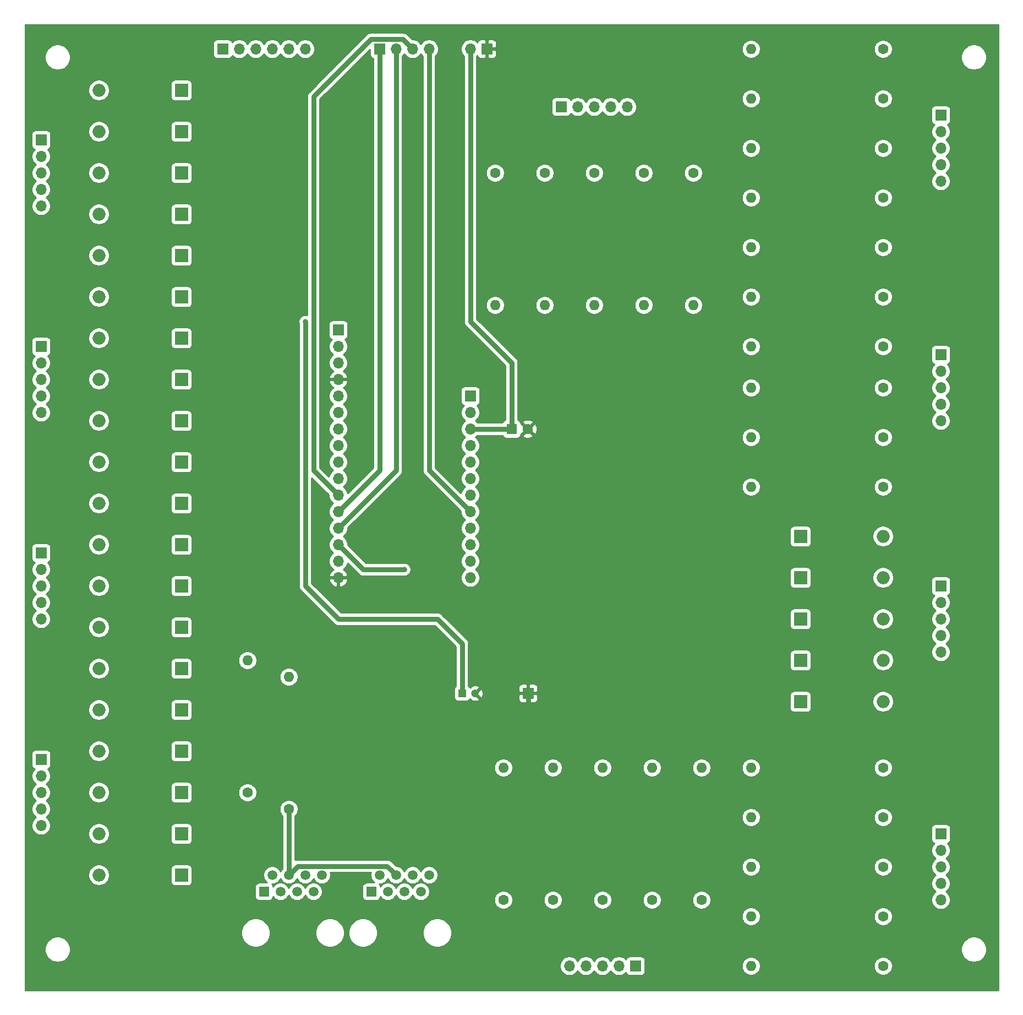
<source format=gbr>
G04 #@! TF.GenerationSoftware,KiCad,Pcbnew,(5.1.5)-3*
G04 #@! TF.CreationDate,2020-02-24T17:19:14-05:00*
G04 #@! TF.ProjectId,input board,696e7075-7420-4626-9f61-72642e6b6963,rev?*
G04 #@! TF.SameCoordinates,Original*
G04 #@! TF.FileFunction,Copper,L2,Bot*
G04 #@! TF.FilePolarity,Positive*
%FSLAX46Y46*%
G04 Gerber Fmt 4.6, Leading zero omitted, Abs format (unit mm)*
G04 Created by KiCad (PCBNEW (5.1.5)-3) date 2020-02-24 17:19:14*
%MOMM*%
%LPD*%
G04 APERTURE LIST*
%ADD10C,0.050000*%
%ADD11O,1.700000X1.700000*%
%ADD12R,1.700000X1.700000*%
%ADD13R,1.600000X1.600000*%
%ADD14C,1.600000*%
%ADD15R,1.200000X1.200000*%
%ADD16C,1.200000*%
%ADD17O,2.000000X2.000000*%
%ADD18R,2.000000X2.000000*%
%ADD19O,1.600000X1.600000*%
%ADD20C,1.500000*%
%ADD21R,1.500000X1.500000*%
%ADD22C,0.800000*%
%ADD23C,0.750000*%
%ADD24C,0.254000*%
G04 APERTURE END LIST*
D10*
X57150000Y-17780000D02*
X207010000Y-17780000D01*
X57150000Y-166370000D02*
X57150000Y-17780000D01*
X207010000Y-166370000D02*
X57150000Y-166370000D01*
X207010000Y-17780000D02*
X207010000Y-166370000D01*
D11*
X125730000Y-21590000D03*
D12*
X128270000Y-21590000D03*
D11*
X100330000Y-21590000D03*
X97790000Y-21590000D03*
X95250000Y-21590000D03*
X92710000Y-21590000D03*
X90170000Y-21590000D03*
D12*
X87630000Y-21590000D03*
D13*
X132080000Y-80010000D03*
D14*
X134580000Y-80010000D03*
D15*
X124460000Y-120650000D03*
D16*
X126460000Y-120650000D03*
D17*
X68580000Y-27940000D03*
D18*
X81280000Y-27940000D03*
X81280000Y-59690000D03*
D17*
X68580000Y-59690000D03*
X68580000Y-91440000D03*
D18*
X81280000Y-91440000D03*
D17*
X68580000Y-123190000D03*
D18*
X81280000Y-123190000D03*
D17*
X189230000Y-96520000D03*
D18*
X176530000Y-96520000D03*
X81280000Y-34290000D03*
D17*
X68580000Y-34290000D03*
D18*
X81280000Y-66040000D03*
D17*
X68580000Y-66040000D03*
D18*
X81280000Y-97790000D03*
D17*
X68580000Y-97790000D03*
D18*
X81280000Y-129540000D03*
D17*
X68580000Y-129540000D03*
X189230000Y-102870000D03*
D18*
X176530000Y-102870000D03*
X81280000Y-40640000D03*
D17*
X68580000Y-40640000D03*
D18*
X81280000Y-72390000D03*
D17*
X68580000Y-72390000D03*
D18*
X81280000Y-104140000D03*
D17*
X68580000Y-104140000D03*
D18*
X81280000Y-135890000D03*
D17*
X68580000Y-135890000D03*
D18*
X176530000Y-109220000D03*
D17*
X189230000Y-109220000D03*
X68580000Y-46990000D03*
D18*
X81280000Y-46990000D03*
D17*
X68580000Y-78740000D03*
D18*
X81280000Y-78740000D03*
D17*
X68580000Y-110490000D03*
D18*
X81280000Y-110490000D03*
D17*
X68580000Y-142240000D03*
D18*
X81280000Y-142240000D03*
D17*
X189230000Y-115570000D03*
D18*
X176530000Y-115570000D03*
X81280000Y-53340000D03*
D17*
X68580000Y-53340000D03*
X68580000Y-85090000D03*
D18*
X81280000Y-85090000D03*
X81280000Y-116840000D03*
D17*
X68580000Y-116840000D03*
X68580000Y-148590000D03*
D18*
X81280000Y-148590000D03*
X176530000Y-121920000D03*
D17*
X189230000Y-121920000D03*
D12*
X134620000Y-120650000D03*
D11*
X59690000Y-45720000D03*
X59690000Y-43180000D03*
X59690000Y-40640000D03*
X59690000Y-38100000D03*
D12*
X59690000Y-35560000D03*
X59690000Y-67310000D03*
D11*
X59690000Y-69850000D03*
X59690000Y-72390000D03*
X59690000Y-74930000D03*
X59690000Y-77470000D03*
X59690000Y-109220000D03*
X59690000Y-106680000D03*
X59690000Y-104140000D03*
X59690000Y-101600000D03*
D12*
X59690000Y-99060000D03*
X59690000Y-130810000D03*
D11*
X59690000Y-133350000D03*
X59690000Y-135890000D03*
X59690000Y-138430000D03*
X59690000Y-140970000D03*
D12*
X198120000Y-104140000D03*
D11*
X198120000Y-106680000D03*
X198120000Y-109220000D03*
X198120000Y-111760000D03*
X198120000Y-114300000D03*
X198120000Y-78740000D03*
X198120000Y-76200000D03*
X198120000Y-73660000D03*
X198120000Y-71120000D03*
D12*
X198120000Y-68580000D03*
X198120000Y-31750000D03*
D11*
X198120000Y-34290000D03*
X198120000Y-36830000D03*
X198120000Y-39370000D03*
X198120000Y-41910000D03*
X149860000Y-30480000D03*
X147320000Y-30480000D03*
X144780000Y-30480000D03*
X142240000Y-30480000D03*
D12*
X139700000Y-30480000D03*
X151130000Y-162560000D03*
D11*
X148590000Y-162560000D03*
X146050000Y-162560000D03*
X143510000Y-162560000D03*
X140970000Y-162560000D03*
X198120000Y-152400000D03*
X198120000Y-149860000D03*
X198120000Y-147320000D03*
X198120000Y-144780000D03*
D12*
X198120000Y-142240000D03*
X111760000Y-21590000D03*
D11*
X114300000Y-21590000D03*
X116840000Y-21590000D03*
X119380000Y-21590000D03*
D12*
X105410000Y-64770000D03*
D11*
X105410000Y-67310000D03*
X105410000Y-69850000D03*
X105410000Y-72390000D03*
X105410000Y-74930000D03*
X105410000Y-77470000D03*
X105410000Y-80010000D03*
X105410000Y-82550000D03*
X105410000Y-85090000D03*
X105410000Y-87630000D03*
X105410000Y-90170000D03*
X105410000Y-92710000D03*
X105410000Y-95250000D03*
X105410000Y-97790000D03*
X105410000Y-100330000D03*
X105410000Y-102870000D03*
D12*
X125730000Y-74930000D03*
D11*
X125730000Y-77470000D03*
X125730000Y-80010000D03*
X125730000Y-82550000D03*
X125730000Y-85090000D03*
X125730000Y-87630000D03*
X125730000Y-90170000D03*
X125730000Y-92710000D03*
X125730000Y-95250000D03*
X125730000Y-97790000D03*
X125730000Y-100330000D03*
X125730000Y-102870000D03*
D14*
X189230000Y-59690000D03*
D19*
X168910000Y-59690000D03*
X168910000Y-67310000D03*
D14*
X189230000Y-67310000D03*
X189230000Y-73660000D03*
D19*
X168910000Y-73660000D03*
X168910000Y-81280000D03*
D14*
X189230000Y-81280000D03*
X189230000Y-88900000D03*
D19*
X168910000Y-88900000D03*
X168910000Y-21590000D03*
D14*
X189230000Y-21590000D03*
X189230000Y-29210000D03*
D19*
X168910000Y-29210000D03*
X168910000Y-36830000D03*
D14*
X189230000Y-36830000D03*
X189230000Y-44450000D03*
D19*
X168910000Y-44450000D03*
X168910000Y-52070000D03*
D14*
X189230000Y-52070000D03*
X129540000Y-40640000D03*
D19*
X129540000Y-60960000D03*
X137160000Y-60960000D03*
D14*
X137160000Y-40640000D03*
X144780000Y-40640000D03*
D19*
X144780000Y-60960000D03*
X152400000Y-60960000D03*
D14*
X152400000Y-40640000D03*
X160020000Y-40640000D03*
D19*
X160020000Y-60960000D03*
X161290000Y-132080000D03*
D14*
X161290000Y-152400000D03*
X153670000Y-152400000D03*
D19*
X153670000Y-132080000D03*
X146050000Y-132080000D03*
D14*
X146050000Y-152400000D03*
X138430000Y-152400000D03*
D19*
X138430000Y-132080000D03*
X130810000Y-132080000D03*
D14*
X130810000Y-152400000D03*
D19*
X168910000Y-132080000D03*
D14*
X189230000Y-132080000D03*
X189230000Y-139700000D03*
D19*
X168910000Y-139700000D03*
X168910000Y-147320000D03*
D14*
X189230000Y-147320000D03*
X189230000Y-154940000D03*
D19*
X168910000Y-154940000D03*
D14*
X189230000Y-162560000D03*
D19*
X168910000Y-162560000D03*
D14*
X97790000Y-138430000D03*
D19*
X97790000Y-118110000D03*
X91440000Y-115570000D03*
D14*
X91440000Y-135890000D03*
D20*
X102870000Y-148590000D03*
X101600000Y-151130000D03*
X100330000Y-148590000D03*
X99060000Y-151130000D03*
X97790000Y-148590000D03*
X96520000Y-151130000D03*
X95250000Y-148590000D03*
D21*
X93980000Y-151130000D03*
X110490000Y-151130000D03*
D20*
X111760000Y-148590000D03*
X113030000Y-151130000D03*
X114300000Y-148590000D03*
X115570000Y-151130000D03*
X116840000Y-148590000D03*
X118110000Y-151130000D03*
X119380000Y-148590000D03*
D22*
X114118652Y-120831348D03*
X100330000Y-63500000D03*
X115570000Y-101600000D03*
D23*
X132080000Y-80010000D02*
X125730000Y-80010000D01*
X125730000Y-21590000D02*
X125730000Y-63500000D01*
X132080000Y-69850000D02*
X132080000Y-80010000D01*
X125730000Y-63500000D02*
X132080000Y-69850000D01*
X134620000Y-122250000D02*
X131140000Y-125730000D01*
X134620000Y-120650000D02*
X134620000Y-122250000D01*
X114118652Y-120831348D02*
X114118652Y-121738652D01*
X118110000Y-125730000D02*
X131140000Y-125730000D01*
X114118652Y-121738652D02*
X118110000Y-125730000D01*
X100330000Y-63500000D02*
X100330000Y-63500000D01*
X124460000Y-113030000D02*
X124460000Y-120650000D01*
X120650000Y-109220000D02*
X124460000Y-113030000D01*
X105410000Y-109220000D02*
X120650000Y-109220000D01*
X100330000Y-63500000D02*
X100330000Y-104140000D01*
X100330000Y-104140000D02*
X105410000Y-109220000D01*
X111760000Y-86360000D02*
X105410000Y-92710000D01*
X111760000Y-21590000D02*
X111760000Y-86360000D01*
X106259999Y-94400001D02*
X105410000Y-95250000D01*
X114300000Y-86360000D02*
X106259999Y-94400001D01*
X114300000Y-21590000D02*
X114300000Y-86360000D01*
X110409999Y-20114999D02*
X101600000Y-28924998D01*
X116840000Y-21590000D02*
X115364999Y-20114999D01*
X115364999Y-20114999D02*
X110409999Y-20114999D01*
X101600000Y-86360000D02*
X105410000Y-90170000D01*
X101600000Y-28924998D02*
X101600000Y-86360000D01*
X119380000Y-86360000D02*
X119380000Y-21590000D01*
X125730000Y-92710000D02*
X119380000Y-86360000D01*
X109220000Y-101600000D02*
X105410000Y-97790000D01*
X115570000Y-101600000D02*
X109220000Y-101600000D01*
X97790000Y-138430000D02*
X97790000Y-148590000D01*
X113550001Y-147840001D02*
X114300000Y-148590000D01*
X99165001Y-147214999D02*
X112924999Y-147214999D01*
X112924999Y-147214999D02*
X113550001Y-147840001D01*
X97790000Y-148590000D02*
X99165001Y-147214999D01*
D24*
G36*
X206883000Y-166243000D02*
G01*
X57277000Y-166243000D01*
X57277000Y-162413740D01*
X139485000Y-162413740D01*
X139485000Y-162706260D01*
X139542068Y-162993158D01*
X139654010Y-163263411D01*
X139816525Y-163506632D01*
X140023368Y-163713475D01*
X140266589Y-163875990D01*
X140536842Y-163987932D01*
X140823740Y-164045000D01*
X141116260Y-164045000D01*
X141403158Y-163987932D01*
X141673411Y-163875990D01*
X141916632Y-163713475D01*
X142123475Y-163506632D01*
X142240000Y-163332240D01*
X142356525Y-163506632D01*
X142563368Y-163713475D01*
X142806589Y-163875990D01*
X143076842Y-163987932D01*
X143363740Y-164045000D01*
X143656260Y-164045000D01*
X143943158Y-163987932D01*
X144213411Y-163875990D01*
X144456632Y-163713475D01*
X144663475Y-163506632D01*
X144780000Y-163332240D01*
X144896525Y-163506632D01*
X145103368Y-163713475D01*
X145346589Y-163875990D01*
X145616842Y-163987932D01*
X145903740Y-164045000D01*
X146196260Y-164045000D01*
X146483158Y-163987932D01*
X146753411Y-163875990D01*
X146996632Y-163713475D01*
X147203475Y-163506632D01*
X147320000Y-163332240D01*
X147436525Y-163506632D01*
X147643368Y-163713475D01*
X147886589Y-163875990D01*
X148156842Y-163987932D01*
X148443740Y-164045000D01*
X148736260Y-164045000D01*
X149023158Y-163987932D01*
X149293411Y-163875990D01*
X149536632Y-163713475D01*
X149668487Y-163581620D01*
X149690498Y-163654180D01*
X149749463Y-163764494D01*
X149828815Y-163861185D01*
X149925506Y-163940537D01*
X150035820Y-163999502D01*
X150155518Y-164035812D01*
X150280000Y-164048072D01*
X151980000Y-164048072D01*
X152104482Y-164035812D01*
X152224180Y-163999502D01*
X152334494Y-163940537D01*
X152431185Y-163861185D01*
X152510537Y-163764494D01*
X152569502Y-163654180D01*
X152605812Y-163534482D01*
X152618072Y-163410000D01*
X152618072Y-162418665D01*
X167475000Y-162418665D01*
X167475000Y-162701335D01*
X167530147Y-162978574D01*
X167638320Y-163239727D01*
X167795363Y-163474759D01*
X167995241Y-163674637D01*
X168230273Y-163831680D01*
X168491426Y-163939853D01*
X168768665Y-163995000D01*
X169051335Y-163995000D01*
X169328574Y-163939853D01*
X169589727Y-163831680D01*
X169824759Y-163674637D01*
X170024637Y-163474759D01*
X170181680Y-163239727D01*
X170289853Y-162978574D01*
X170345000Y-162701335D01*
X170345000Y-162418665D01*
X187795000Y-162418665D01*
X187795000Y-162701335D01*
X187850147Y-162978574D01*
X187958320Y-163239727D01*
X188115363Y-163474759D01*
X188315241Y-163674637D01*
X188550273Y-163831680D01*
X188811426Y-163939853D01*
X189088665Y-163995000D01*
X189371335Y-163995000D01*
X189648574Y-163939853D01*
X189909727Y-163831680D01*
X190144759Y-163674637D01*
X190344637Y-163474759D01*
X190501680Y-163239727D01*
X190609853Y-162978574D01*
X190665000Y-162701335D01*
X190665000Y-162418665D01*
X190609853Y-162141426D01*
X190501680Y-161880273D01*
X190344637Y-161645241D01*
X190144759Y-161445363D01*
X189909727Y-161288320D01*
X189648574Y-161180147D01*
X189371335Y-161125000D01*
X189088665Y-161125000D01*
X188811426Y-161180147D01*
X188550273Y-161288320D01*
X188315241Y-161445363D01*
X188115363Y-161645241D01*
X187958320Y-161880273D01*
X187850147Y-162141426D01*
X187795000Y-162418665D01*
X170345000Y-162418665D01*
X170289853Y-162141426D01*
X170181680Y-161880273D01*
X170024637Y-161645241D01*
X169824759Y-161445363D01*
X169589727Y-161288320D01*
X169328574Y-161180147D01*
X169051335Y-161125000D01*
X168768665Y-161125000D01*
X168491426Y-161180147D01*
X168230273Y-161288320D01*
X167995241Y-161445363D01*
X167795363Y-161645241D01*
X167638320Y-161880273D01*
X167530147Y-162141426D01*
X167475000Y-162418665D01*
X152618072Y-162418665D01*
X152618072Y-161710000D01*
X152605812Y-161585518D01*
X152569502Y-161465820D01*
X152510537Y-161355506D01*
X152431185Y-161258815D01*
X152334494Y-161179463D01*
X152224180Y-161120498D01*
X152104482Y-161084188D01*
X151980000Y-161071928D01*
X150280000Y-161071928D01*
X150155518Y-161084188D01*
X150035820Y-161120498D01*
X149925506Y-161179463D01*
X149828815Y-161258815D01*
X149749463Y-161355506D01*
X149690498Y-161465820D01*
X149668487Y-161538380D01*
X149536632Y-161406525D01*
X149293411Y-161244010D01*
X149023158Y-161132068D01*
X148736260Y-161075000D01*
X148443740Y-161075000D01*
X148156842Y-161132068D01*
X147886589Y-161244010D01*
X147643368Y-161406525D01*
X147436525Y-161613368D01*
X147320000Y-161787760D01*
X147203475Y-161613368D01*
X146996632Y-161406525D01*
X146753411Y-161244010D01*
X146483158Y-161132068D01*
X146196260Y-161075000D01*
X145903740Y-161075000D01*
X145616842Y-161132068D01*
X145346589Y-161244010D01*
X145103368Y-161406525D01*
X144896525Y-161613368D01*
X144780000Y-161787760D01*
X144663475Y-161613368D01*
X144456632Y-161406525D01*
X144213411Y-161244010D01*
X143943158Y-161132068D01*
X143656260Y-161075000D01*
X143363740Y-161075000D01*
X143076842Y-161132068D01*
X142806589Y-161244010D01*
X142563368Y-161406525D01*
X142356525Y-161613368D01*
X142240000Y-161787760D01*
X142123475Y-161613368D01*
X141916632Y-161406525D01*
X141673411Y-161244010D01*
X141403158Y-161132068D01*
X141116260Y-161075000D01*
X140823740Y-161075000D01*
X140536842Y-161132068D01*
X140266589Y-161244010D01*
X140023368Y-161406525D01*
X139816525Y-161613368D01*
X139654010Y-161856589D01*
X139542068Y-162126842D01*
X139485000Y-162413740D01*
X57277000Y-162413740D01*
X57277000Y-159824495D01*
X60245000Y-159824495D01*
X60245000Y-160215505D01*
X60321282Y-160599003D01*
X60470915Y-160960250D01*
X60688149Y-161285364D01*
X60964636Y-161561851D01*
X61289750Y-161779085D01*
X61650997Y-161928718D01*
X62034495Y-162005000D01*
X62425505Y-162005000D01*
X62809003Y-161928718D01*
X63170250Y-161779085D01*
X63495364Y-161561851D01*
X63771851Y-161285364D01*
X63989085Y-160960250D01*
X64138718Y-160599003D01*
X64215000Y-160215505D01*
X64215000Y-159824495D01*
X201215000Y-159824495D01*
X201215000Y-160215505D01*
X201291282Y-160599003D01*
X201440915Y-160960250D01*
X201658149Y-161285364D01*
X201934636Y-161561851D01*
X202259750Y-161779085D01*
X202620997Y-161928718D01*
X203004495Y-162005000D01*
X203395505Y-162005000D01*
X203779003Y-161928718D01*
X204140250Y-161779085D01*
X204465364Y-161561851D01*
X204741851Y-161285364D01*
X204959085Y-160960250D01*
X205108718Y-160599003D01*
X205185000Y-160215505D01*
X205185000Y-159824495D01*
X205108718Y-159440997D01*
X204959085Y-159079750D01*
X204741851Y-158754636D01*
X204465364Y-158478149D01*
X204140250Y-158260915D01*
X203779003Y-158111282D01*
X203395505Y-158035000D01*
X203004495Y-158035000D01*
X202620997Y-158111282D01*
X202259750Y-158260915D01*
X201934636Y-158478149D01*
X201658149Y-158754636D01*
X201440915Y-159079750D01*
X201291282Y-159440997D01*
X201215000Y-159824495D01*
X64215000Y-159824495D01*
X64138718Y-159440997D01*
X63989085Y-159079750D01*
X63771851Y-158754636D01*
X63495364Y-158478149D01*
X63170250Y-158260915D01*
X62809003Y-158111282D01*
X62425505Y-158035000D01*
X62034495Y-158035000D01*
X61650997Y-158111282D01*
X61289750Y-158260915D01*
X60964636Y-158478149D01*
X60688149Y-158754636D01*
X60470915Y-159079750D01*
X60321282Y-159440997D01*
X60245000Y-159824495D01*
X57277000Y-159824495D01*
X57277000Y-157259872D01*
X90475000Y-157259872D01*
X90475000Y-157700128D01*
X90560890Y-158131925D01*
X90729369Y-158538669D01*
X90973962Y-158904729D01*
X91285271Y-159216038D01*
X91651331Y-159460631D01*
X92058075Y-159629110D01*
X92489872Y-159715000D01*
X92930128Y-159715000D01*
X93361925Y-159629110D01*
X93768669Y-159460631D01*
X94134729Y-159216038D01*
X94446038Y-158904729D01*
X94690631Y-158538669D01*
X94859110Y-158131925D01*
X94945000Y-157700128D01*
X94945000Y-157259872D01*
X101905000Y-157259872D01*
X101905000Y-157700128D01*
X101990890Y-158131925D01*
X102159369Y-158538669D01*
X102403962Y-158904729D01*
X102715271Y-159216038D01*
X103081331Y-159460631D01*
X103488075Y-159629110D01*
X103919872Y-159715000D01*
X104360128Y-159715000D01*
X104791925Y-159629110D01*
X105198669Y-159460631D01*
X105564729Y-159216038D01*
X105876038Y-158904729D01*
X106120631Y-158538669D01*
X106289110Y-158131925D01*
X106375000Y-157700128D01*
X106375000Y-157259872D01*
X106985000Y-157259872D01*
X106985000Y-157700128D01*
X107070890Y-158131925D01*
X107239369Y-158538669D01*
X107483962Y-158904729D01*
X107795271Y-159216038D01*
X108161331Y-159460631D01*
X108568075Y-159629110D01*
X108999872Y-159715000D01*
X109440128Y-159715000D01*
X109871925Y-159629110D01*
X110278669Y-159460631D01*
X110644729Y-159216038D01*
X110956038Y-158904729D01*
X111200631Y-158538669D01*
X111369110Y-158131925D01*
X111455000Y-157700128D01*
X111455000Y-157259872D01*
X118415000Y-157259872D01*
X118415000Y-157700128D01*
X118500890Y-158131925D01*
X118669369Y-158538669D01*
X118913962Y-158904729D01*
X119225271Y-159216038D01*
X119591331Y-159460631D01*
X119998075Y-159629110D01*
X120429872Y-159715000D01*
X120870128Y-159715000D01*
X121301925Y-159629110D01*
X121708669Y-159460631D01*
X122074729Y-159216038D01*
X122386038Y-158904729D01*
X122630631Y-158538669D01*
X122799110Y-158131925D01*
X122885000Y-157700128D01*
X122885000Y-157259872D01*
X122799110Y-156828075D01*
X122630631Y-156421331D01*
X122386038Y-156055271D01*
X122074729Y-155743962D01*
X121708669Y-155499369D01*
X121301925Y-155330890D01*
X120870128Y-155245000D01*
X120429872Y-155245000D01*
X119998075Y-155330890D01*
X119591331Y-155499369D01*
X119225271Y-155743962D01*
X118913962Y-156055271D01*
X118669369Y-156421331D01*
X118500890Y-156828075D01*
X118415000Y-157259872D01*
X111455000Y-157259872D01*
X111369110Y-156828075D01*
X111200631Y-156421331D01*
X110956038Y-156055271D01*
X110644729Y-155743962D01*
X110278669Y-155499369D01*
X109871925Y-155330890D01*
X109440128Y-155245000D01*
X108999872Y-155245000D01*
X108568075Y-155330890D01*
X108161331Y-155499369D01*
X107795271Y-155743962D01*
X107483962Y-156055271D01*
X107239369Y-156421331D01*
X107070890Y-156828075D01*
X106985000Y-157259872D01*
X106375000Y-157259872D01*
X106289110Y-156828075D01*
X106120631Y-156421331D01*
X105876038Y-156055271D01*
X105564729Y-155743962D01*
X105198669Y-155499369D01*
X104791925Y-155330890D01*
X104360128Y-155245000D01*
X103919872Y-155245000D01*
X103488075Y-155330890D01*
X103081331Y-155499369D01*
X102715271Y-155743962D01*
X102403962Y-156055271D01*
X102159369Y-156421331D01*
X101990890Y-156828075D01*
X101905000Y-157259872D01*
X94945000Y-157259872D01*
X94859110Y-156828075D01*
X94690631Y-156421331D01*
X94446038Y-156055271D01*
X94134729Y-155743962D01*
X93768669Y-155499369D01*
X93361925Y-155330890D01*
X92930128Y-155245000D01*
X92489872Y-155245000D01*
X92058075Y-155330890D01*
X91651331Y-155499369D01*
X91285271Y-155743962D01*
X90973962Y-156055271D01*
X90729369Y-156421331D01*
X90560890Y-156828075D01*
X90475000Y-157259872D01*
X57277000Y-157259872D01*
X57277000Y-154798665D01*
X167475000Y-154798665D01*
X167475000Y-155081335D01*
X167530147Y-155358574D01*
X167638320Y-155619727D01*
X167795363Y-155854759D01*
X167995241Y-156054637D01*
X168230273Y-156211680D01*
X168491426Y-156319853D01*
X168768665Y-156375000D01*
X169051335Y-156375000D01*
X169328574Y-156319853D01*
X169589727Y-156211680D01*
X169824759Y-156054637D01*
X170024637Y-155854759D01*
X170181680Y-155619727D01*
X170289853Y-155358574D01*
X170345000Y-155081335D01*
X170345000Y-154798665D01*
X187795000Y-154798665D01*
X187795000Y-155081335D01*
X187850147Y-155358574D01*
X187958320Y-155619727D01*
X188115363Y-155854759D01*
X188315241Y-156054637D01*
X188550273Y-156211680D01*
X188811426Y-156319853D01*
X189088665Y-156375000D01*
X189371335Y-156375000D01*
X189648574Y-156319853D01*
X189909727Y-156211680D01*
X190144759Y-156054637D01*
X190344637Y-155854759D01*
X190501680Y-155619727D01*
X190609853Y-155358574D01*
X190665000Y-155081335D01*
X190665000Y-154798665D01*
X190609853Y-154521426D01*
X190501680Y-154260273D01*
X190344637Y-154025241D01*
X190144759Y-153825363D01*
X189909727Y-153668320D01*
X189648574Y-153560147D01*
X189371335Y-153505000D01*
X189088665Y-153505000D01*
X188811426Y-153560147D01*
X188550273Y-153668320D01*
X188315241Y-153825363D01*
X188115363Y-154025241D01*
X187958320Y-154260273D01*
X187850147Y-154521426D01*
X187795000Y-154798665D01*
X170345000Y-154798665D01*
X170289853Y-154521426D01*
X170181680Y-154260273D01*
X170024637Y-154025241D01*
X169824759Y-153825363D01*
X169589727Y-153668320D01*
X169328574Y-153560147D01*
X169051335Y-153505000D01*
X168768665Y-153505000D01*
X168491426Y-153560147D01*
X168230273Y-153668320D01*
X167995241Y-153825363D01*
X167795363Y-154025241D01*
X167638320Y-154260273D01*
X167530147Y-154521426D01*
X167475000Y-154798665D01*
X57277000Y-154798665D01*
X57277000Y-150380000D01*
X92591928Y-150380000D01*
X92591928Y-151880000D01*
X92604188Y-152004482D01*
X92640498Y-152124180D01*
X92699463Y-152234494D01*
X92778815Y-152331185D01*
X92875506Y-152410537D01*
X92985820Y-152469502D01*
X93105518Y-152505812D01*
X93230000Y-152518072D01*
X94730000Y-152518072D01*
X94854482Y-152505812D01*
X94974180Y-152469502D01*
X95084494Y-152410537D01*
X95181185Y-152331185D01*
X95260537Y-152234494D01*
X95319502Y-152124180D01*
X95355812Y-152004482D01*
X95366445Y-151896517D01*
X95444201Y-152012886D01*
X95637114Y-152205799D01*
X95863957Y-152357371D01*
X96116011Y-152461775D01*
X96383589Y-152515000D01*
X96656411Y-152515000D01*
X96923989Y-152461775D01*
X97176043Y-152357371D01*
X97402886Y-152205799D01*
X97595799Y-152012886D01*
X97747371Y-151786043D01*
X97790000Y-151683127D01*
X97832629Y-151786043D01*
X97984201Y-152012886D01*
X98177114Y-152205799D01*
X98403957Y-152357371D01*
X98656011Y-152461775D01*
X98923589Y-152515000D01*
X99196411Y-152515000D01*
X99463989Y-152461775D01*
X99716043Y-152357371D01*
X99942886Y-152205799D01*
X100135799Y-152012886D01*
X100287371Y-151786043D01*
X100330000Y-151683127D01*
X100372629Y-151786043D01*
X100524201Y-152012886D01*
X100717114Y-152205799D01*
X100943957Y-152357371D01*
X101196011Y-152461775D01*
X101463589Y-152515000D01*
X101736411Y-152515000D01*
X102003989Y-152461775D01*
X102256043Y-152357371D01*
X102482886Y-152205799D01*
X102675799Y-152012886D01*
X102827371Y-151786043D01*
X102931775Y-151533989D01*
X102985000Y-151266411D01*
X102985000Y-150993589D01*
X102931775Y-150726011D01*
X102827371Y-150473957D01*
X102675799Y-150247114D01*
X102482886Y-150054201D01*
X102256043Y-149902629D01*
X102003989Y-149798225D01*
X101736411Y-149745000D01*
X101463589Y-149745000D01*
X101196011Y-149798225D01*
X100943957Y-149902629D01*
X100717114Y-150054201D01*
X100524201Y-150247114D01*
X100372629Y-150473957D01*
X100330000Y-150576873D01*
X100287371Y-150473957D01*
X100135799Y-150247114D01*
X99942886Y-150054201D01*
X99716043Y-149902629D01*
X99463989Y-149798225D01*
X99196411Y-149745000D01*
X98923589Y-149745000D01*
X98656011Y-149798225D01*
X98403957Y-149902629D01*
X98177114Y-150054201D01*
X97984201Y-150247114D01*
X97832629Y-150473957D01*
X97790000Y-150576873D01*
X97747371Y-150473957D01*
X97595799Y-150247114D01*
X97402886Y-150054201D01*
X97176043Y-149902629D01*
X96923989Y-149798225D01*
X96656411Y-149745000D01*
X96383589Y-149745000D01*
X96116011Y-149798225D01*
X95863957Y-149902629D01*
X95637114Y-150054201D01*
X95444201Y-150247114D01*
X95366445Y-150363483D01*
X95355812Y-150255518D01*
X95319502Y-150135820D01*
X95260537Y-150025506D01*
X95219088Y-149975000D01*
X95386411Y-149975000D01*
X95653989Y-149921775D01*
X95906043Y-149817371D01*
X96132886Y-149665799D01*
X96325799Y-149472886D01*
X96477371Y-149246043D01*
X96520000Y-149143127D01*
X96562629Y-149246043D01*
X96714201Y-149472886D01*
X96907114Y-149665799D01*
X97133957Y-149817371D01*
X97386011Y-149921775D01*
X97653589Y-149975000D01*
X97926411Y-149975000D01*
X98193989Y-149921775D01*
X98446043Y-149817371D01*
X98672886Y-149665799D01*
X98865799Y-149472886D01*
X99017371Y-149246043D01*
X99060000Y-149143127D01*
X99102629Y-149246043D01*
X99254201Y-149472886D01*
X99447114Y-149665799D01*
X99673957Y-149817371D01*
X99926011Y-149921775D01*
X100193589Y-149975000D01*
X100466411Y-149975000D01*
X100733989Y-149921775D01*
X100986043Y-149817371D01*
X101212886Y-149665799D01*
X101405799Y-149472886D01*
X101557371Y-149246043D01*
X101600000Y-149143127D01*
X101642629Y-149246043D01*
X101794201Y-149472886D01*
X101987114Y-149665799D01*
X102213957Y-149817371D01*
X102466011Y-149921775D01*
X102733589Y-149975000D01*
X103006411Y-149975000D01*
X103273989Y-149921775D01*
X103526043Y-149817371D01*
X103752886Y-149665799D01*
X103945799Y-149472886D01*
X104097371Y-149246043D01*
X104201775Y-148993989D01*
X104255000Y-148726411D01*
X104255000Y-148453589D01*
X104209530Y-148224999D01*
X110420470Y-148224999D01*
X110375000Y-148453589D01*
X110375000Y-148726411D01*
X110428225Y-148993989D01*
X110532629Y-149246043D01*
X110684201Y-149472886D01*
X110877114Y-149665799D01*
X110991049Y-149741928D01*
X109740000Y-149741928D01*
X109615518Y-149754188D01*
X109495820Y-149790498D01*
X109385506Y-149849463D01*
X109288815Y-149928815D01*
X109209463Y-150025506D01*
X109150498Y-150135820D01*
X109114188Y-150255518D01*
X109101928Y-150380000D01*
X109101928Y-151880000D01*
X109114188Y-152004482D01*
X109150498Y-152124180D01*
X109209463Y-152234494D01*
X109288815Y-152331185D01*
X109385506Y-152410537D01*
X109495820Y-152469502D01*
X109615518Y-152505812D01*
X109740000Y-152518072D01*
X111240000Y-152518072D01*
X111364482Y-152505812D01*
X111484180Y-152469502D01*
X111594494Y-152410537D01*
X111691185Y-152331185D01*
X111770537Y-152234494D01*
X111829502Y-152124180D01*
X111865812Y-152004482D01*
X111876445Y-151896517D01*
X111954201Y-152012886D01*
X112147114Y-152205799D01*
X112373957Y-152357371D01*
X112626011Y-152461775D01*
X112893589Y-152515000D01*
X113166411Y-152515000D01*
X113433989Y-152461775D01*
X113686043Y-152357371D01*
X113912886Y-152205799D01*
X114105799Y-152012886D01*
X114257371Y-151786043D01*
X114300000Y-151683127D01*
X114342629Y-151786043D01*
X114494201Y-152012886D01*
X114687114Y-152205799D01*
X114913957Y-152357371D01*
X115166011Y-152461775D01*
X115433589Y-152515000D01*
X115706411Y-152515000D01*
X115973989Y-152461775D01*
X116226043Y-152357371D01*
X116452886Y-152205799D01*
X116645799Y-152012886D01*
X116797371Y-151786043D01*
X116840000Y-151683127D01*
X116882629Y-151786043D01*
X117034201Y-152012886D01*
X117227114Y-152205799D01*
X117453957Y-152357371D01*
X117706011Y-152461775D01*
X117973589Y-152515000D01*
X118246411Y-152515000D01*
X118513989Y-152461775D01*
X118766043Y-152357371D01*
X118913766Y-152258665D01*
X129375000Y-152258665D01*
X129375000Y-152541335D01*
X129430147Y-152818574D01*
X129538320Y-153079727D01*
X129695363Y-153314759D01*
X129895241Y-153514637D01*
X130130273Y-153671680D01*
X130391426Y-153779853D01*
X130668665Y-153835000D01*
X130951335Y-153835000D01*
X131228574Y-153779853D01*
X131489727Y-153671680D01*
X131724759Y-153514637D01*
X131924637Y-153314759D01*
X132081680Y-153079727D01*
X132189853Y-152818574D01*
X132245000Y-152541335D01*
X132245000Y-152258665D01*
X136995000Y-152258665D01*
X136995000Y-152541335D01*
X137050147Y-152818574D01*
X137158320Y-153079727D01*
X137315363Y-153314759D01*
X137515241Y-153514637D01*
X137750273Y-153671680D01*
X138011426Y-153779853D01*
X138288665Y-153835000D01*
X138571335Y-153835000D01*
X138848574Y-153779853D01*
X139109727Y-153671680D01*
X139344759Y-153514637D01*
X139544637Y-153314759D01*
X139701680Y-153079727D01*
X139809853Y-152818574D01*
X139865000Y-152541335D01*
X139865000Y-152258665D01*
X144615000Y-152258665D01*
X144615000Y-152541335D01*
X144670147Y-152818574D01*
X144778320Y-153079727D01*
X144935363Y-153314759D01*
X145135241Y-153514637D01*
X145370273Y-153671680D01*
X145631426Y-153779853D01*
X145908665Y-153835000D01*
X146191335Y-153835000D01*
X146468574Y-153779853D01*
X146729727Y-153671680D01*
X146964759Y-153514637D01*
X147164637Y-153314759D01*
X147321680Y-153079727D01*
X147429853Y-152818574D01*
X147485000Y-152541335D01*
X147485000Y-152258665D01*
X152235000Y-152258665D01*
X152235000Y-152541335D01*
X152290147Y-152818574D01*
X152398320Y-153079727D01*
X152555363Y-153314759D01*
X152755241Y-153514637D01*
X152990273Y-153671680D01*
X153251426Y-153779853D01*
X153528665Y-153835000D01*
X153811335Y-153835000D01*
X154088574Y-153779853D01*
X154349727Y-153671680D01*
X154584759Y-153514637D01*
X154784637Y-153314759D01*
X154941680Y-153079727D01*
X155049853Y-152818574D01*
X155105000Y-152541335D01*
X155105000Y-152258665D01*
X159855000Y-152258665D01*
X159855000Y-152541335D01*
X159910147Y-152818574D01*
X160018320Y-153079727D01*
X160175363Y-153314759D01*
X160375241Y-153514637D01*
X160610273Y-153671680D01*
X160871426Y-153779853D01*
X161148665Y-153835000D01*
X161431335Y-153835000D01*
X161708574Y-153779853D01*
X161969727Y-153671680D01*
X162204759Y-153514637D01*
X162404637Y-153314759D01*
X162561680Y-153079727D01*
X162669853Y-152818574D01*
X162725000Y-152541335D01*
X162725000Y-152258665D01*
X162669853Y-151981426D01*
X162561680Y-151720273D01*
X162404637Y-151485241D01*
X162204759Y-151285363D01*
X161969727Y-151128320D01*
X161708574Y-151020147D01*
X161431335Y-150965000D01*
X161148665Y-150965000D01*
X160871426Y-151020147D01*
X160610273Y-151128320D01*
X160375241Y-151285363D01*
X160175363Y-151485241D01*
X160018320Y-151720273D01*
X159910147Y-151981426D01*
X159855000Y-152258665D01*
X155105000Y-152258665D01*
X155049853Y-151981426D01*
X154941680Y-151720273D01*
X154784637Y-151485241D01*
X154584759Y-151285363D01*
X154349727Y-151128320D01*
X154088574Y-151020147D01*
X153811335Y-150965000D01*
X153528665Y-150965000D01*
X153251426Y-151020147D01*
X152990273Y-151128320D01*
X152755241Y-151285363D01*
X152555363Y-151485241D01*
X152398320Y-151720273D01*
X152290147Y-151981426D01*
X152235000Y-152258665D01*
X147485000Y-152258665D01*
X147429853Y-151981426D01*
X147321680Y-151720273D01*
X147164637Y-151485241D01*
X146964759Y-151285363D01*
X146729727Y-151128320D01*
X146468574Y-151020147D01*
X146191335Y-150965000D01*
X145908665Y-150965000D01*
X145631426Y-151020147D01*
X145370273Y-151128320D01*
X145135241Y-151285363D01*
X144935363Y-151485241D01*
X144778320Y-151720273D01*
X144670147Y-151981426D01*
X144615000Y-152258665D01*
X139865000Y-152258665D01*
X139809853Y-151981426D01*
X139701680Y-151720273D01*
X139544637Y-151485241D01*
X139344759Y-151285363D01*
X139109727Y-151128320D01*
X138848574Y-151020147D01*
X138571335Y-150965000D01*
X138288665Y-150965000D01*
X138011426Y-151020147D01*
X137750273Y-151128320D01*
X137515241Y-151285363D01*
X137315363Y-151485241D01*
X137158320Y-151720273D01*
X137050147Y-151981426D01*
X136995000Y-152258665D01*
X132245000Y-152258665D01*
X132189853Y-151981426D01*
X132081680Y-151720273D01*
X131924637Y-151485241D01*
X131724759Y-151285363D01*
X131489727Y-151128320D01*
X131228574Y-151020147D01*
X130951335Y-150965000D01*
X130668665Y-150965000D01*
X130391426Y-151020147D01*
X130130273Y-151128320D01*
X129895241Y-151285363D01*
X129695363Y-151485241D01*
X129538320Y-151720273D01*
X129430147Y-151981426D01*
X129375000Y-152258665D01*
X118913766Y-152258665D01*
X118992886Y-152205799D01*
X119185799Y-152012886D01*
X119337371Y-151786043D01*
X119441775Y-151533989D01*
X119495000Y-151266411D01*
X119495000Y-150993589D01*
X119441775Y-150726011D01*
X119337371Y-150473957D01*
X119185799Y-150247114D01*
X118992886Y-150054201D01*
X118766043Y-149902629D01*
X118513989Y-149798225D01*
X118246411Y-149745000D01*
X117973589Y-149745000D01*
X117706011Y-149798225D01*
X117453957Y-149902629D01*
X117227114Y-150054201D01*
X117034201Y-150247114D01*
X116882629Y-150473957D01*
X116840000Y-150576873D01*
X116797371Y-150473957D01*
X116645799Y-150247114D01*
X116452886Y-150054201D01*
X116226043Y-149902629D01*
X115973989Y-149798225D01*
X115706411Y-149745000D01*
X115433589Y-149745000D01*
X115166011Y-149798225D01*
X114913957Y-149902629D01*
X114687114Y-150054201D01*
X114494201Y-150247114D01*
X114342629Y-150473957D01*
X114300000Y-150576873D01*
X114257371Y-150473957D01*
X114105799Y-150247114D01*
X113912886Y-150054201D01*
X113686043Y-149902629D01*
X113433989Y-149798225D01*
X113166411Y-149745000D01*
X112893589Y-149745000D01*
X112626011Y-149798225D01*
X112373957Y-149902629D01*
X112147114Y-150054201D01*
X111954201Y-150247114D01*
X111876445Y-150363483D01*
X111865812Y-150255518D01*
X111829502Y-150135820D01*
X111770537Y-150025506D01*
X111729088Y-149975000D01*
X111896411Y-149975000D01*
X112163989Y-149921775D01*
X112416043Y-149817371D01*
X112642886Y-149665799D01*
X112835799Y-149472886D01*
X112987371Y-149246043D01*
X113030000Y-149143127D01*
X113072629Y-149246043D01*
X113224201Y-149472886D01*
X113417114Y-149665799D01*
X113643957Y-149817371D01*
X113896011Y-149921775D01*
X114163589Y-149975000D01*
X114436411Y-149975000D01*
X114703989Y-149921775D01*
X114956043Y-149817371D01*
X115182886Y-149665799D01*
X115375799Y-149472886D01*
X115527371Y-149246043D01*
X115570000Y-149143127D01*
X115612629Y-149246043D01*
X115764201Y-149472886D01*
X115957114Y-149665799D01*
X116183957Y-149817371D01*
X116436011Y-149921775D01*
X116703589Y-149975000D01*
X116976411Y-149975000D01*
X117243989Y-149921775D01*
X117496043Y-149817371D01*
X117722886Y-149665799D01*
X117915799Y-149472886D01*
X118067371Y-149246043D01*
X118110000Y-149143127D01*
X118152629Y-149246043D01*
X118304201Y-149472886D01*
X118497114Y-149665799D01*
X118723957Y-149817371D01*
X118976011Y-149921775D01*
X119243589Y-149975000D01*
X119516411Y-149975000D01*
X119783989Y-149921775D01*
X120036043Y-149817371D01*
X120262886Y-149665799D01*
X120455799Y-149472886D01*
X120607371Y-149246043D01*
X120711775Y-148993989D01*
X120765000Y-148726411D01*
X120765000Y-148453589D01*
X120711775Y-148186011D01*
X120607371Y-147933957D01*
X120455799Y-147707114D01*
X120262886Y-147514201D01*
X120036043Y-147362629D01*
X119783989Y-147258225D01*
X119516411Y-147205000D01*
X119243589Y-147205000D01*
X118976011Y-147258225D01*
X118723957Y-147362629D01*
X118497114Y-147514201D01*
X118304201Y-147707114D01*
X118152629Y-147933957D01*
X118110000Y-148036873D01*
X118067371Y-147933957D01*
X117915799Y-147707114D01*
X117722886Y-147514201D01*
X117496043Y-147362629D01*
X117243989Y-147258225D01*
X116976411Y-147205000D01*
X116703589Y-147205000D01*
X116436011Y-147258225D01*
X116183957Y-147362629D01*
X115957114Y-147514201D01*
X115764201Y-147707114D01*
X115612629Y-147933957D01*
X115570000Y-148036873D01*
X115527371Y-147933957D01*
X115375799Y-147707114D01*
X115182886Y-147514201D01*
X114956043Y-147362629D01*
X114703989Y-147258225D01*
X114436411Y-147205000D01*
X114343355Y-147205000D01*
X114317020Y-147178665D01*
X167475000Y-147178665D01*
X167475000Y-147461335D01*
X167530147Y-147738574D01*
X167638320Y-147999727D01*
X167795363Y-148234759D01*
X167995241Y-148434637D01*
X168230273Y-148591680D01*
X168491426Y-148699853D01*
X168768665Y-148755000D01*
X169051335Y-148755000D01*
X169328574Y-148699853D01*
X169589727Y-148591680D01*
X169824759Y-148434637D01*
X170024637Y-148234759D01*
X170181680Y-147999727D01*
X170289853Y-147738574D01*
X170345000Y-147461335D01*
X170345000Y-147178665D01*
X187795000Y-147178665D01*
X187795000Y-147461335D01*
X187850147Y-147738574D01*
X187958320Y-147999727D01*
X188115363Y-148234759D01*
X188315241Y-148434637D01*
X188550273Y-148591680D01*
X188811426Y-148699853D01*
X189088665Y-148755000D01*
X189371335Y-148755000D01*
X189648574Y-148699853D01*
X189909727Y-148591680D01*
X190144759Y-148434637D01*
X190344637Y-148234759D01*
X190501680Y-147999727D01*
X190609853Y-147738574D01*
X190665000Y-147461335D01*
X190665000Y-147178665D01*
X190609853Y-146901426D01*
X190501680Y-146640273D01*
X190344637Y-146405241D01*
X190144759Y-146205363D01*
X189909727Y-146048320D01*
X189648574Y-145940147D01*
X189371335Y-145885000D01*
X189088665Y-145885000D01*
X188811426Y-145940147D01*
X188550273Y-146048320D01*
X188315241Y-146205363D01*
X188115363Y-146405241D01*
X187958320Y-146640273D01*
X187850147Y-146901426D01*
X187795000Y-147178665D01*
X170345000Y-147178665D01*
X170289853Y-146901426D01*
X170181680Y-146640273D01*
X170024637Y-146405241D01*
X169824759Y-146205363D01*
X169589727Y-146048320D01*
X169328574Y-145940147D01*
X169051335Y-145885000D01*
X168768665Y-145885000D01*
X168491426Y-145940147D01*
X168230273Y-146048320D01*
X167995241Y-146205363D01*
X167795363Y-146405241D01*
X167638320Y-146640273D01*
X167530147Y-146901426D01*
X167475000Y-147178665D01*
X114317020Y-147178665D01*
X114229100Y-147090745D01*
X114229095Y-147090741D01*
X113674260Y-146535905D01*
X113642632Y-146497366D01*
X113488839Y-146371152D01*
X113313379Y-146277367D01*
X113122993Y-146219614D01*
X112974607Y-146204999D01*
X112924999Y-146200113D01*
X112875391Y-146204999D01*
X99214605Y-146204999D01*
X99165000Y-146200113D01*
X99115395Y-146204999D01*
X99115393Y-146204999D01*
X98967007Y-146219614D01*
X98800000Y-146270275D01*
X98800000Y-141390000D01*
X196631928Y-141390000D01*
X196631928Y-143090000D01*
X196644188Y-143214482D01*
X196680498Y-143334180D01*
X196739463Y-143444494D01*
X196818815Y-143541185D01*
X196915506Y-143620537D01*
X197025820Y-143679502D01*
X197098380Y-143701513D01*
X196966525Y-143833368D01*
X196804010Y-144076589D01*
X196692068Y-144346842D01*
X196635000Y-144633740D01*
X196635000Y-144926260D01*
X196692068Y-145213158D01*
X196804010Y-145483411D01*
X196966525Y-145726632D01*
X197173368Y-145933475D01*
X197347760Y-146050000D01*
X197173368Y-146166525D01*
X196966525Y-146373368D01*
X196804010Y-146616589D01*
X196692068Y-146886842D01*
X196635000Y-147173740D01*
X196635000Y-147466260D01*
X196692068Y-147753158D01*
X196804010Y-148023411D01*
X196966525Y-148266632D01*
X197173368Y-148473475D01*
X197347760Y-148590000D01*
X197173368Y-148706525D01*
X196966525Y-148913368D01*
X196804010Y-149156589D01*
X196692068Y-149426842D01*
X196635000Y-149713740D01*
X196635000Y-150006260D01*
X196692068Y-150293158D01*
X196804010Y-150563411D01*
X196966525Y-150806632D01*
X197173368Y-151013475D01*
X197347760Y-151130000D01*
X197173368Y-151246525D01*
X196966525Y-151453368D01*
X196804010Y-151696589D01*
X196692068Y-151966842D01*
X196635000Y-152253740D01*
X196635000Y-152546260D01*
X196692068Y-152833158D01*
X196804010Y-153103411D01*
X196966525Y-153346632D01*
X197173368Y-153553475D01*
X197416589Y-153715990D01*
X197686842Y-153827932D01*
X197973740Y-153885000D01*
X198266260Y-153885000D01*
X198553158Y-153827932D01*
X198823411Y-153715990D01*
X199066632Y-153553475D01*
X199273475Y-153346632D01*
X199435990Y-153103411D01*
X199547932Y-152833158D01*
X199605000Y-152546260D01*
X199605000Y-152253740D01*
X199547932Y-151966842D01*
X199435990Y-151696589D01*
X199273475Y-151453368D01*
X199066632Y-151246525D01*
X198892240Y-151130000D01*
X199066632Y-151013475D01*
X199273475Y-150806632D01*
X199435990Y-150563411D01*
X199547932Y-150293158D01*
X199605000Y-150006260D01*
X199605000Y-149713740D01*
X199547932Y-149426842D01*
X199435990Y-149156589D01*
X199273475Y-148913368D01*
X199066632Y-148706525D01*
X198892240Y-148590000D01*
X199066632Y-148473475D01*
X199273475Y-148266632D01*
X199435990Y-148023411D01*
X199547932Y-147753158D01*
X199605000Y-147466260D01*
X199605000Y-147173740D01*
X199547932Y-146886842D01*
X199435990Y-146616589D01*
X199273475Y-146373368D01*
X199066632Y-146166525D01*
X198892240Y-146050000D01*
X199066632Y-145933475D01*
X199273475Y-145726632D01*
X199435990Y-145483411D01*
X199547932Y-145213158D01*
X199605000Y-144926260D01*
X199605000Y-144633740D01*
X199547932Y-144346842D01*
X199435990Y-144076589D01*
X199273475Y-143833368D01*
X199141620Y-143701513D01*
X199214180Y-143679502D01*
X199324494Y-143620537D01*
X199421185Y-143541185D01*
X199500537Y-143444494D01*
X199559502Y-143334180D01*
X199595812Y-143214482D01*
X199608072Y-143090000D01*
X199608072Y-141390000D01*
X199595812Y-141265518D01*
X199559502Y-141145820D01*
X199500537Y-141035506D01*
X199421185Y-140938815D01*
X199324494Y-140859463D01*
X199214180Y-140800498D01*
X199094482Y-140764188D01*
X198970000Y-140751928D01*
X197270000Y-140751928D01*
X197145518Y-140764188D01*
X197025820Y-140800498D01*
X196915506Y-140859463D01*
X196818815Y-140938815D01*
X196739463Y-141035506D01*
X196680498Y-141145820D01*
X196644188Y-141265518D01*
X196631928Y-141390000D01*
X98800000Y-141390000D01*
X98800000Y-139558665D01*
X167475000Y-139558665D01*
X167475000Y-139841335D01*
X167530147Y-140118574D01*
X167638320Y-140379727D01*
X167795363Y-140614759D01*
X167995241Y-140814637D01*
X168230273Y-140971680D01*
X168491426Y-141079853D01*
X168768665Y-141135000D01*
X169051335Y-141135000D01*
X169328574Y-141079853D01*
X169589727Y-140971680D01*
X169824759Y-140814637D01*
X170024637Y-140614759D01*
X170181680Y-140379727D01*
X170289853Y-140118574D01*
X170345000Y-139841335D01*
X170345000Y-139558665D01*
X187795000Y-139558665D01*
X187795000Y-139841335D01*
X187850147Y-140118574D01*
X187958320Y-140379727D01*
X188115363Y-140614759D01*
X188315241Y-140814637D01*
X188550273Y-140971680D01*
X188811426Y-141079853D01*
X189088665Y-141135000D01*
X189371335Y-141135000D01*
X189648574Y-141079853D01*
X189909727Y-140971680D01*
X190144759Y-140814637D01*
X190344637Y-140614759D01*
X190501680Y-140379727D01*
X190609853Y-140118574D01*
X190665000Y-139841335D01*
X190665000Y-139558665D01*
X190609853Y-139281426D01*
X190501680Y-139020273D01*
X190344637Y-138785241D01*
X190144759Y-138585363D01*
X189909727Y-138428320D01*
X189648574Y-138320147D01*
X189371335Y-138265000D01*
X189088665Y-138265000D01*
X188811426Y-138320147D01*
X188550273Y-138428320D01*
X188315241Y-138585363D01*
X188115363Y-138785241D01*
X187958320Y-139020273D01*
X187850147Y-139281426D01*
X187795000Y-139558665D01*
X170345000Y-139558665D01*
X170289853Y-139281426D01*
X170181680Y-139020273D01*
X170024637Y-138785241D01*
X169824759Y-138585363D01*
X169589727Y-138428320D01*
X169328574Y-138320147D01*
X169051335Y-138265000D01*
X168768665Y-138265000D01*
X168491426Y-138320147D01*
X168230273Y-138428320D01*
X167995241Y-138585363D01*
X167795363Y-138785241D01*
X167638320Y-139020273D01*
X167530147Y-139281426D01*
X167475000Y-139558665D01*
X98800000Y-139558665D01*
X98800000Y-139449396D01*
X98904637Y-139344759D01*
X99061680Y-139109727D01*
X99169853Y-138848574D01*
X99225000Y-138571335D01*
X99225000Y-138288665D01*
X99169853Y-138011426D01*
X99061680Y-137750273D01*
X98904637Y-137515241D01*
X98704759Y-137315363D01*
X98469727Y-137158320D01*
X98208574Y-137050147D01*
X97931335Y-136995000D01*
X97648665Y-136995000D01*
X97371426Y-137050147D01*
X97110273Y-137158320D01*
X96875241Y-137315363D01*
X96675363Y-137515241D01*
X96518320Y-137750273D01*
X96410147Y-138011426D01*
X96355000Y-138288665D01*
X96355000Y-138571335D01*
X96410147Y-138848574D01*
X96518320Y-139109727D01*
X96675363Y-139344759D01*
X96780000Y-139449396D01*
X96780001Y-147641314D01*
X96714201Y-147707114D01*
X96562629Y-147933957D01*
X96520000Y-148036873D01*
X96477371Y-147933957D01*
X96325799Y-147707114D01*
X96132886Y-147514201D01*
X95906043Y-147362629D01*
X95653989Y-147258225D01*
X95386411Y-147205000D01*
X95113589Y-147205000D01*
X94846011Y-147258225D01*
X94593957Y-147362629D01*
X94367114Y-147514201D01*
X94174201Y-147707114D01*
X94022629Y-147933957D01*
X93918225Y-148186011D01*
X93865000Y-148453589D01*
X93865000Y-148726411D01*
X93918225Y-148993989D01*
X94022629Y-149246043D01*
X94174201Y-149472886D01*
X94367114Y-149665799D01*
X94481049Y-149741928D01*
X93230000Y-149741928D01*
X93105518Y-149754188D01*
X92985820Y-149790498D01*
X92875506Y-149849463D01*
X92778815Y-149928815D01*
X92699463Y-150025506D01*
X92640498Y-150135820D01*
X92604188Y-150255518D01*
X92591928Y-150380000D01*
X57277000Y-150380000D01*
X57277000Y-148428967D01*
X66945000Y-148428967D01*
X66945000Y-148751033D01*
X67007832Y-149066912D01*
X67131082Y-149364463D01*
X67310013Y-149632252D01*
X67537748Y-149859987D01*
X67805537Y-150038918D01*
X68103088Y-150162168D01*
X68418967Y-150225000D01*
X68741033Y-150225000D01*
X69056912Y-150162168D01*
X69354463Y-150038918D01*
X69622252Y-149859987D01*
X69849987Y-149632252D01*
X70028918Y-149364463D01*
X70152168Y-149066912D01*
X70215000Y-148751033D01*
X70215000Y-148428967D01*
X70152168Y-148113088D01*
X70028918Y-147815537D01*
X69878219Y-147590000D01*
X79641928Y-147590000D01*
X79641928Y-149590000D01*
X79654188Y-149714482D01*
X79690498Y-149834180D01*
X79749463Y-149944494D01*
X79828815Y-150041185D01*
X79925506Y-150120537D01*
X80035820Y-150179502D01*
X80155518Y-150215812D01*
X80280000Y-150228072D01*
X82280000Y-150228072D01*
X82404482Y-150215812D01*
X82524180Y-150179502D01*
X82634494Y-150120537D01*
X82731185Y-150041185D01*
X82810537Y-149944494D01*
X82869502Y-149834180D01*
X82905812Y-149714482D01*
X82918072Y-149590000D01*
X82918072Y-147590000D01*
X82905812Y-147465518D01*
X82869502Y-147345820D01*
X82810537Y-147235506D01*
X82731185Y-147138815D01*
X82634494Y-147059463D01*
X82524180Y-147000498D01*
X82404482Y-146964188D01*
X82280000Y-146951928D01*
X80280000Y-146951928D01*
X80155518Y-146964188D01*
X80035820Y-147000498D01*
X79925506Y-147059463D01*
X79828815Y-147138815D01*
X79749463Y-147235506D01*
X79690498Y-147345820D01*
X79654188Y-147465518D01*
X79641928Y-147590000D01*
X69878219Y-147590000D01*
X69849987Y-147547748D01*
X69622252Y-147320013D01*
X69354463Y-147141082D01*
X69056912Y-147017832D01*
X68741033Y-146955000D01*
X68418967Y-146955000D01*
X68103088Y-147017832D01*
X67805537Y-147141082D01*
X67537748Y-147320013D01*
X67310013Y-147547748D01*
X67131082Y-147815537D01*
X67007832Y-148113088D01*
X66945000Y-148428967D01*
X57277000Y-148428967D01*
X57277000Y-129960000D01*
X58201928Y-129960000D01*
X58201928Y-131660000D01*
X58214188Y-131784482D01*
X58250498Y-131904180D01*
X58309463Y-132014494D01*
X58388815Y-132111185D01*
X58485506Y-132190537D01*
X58595820Y-132249502D01*
X58668380Y-132271513D01*
X58536525Y-132403368D01*
X58374010Y-132646589D01*
X58262068Y-132916842D01*
X58205000Y-133203740D01*
X58205000Y-133496260D01*
X58262068Y-133783158D01*
X58374010Y-134053411D01*
X58536525Y-134296632D01*
X58743368Y-134503475D01*
X58917760Y-134620000D01*
X58743368Y-134736525D01*
X58536525Y-134943368D01*
X58374010Y-135186589D01*
X58262068Y-135456842D01*
X58205000Y-135743740D01*
X58205000Y-136036260D01*
X58262068Y-136323158D01*
X58374010Y-136593411D01*
X58536525Y-136836632D01*
X58743368Y-137043475D01*
X58917760Y-137160000D01*
X58743368Y-137276525D01*
X58536525Y-137483368D01*
X58374010Y-137726589D01*
X58262068Y-137996842D01*
X58205000Y-138283740D01*
X58205000Y-138576260D01*
X58262068Y-138863158D01*
X58374010Y-139133411D01*
X58536525Y-139376632D01*
X58743368Y-139583475D01*
X58917760Y-139700000D01*
X58743368Y-139816525D01*
X58536525Y-140023368D01*
X58374010Y-140266589D01*
X58262068Y-140536842D01*
X58205000Y-140823740D01*
X58205000Y-141116260D01*
X58262068Y-141403158D01*
X58374010Y-141673411D01*
X58536525Y-141916632D01*
X58743368Y-142123475D01*
X58986589Y-142285990D01*
X59256842Y-142397932D01*
X59543740Y-142455000D01*
X59836260Y-142455000D01*
X60123158Y-142397932D01*
X60393411Y-142285990D01*
X60636632Y-142123475D01*
X60681140Y-142078967D01*
X66945000Y-142078967D01*
X66945000Y-142401033D01*
X67007832Y-142716912D01*
X67131082Y-143014463D01*
X67310013Y-143282252D01*
X67537748Y-143509987D01*
X67805537Y-143688918D01*
X68103088Y-143812168D01*
X68418967Y-143875000D01*
X68741033Y-143875000D01*
X69056912Y-143812168D01*
X69354463Y-143688918D01*
X69622252Y-143509987D01*
X69849987Y-143282252D01*
X70028918Y-143014463D01*
X70152168Y-142716912D01*
X70215000Y-142401033D01*
X70215000Y-142078967D01*
X70152168Y-141763088D01*
X70028918Y-141465537D01*
X69878219Y-141240000D01*
X79641928Y-141240000D01*
X79641928Y-143240000D01*
X79654188Y-143364482D01*
X79690498Y-143484180D01*
X79749463Y-143594494D01*
X79828815Y-143691185D01*
X79925506Y-143770537D01*
X80035820Y-143829502D01*
X80155518Y-143865812D01*
X80280000Y-143878072D01*
X82280000Y-143878072D01*
X82404482Y-143865812D01*
X82524180Y-143829502D01*
X82634494Y-143770537D01*
X82731185Y-143691185D01*
X82810537Y-143594494D01*
X82869502Y-143484180D01*
X82905812Y-143364482D01*
X82918072Y-143240000D01*
X82918072Y-141240000D01*
X82905812Y-141115518D01*
X82869502Y-140995820D01*
X82810537Y-140885506D01*
X82731185Y-140788815D01*
X82634494Y-140709463D01*
X82524180Y-140650498D01*
X82404482Y-140614188D01*
X82280000Y-140601928D01*
X80280000Y-140601928D01*
X80155518Y-140614188D01*
X80035820Y-140650498D01*
X79925506Y-140709463D01*
X79828815Y-140788815D01*
X79749463Y-140885506D01*
X79690498Y-140995820D01*
X79654188Y-141115518D01*
X79641928Y-141240000D01*
X69878219Y-141240000D01*
X69849987Y-141197748D01*
X69622252Y-140970013D01*
X69354463Y-140791082D01*
X69056912Y-140667832D01*
X68741033Y-140605000D01*
X68418967Y-140605000D01*
X68103088Y-140667832D01*
X67805537Y-140791082D01*
X67537748Y-140970013D01*
X67310013Y-141197748D01*
X67131082Y-141465537D01*
X67007832Y-141763088D01*
X66945000Y-142078967D01*
X60681140Y-142078967D01*
X60843475Y-141916632D01*
X61005990Y-141673411D01*
X61117932Y-141403158D01*
X61175000Y-141116260D01*
X61175000Y-140823740D01*
X61117932Y-140536842D01*
X61005990Y-140266589D01*
X60843475Y-140023368D01*
X60636632Y-139816525D01*
X60462240Y-139700000D01*
X60636632Y-139583475D01*
X60843475Y-139376632D01*
X61005990Y-139133411D01*
X61117932Y-138863158D01*
X61175000Y-138576260D01*
X61175000Y-138283740D01*
X61117932Y-137996842D01*
X61005990Y-137726589D01*
X60843475Y-137483368D01*
X60636632Y-137276525D01*
X60462240Y-137160000D01*
X60636632Y-137043475D01*
X60843475Y-136836632D01*
X61005990Y-136593411D01*
X61117932Y-136323158D01*
X61175000Y-136036260D01*
X61175000Y-135743740D01*
X61172062Y-135728967D01*
X66945000Y-135728967D01*
X66945000Y-136051033D01*
X67007832Y-136366912D01*
X67131082Y-136664463D01*
X67310013Y-136932252D01*
X67537748Y-137159987D01*
X67805537Y-137338918D01*
X68103088Y-137462168D01*
X68418967Y-137525000D01*
X68741033Y-137525000D01*
X69056912Y-137462168D01*
X69354463Y-137338918D01*
X69622252Y-137159987D01*
X69849987Y-136932252D01*
X70028918Y-136664463D01*
X70152168Y-136366912D01*
X70215000Y-136051033D01*
X70215000Y-135728967D01*
X70152168Y-135413088D01*
X70028918Y-135115537D01*
X69878219Y-134890000D01*
X79641928Y-134890000D01*
X79641928Y-136890000D01*
X79654188Y-137014482D01*
X79690498Y-137134180D01*
X79749463Y-137244494D01*
X79828815Y-137341185D01*
X79925506Y-137420537D01*
X80035820Y-137479502D01*
X80155518Y-137515812D01*
X80280000Y-137528072D01*
X82280000Y-137528072D01*
X82404482Y-137515812D01*
X82524180Y-137479502D01*
X82634494Y-137420537D01*
X82731185Y-137341185D01*
X82810537Y-137244494D01*
X82869502Y-137134180D01*
X82905812Y-137014482D01*
X82918072Y-136890000D01*
X82918072Y-135748665D01*
X90005000Y-135748665D01*
X90005000Y-136031335D01*
X90060147Y-136308574D01*
X90168320Y-136569727D01*
X90325363Y-136804759D01*
X90525241Y-137004637D01*
X90760273Y-137161680D01*
X91021426Y-137269853D01*
X91298665Y-137325000D01*
X91581335Y-137325000D01*
X91858574Y-137269853D01*
X92119727Y-137161680D01*
X92354759Y-137004637D01*
X92554637Y-136804759D01*
X92711680Y-136569727D01*
X92819853Y-136308574D01*
X92875000Y-136031335D01*
X92875000Y-135748665D01*
X92819853Y-135471426D01*
X92711680Y-135210273D01*
X92554637Y-134975241D01*
X92354759Y-134775363D01*
X92119727Y-134618320D01*
X91858574Y-134510147D01*
X91581335Y-134455000D01*
X91298665Y-134455000D01*
X91021426Y-134510147D01*
X90760273Y-134618320D01*
X90525241Y-134775363D01*
X90325363Y-134975241D01*
X90168320Y-135210273D01*
X90060147Y-135471426D01*
X90005000Y-135748665D01*
X82918072Y-135748665D01*
X82918072Y-134890000D01*
X82905812Y-134765518D01*
X82869502Y-134645820D01*
X82810537Y-134535506D01*
X82731185Y-134438815D01*
X82634494Y-134359463D01*
X82524180Y-134300498D01*
X82404482Y-134264188D01*
X82280000Y-134251928D01*
X80280000Y-134251928D01*
X80155518Y-134264188D01*
X80035820Y-134300498D01*
X79925506Y-134359463D01*
X79828815Y-134438815D01*
X79749463Y-134535506D01*
X79690498Y-134645820D01*
X79654188Y-134765518D01*
X79641928Y-134890000D01*
X69878219Y-134890000D01*
X69849987Y-134847748D01*
X69622252Y-134620013D01*
X69354463Y-134441082D01*
X69056912Y-134317832D01*
X68741033Y-134255000D01*
X68418967Y-134255000D01*
X68103088Y-134317832D01*
X67805537Y-134441082D01*
X67537748Y-134620013D01*
X67310013Y-134847748D01*
X67131082Y-135115537D01*
X67007832Y-135413088D01*
X66945000Y-135728967D01*
X61172062Y-135728967D01*
X61117932Y-135456842D01*
X61005990Y-135186589D01*
X60843475Y-134943368D01*
X60636632Y-134736525D01*
X60462240Y-134620000D01*
X60636632Y-134503475D01*
X60843475Y-134296632D01*
X61005990Y-134053411D01*
X61117932Y-133783158D01*
X61175000Y-133496260D01*
X61175000Y-133203740D01*
X61117932Y-132916842D01*
X61005990Y-132646589D01*
X60843475Y-132403368D01*
X60711620Y-132271513D01*
X60784180Y-132249502D01*
X60894494Y-132190537D01*
X60991185Y-132111185D01*
X61070537Y-132014494D01*
X61111069Y-131938665D01*
X129375000Y-131938665D01*
X129375000Y-132221335D01*
X129430147Y-132498574D01*
X129538320Y-132759727D01*
X129695363Y-132994759D01*
X129895241Y-133194637D01*
X130130273Y-133351680D01*
X130391426Y-133459853D01*
X130668665Y-133515000D01*
X130951335Y-133515000D01*
X131228574Y-133459853D01*
X131489727Y-133351680D01*
X131724759Y-133194637D01*
X131924637Y-132994759D01*
X132081680Y-132759727D01*
X132189853Y-132498574D01*
X132245000Y-132221335D01*
X132245000Y-131938665D01*
X136995000Y-131938665D01*
X136995000Y-132221335D01*
X137050147Y-132498574D01*
X137158320Y-132759727D01*
X137315363Y-132994759D01*
X137515241Y-133194637D01*
X137750273Y-133351680D01*
X138011426Y-133459853D01*
X138288665Y-133515000D01*
X138571335Y-133515000D01*
X138848574Y-133459853D01*
X139109727Y-133351680D01*
X139344759Y-133194637D01*
X139544637Y-132994759D01*
X139701680Y-132759727D01*
X139809853Y-132498574D01*
X139865000Y-132221335D01*
X139865000Y-131938665D01*
X144615000Y-131938665D01*
X144615000Y-132221335D01*
X144670147Y-132498574D01*
X144778320Y-132759727D01*
X144935363Y-132994759D01*
X145135241Y-133194637D01*
X145370273Y-133351680D01*
X145631426Y-133459853D01*
X145908665Y-133515000D01*
X146191335Y-133515000D01*
X146468574Y-133459853D01*
X146729727Y-133351680D01*
X146964759Y-133194637D01*
X147164637Y-132994759D01*
X147321680Y-132759727D01*
X147429853Y-132498574D01*
X147485000Y-132221335D01*
X147485000Y-131938665D01*
X152235000Y-131938665D01*
X152235000Y-132221335D01*
X152290147Y-132498574D01*
X152398320Y-132759727D01*
X152555363Y-132994759D01*
X152755241Y-133194637D01*
X152990273Y-133351680D01*
X153251426Y-133459853D01*
X153528665Y-133515000D01*
X153811335Y-133515000D01*
X154088574Y-133459853D01*
X154349727Y-133351680D01*
X154584759Y-133194637D01*
X154784637Y-132994759D01*
X154941680Y-132759727D01*
X155049853Y-132498574D01*
X155105000Y-132221335D01*
X155105000Y-131938665D01*
X159855000Y-131938665D01*
X159855000Y-132221335D01*
X159910147Y-132498574D01*
X160018320Y-132759727D01*
X160175363Y-132994759D01*
X160375241Y-133194637D01*
X160610273Y-133351680D01*
X160871426Y-133459853D01*
X161148665Y-133515000D01*
X161431335Y-133515000D01*
X161708574Y-133459853D01*
X161969727Y-133351680D01*
X162204759Y-133194637D01*
X162404637Y-132994759D01*
X162561680Y-132759727D01*
X162669853Y-132498574D01*
X162725000Y-132221335D01*
X162725000Y-131938665D01*
X167475000Y-131938665D01*
X167475000Y-132221335D01*
X167530147Y-132498574D01*
X167638320Y-132759727D01*
X167795363Y-132994759D01*
X167995241Y-133194637D01*
X168230273Y-133351680D01*
X168491426Y-133459853D01*
X168768665Y-133515000D01*
X169051335Y-133515000D01*
X169328574Y-133459853D01*
X169589727Y-133351680D01*
X169824759Y-133194637D01*
X170024637Y-132994759D01*
X170181680Y-132759727D01*
X170289853Y-132498574D01*
X170345000Y-132221335D01*
X170345000Y-131938665D01*
X187795000Y-131938665D01*
X187795000Y-132221335D01*
X187850147Y-132498574D01*
X187958320Y-132759727D01*
X188115363Y-132994759D01*
X188315241Y-133194637D01*
X188550273Y-133351680D01*
X188811426Y-133459853D01*
X189088665Y-133515000D01*
X189371335Y-133515000D01*
X189648574Y-133459853D01*
X189909727Y-133351680D01*
X190144759Y-133194637D01*
X190344637Y-132994759D01*
X190501680Y-132759727D01*
X190609853Y-132498574D01*
X190665000Y-132221335D01*
X190665000Y-131938665D01*
X190609853Y-131661426D01*
X190501680Y-131400273D01*
X190344637Y-131165241D01*
X190144759Y-130965363D01*
X189909727Y-130808320D01*
X189648574Y-130700147D01*
X189371335Y-130645000D01*
X189088665Y-130645000D01*
X188811426Y-130700147D01*
X188550273Y-130808320D01*
X188315241Y-130965363D01*
X188115363Y-131165241D01*
X187958320Y-131400273D01*
X187850147Y-131661426D01*
X187795000Y-131938665D01*
X170345000Y-131938665D01*
X170289853Y-131661426D01*
X170181680Y-131400273D01*
X170024637Y-131165241D01*
X169824759Y-130965363D01*
X169589727Y-130808320D01*
X169328574Y-130700147D01*
X169051335Y-130645000D01*
X168768665Y-130645000D01*
X168491426Y-130700147D01*
X168230273Y-130808320D01*
X167995241Y-130965363D01*
X167795363Y-131165241D01*
X167638320Y-131400273D01*
X167530147Y-131661426D01*
X167475000Y-131938665D01*
X162725000Y-131938665D01*
X162669853Y-131661426D01*
X162561680Y-131400273D01*
X162404637Y-131165241D01*
X162204759Y-130965363D01*
X161969727Y-130808320D01*
X161708574Y-130700147D01*
X161431335Y-130645000D01*
X161148665Y-130645000D01*
X160871426Y-130700147D01*
X160610273Y-130808320D01*
X160375241Y-130965363D01*
X160175363Y-131165241D01*
X160018320Y-131400273D01*
X159910147Y-131661426D01*
X159855000Y-131938665D01*
X155105000Y-131938665D01*
X155049853Y-131661426D01*
X154941680Y-131400273D01*
X154784637Y-131165241D01*
X154584759Y-130965363D01*
X154349727Y-130808320D01*
X154088574Y-130700147D01*
X153811335Y-130645000D01*
X153528665Y-130645000D01*
X153251426Y-130700147D01*
X152990273Y-130808320D01*
X152755241Y-130965363D01*
X152555363Y-131165241D01*
X152398320Y-131400273D01*
X152290147Y-131661426D01*
X152235000Y-131938665D01*
X147485000Y-131938665D01*
X147429853Y-131661426D01*
X147321680Y-131400273D01*
X147164637Y-131165241D01*
X146964759Y-130965363D01*
X146729727Y-130808320D01*
X146468574Y-130700147D01*
X146191335Y-130645000D01*
X145908665Y-130645000D01*
X145631426Y-130700147D01*
X145370273Y-130808320D01*
X145135241Y-130965363D01*
X144935363Y-131165241D01*
X144778320Y-131400273D01*
X144670147Y-131661426D01*
X144615000Y-131938665D01*
X139865000Y-131938665D01*
X139809853Y-131661426D01*
X139701680Y-131400273D01*
X139544637Y-131165241D01*
X139344759Y-130965363D01*
X139109727Y-130808320D01*
X138848574Y-130700147D01*
X138571335Y-130645000D01*
X138288665Y-130645000D01*
X138011426Y-130700147D01*
X137750273Y-130808320D01*
X137515241Y-130965363D01*
X137315363Y-131165241D01*
X137158320Y-131400273D01*
X137050147Y-131661426D01*
X136995000Y-131938665D01*
X132245000Y-131938665D01*
X132189853Y-131661426D01*
X132081680Y-131400273D01*
X131924637Y-131165241D01*
X131724759Y-130965363D01*
X131489727Y-130808320D01*
X131228574Y-130700147D01*
X130951335Y-130645000D01*
X130668665Y-130645000D01*
X130391426Y-130700147D01*
X130130273Y-130808320D01*
X129895241Y-130965363D01*
X129695363Y-131165241D01*
X129538320Y-131400273D01*
X129430147Y-131661426D01*
X129375000Y-131938665D01*
X61111069Y-131938665D01*
X61129502Y-131904180D01*
X61165812Y-131784482D01*
X61178072Y-131660000D01*
X61178072Y-129960000D01*
X61165812Y-129835518D01*
X61129502Y-129715820D01*
X61070537Y-129605506D01*
X60991185Y-129508815D01*
X60894494Y-129429463D01*
X60800025Y-129378967D01*
X66945000Y-129378967D01*
X66945000Y-129701033D01*
X67007832Y-130016912D01*
X67131082Y-130314463D01*
X67310013Y-130582252D01*
X67537748Y-130809987D01*
X67805537Y-130988918D01*
X68103088Y-131112168D01*
X68418967Y-131175000D01*
X68741033Y-131175000D01*
X69056912Y-131112168D01*
X69354463Y-130988918D01*
X69622252Y-130809987D01*
X69849987Y-130582252D01*
X70028918Y-130314463D01*
X70152168Y-130016912D01*
X70215000Y-129701033D01*
X70215000Y-129378967D01*
X70152168Y-129063088D01*
X70028918Y-128765537D01*
X69878219Y-128540000D01*
X79641928Y-128540000D01*
X79641928Y-130540000D01*
X79654188Y-130664482D01*
X79690498Y-130784180D01*
X79749463Y-130894494D01*
X79828815Y-130991185D01*
X79925506Y-131070537D01*
X80035820Y-131129502D01*
X80155518Y-131165812D01*
X80280000Y-131178072D01*
X82280000Y-131178072D01*
X82404482Y-131165812D01*
X82524180Y-131129502D01*
X82634494Y-131070537D01*
X82731185Y-130991185D01*
X82810537Y-130894494D01*
X82869502Y-130784180D01*
X82905812Y-130664482D01*
X82918072Y-130540000D01*
X82918072Y-128540000D01*
X82905812Y-128415518D01*
X82869502Y-128295820D01*
X82810537Y-128185506D01*
X82731185Y-128088815D01*
X82634494Y-128009463D01*
X82524180Y-127950498D01*
X82404482Y-127914188D01*
X82280000Y-127901928D01*
X80280000Y-127901928D01*
X80155518Y-127914188D01*
X80035820Y-127950498D01*
X79925506Y-128009463D01*
X79828815Y-128088815D01*
X79749463Y-128185506D01*
X79690498Y-128295820D01*
X79654188Y-128415518D01*
X79641928Y-128540000D01*
X69878219Y-128540000D01*
X69849987Y-128497748D01*
X69622252Y-128270013D01*
X69354463Y-128091082D01*
X69056912Y-127967832D01*
X68741033Y-127905000D01*
X68418967Y-127905000D01*
X68103088Y-127967832D01*
X67805537Y-128091082D01*
X67537748Y-128270013D01*
X67310013Y-128497748D01*
X67131082Y-128765537D01*
X67007832Y-129063088D01*
X66945000Y-129378967D01*
X60800025Y-129378967D01*
X60784180Y-129370498D01*
X60664482Y-129334188D01*
X60540000Y-129321928D01*
X58840000Y-129321928D01*
X58715518Y-129334188D01*
X58595820Y-129370498D01*
X58485506Y-129429463D01*
X58388815Y-129508815D01*
X58309463Y-129605506D01*
X58250498Y-129715820D01*
X58214188Y-129835518D01*
X58201928Y-129960000D01*
X57277000Y-129960000D01*
X57277000Y-123028967D01*
X66945000Y-123028967D01*
X66945000Y-123351033D01*
X67007832Y-123666912D01*
X67131082Y-123964463D01*
X67310013Y-124232252D01*
X67537748Y-124459987D01*
X67805537Y-124638918D01*
X68103088Y-124762168D01*
X68418967Y-124825000D01*
X68741033Y-124825000D01*
X69056912Y-124762168D01*
X69354463Y-124638918D01*
X69622252Y-124459987D01*
X69849987Y-124232252D01*
X70028918Y-123964463D01*
X70152168Y-123666912D01*
X70215000Y-123351033D01*
X70215000Y-123028967D01*
X70152168Y-122713088D01*
X70028918Y-122415537D01*
X69878219Y-122190000D01*
X79641928Y-122190000D01*
X79641928Y-124190000D01*
X79654188Y-124314482D01*
X79690498Y-124434180D01*
X79749463Y-124544494D01*
X79828815Y-124641185D01*
X79925506Y-124720537D01*
X80035820Y-124779502D01*
X80155518Y-124815812D01*
X80280000Y-124828072D01*
X82280000Y-124828072D01*
X82404482Y-124815812D01*
X82524180Y-124779502D01*
X82634494Y-124720537D01*
X82731185Y-124641185D01*
X82810537Y-124544494D01*
X82869502Y-124434180D01*
X82905812Y-124314482D01*
X82918072Y-124190000D01*
X82918072Y-122190000D01*
X82905812Y-122065518D01*
X82869502Y-121945820D01*
X82810537Y-121835506D01*
X82731185Y-121738815D01*
X82634494Y-121659463D01*
X82524180Y-121600498D01*
X82404482Y-121564188D01*
X82280000Y-121551928D01*
X80280000Y-121551928D01*
X80155518Y-121564188D01*
X80035820Y-121600498D01*
X79925506Y-121659463D01*
X79828815Y-121738815D01*
X79749463Y-121835506D01*
X79690498Y-121945820D01*
X79654188Y-122065518D01*
X79641928Y-122190000D01*
X69878219Y-122190000D01*
X69849987Y-122147748D01*
X69622252Y-121920013D01*
X69354463Y-121741082D01*
X69056912Y-121617832D01*
X68741033Y-121555000D01*
X68418967Y-121555000D01*
X68103088Y-121617832D01*
X67805537Y-121741082D01*
X67537748Y-121920013D01*
X67310013Y-122147748D01*
X67131082Y-122415537D01*
X67007832Y-122713088D01*
X66945000Y-123028967D01*
X57277000Y-123028967D01*
X57277000Y-116678967D01*
X66945000Y-116678967D01*
X66945000Y-117001033D01*
X67007832Y-117316912D01*
X67131082Y-117614463D01*
X67310013Y-117882252D01*
X67537748Y-118109987D01*
X67805537Y-118288918D01*
X68103088Y-118412168D01*
X68418967Y-118475000D01*
X68741033Y-118475000D01*
X69056912Y-118412168D01*
X69354463Y-118288918D01*
X69622252Y-118109987D01*
X69849987Y-117882252D01*
X70028918Y-117614463D01*
X70152168Y-117316912D01*
X70215000Y-117001033D01*
X70215000Y-116678967D01*
X70152168Y-116363088D01*
X70028918Y-116065537D01*
X69878219Y-115840000D01*
X79641928Y-115840000D01*
X79641928Y-117840000D01*
X79654188Y-117964482D01*
X79690498Y-118084180D01*
X79749463Y-118194494D01*
X79828815Y-118291185D01*
X79925506Y-118370537D01*
X80035820Y-118429502D01*
X80155518Y-118465812D01*
X80280000Y-118478072D01*
X82280000Y-118478072D01*
X82404482Y-118465812D01*
X82524180Y-118429502D01*
X82634494Y-118370537D01*
X82731185Y-118291185D01*
X82810537Y-118194494D01*
X82869502Y-118084180D01*
X82904543Y-117968665D01*
X96355000Y-117968665D01*
X96355000Y-118251335D01*
X96410147Y-118528574D01*
X96518320Y-118789727D01*
X96675363Y-119024759D01*
X96875241Y-119224637D01*
X97110273Y-119381680D01*
X97371426Y-119489853D01*
X97648665Y-119545000D01*
X97931335Y-119545000D01*
X98208574Y-119489853D01*
X98469727Y-119381680D01*
X98704759Y-119224637D01*
X98904637Y-119024759D01*
X99061680Y-118789727D01*
X99169853Y-118528574D01*
X99225000Y-118251335D01*
X99225000Y-117968665D01*
X99169853Y-117691426D01*
X99061680Y-117430273D01*
X98904637Y-117195241D01*
X98704759Y-116995363D01*
X98469727Y-116838320D01*
X98208574Y-116730147D01*
X97931335Y-116675000D01*
X97648665Y-116675000D01*
X97371426Y-116730147D01*
X97110273Y-116838320D01*
X96875241Y-116995363D01*
X96675363Y-117195241D01*
X96518320Y-117430273D01*
X96410147Y-117691426D01*
X96355000Y-117968665D01*
X82904543Y-117968665D01*
X82905812Y-117964482D01*
X82918072Y-117840000D01*
X82918072Y-115840000D01*
X82905812Y-115715518D01*
X82869502Y-115595820D01*
X82810537Y-115485506D01*
X82763889Y-115428665D01*
X90005000Y-115428665D01*
X90005000Y-115711335D01*
X90060147Y-115988574D01*
X90168320Y-116249727D01*
X90325363Y-116484759D01*
X90525241Y-116684637D01*
X90760273Y-116841680D01*
X91021426Y-116949853D01*
X91298665Y-117005000D01*
X91581335Y-117005000D01*
X91858574Y-116949853D01*
X92119727Y-116841680D01*
X92354759Y-116684637D01*
X92554637Y-116484759D01*
X92711680Y-116249727D01*
X92819853Y-115988574D01*
X92875000Y-115711335D01*
X92875000Y-115428665D01*
X92819853Y-115151426D01*
X92711680Y-114890273D01*
X92554637Y-114655241D01*
X92354759Y-114455363D01*
X92119727Y-114298320D01*
X91858574Y-114190147D01*
X91581335Y-114135000D01*
X91298665Y-114135000D01*
X91021426Y-114190147D01*
X90760273Y-114298320D01*
X90525241Y-114455363D01*
X90325363Y-114655241D01*
X90168320Y-114890273D01*
X90060147Y-115151426D01*
X90005000Y-115428665D01*
X82763889Y-115428665D01*
X82731185Y-115388815D01*
X82634494Y-115309463D01*
X82524180Y-115250498D01*
X82404482Y-115214188D01*
X82280000Y-115201928D01*
X80280000Y-115201928D01*
X80155518Y-115214188D01*
X80035820Y-115250498D01*
X79925506Y-115309463D01*
X79828815Y-115388815D01*
X79749463Y-115485506D01*
X79690498Y-115595820D01*
X79654188Y-115715518D01*
X79641928Y-115840000D01*
X69878219Y-115840000D01*
X69849987Y-115797748D01*
X69622252Y-115570013D01*
X69354463Y-115391082D01*
X69056912Y-115267832D01*
X68741033Y-115205000D01*
X68418967Y-115205000D01*
X68103088Y-115267832D01*
X67805537Y-115391082D01*
X67537748Y-115570013D01*
X67310013Y-115797748D01*
X67131082Y-116065537D01*
X67007832Y-116363088D01*
X66945000Y-116678967D01*
X57277000Y-116678967D01*
X57277000Y-98210000D01*
X58201928Y-98210000D01*
X58201928Y-99910000D01*
X58214188Y-100034482D01*
X58250498Y-100154180D01*
X58309463Y-100264494D01*
X58388815Y-100361185D01*
X58485506Y-100440537D01*
X58595820Y-100499502D01*
X58668380Y-100521513D01*
X58536525Y-100653368D01*
X58374010Y-100896589D01*
X58262068Y-101166842D01*
X58205000Y-101453740D01*
X58205000Y-101746260D01*
X58262068Y-102033158D01*
X58374010Y-102303411D01*
X58536525Y-102546632D01*
X58743368Y-102753475D01*
X58917760Y-102870000D01*
X58743368Y-102986525D01*
X58536525Y-103193368D01*
X58374010Y-103436589D01*
X58262068Y-103706842D01*
X58205000Y-103993740D01*
X58205000Y-104286260D01*
X58262068Y-104573158D01*
X58374010Y-104843411D01*
X58536525Y-105086632D01*
X58743368Y-105293475D01*
X58917760Y-105410000D01*
X58743368Y-105526525D01*
X58536525Y-105733368D01*
X58374010Y-105976589D01*
X58262068Y-106246842D01*
X58205000Y-106533740D01*
X58205000Y-106826260D01*
X58262068Y-107113158D01*
X58374010Y-107383411D01*
X58536525Y-107626632D01*
X58743368Y-107833475D01*
X58917760Y-107950000D01*
X58743368Y-108066525D01*
X58536525Y-108273368D01*
X58374010Y-108516589D01*
X58262068Y-108786842D01*
X58205000Y-109073740D01*
X58205000Y-109366260D01*
X58262068Y-109653158D01*
X58374010Y-109923411D01*
X58536525Y-110166632D01*
X58743368Y-110373475D01*
X58986589Y-110535990D01*
X59256842Y-110647932D01*
X59543740Y-110705000D01*
X59836260Y-110705000D01*
X60123158Y-110647932D01*
X60393411Y-110535990D01*
X60636632Y-110373475D01*
X60681140Y-110328967D01*
X66945000Y-110328967D01*
X66945000Y-110651033D01*
X67007832Y-110966912D01*
X67131082Y-111264463D01*
X67310013Y-111532252D01*
X67537748Y-111759987D01*
X67805537Y-111938918D01*
X68103088Y-112062168D01*
X68418967Y-112125000D01*
X68741033Y-112125000D01*
X69056912Y-112062168D01*
X69354463Y-111938918D01*
X69622252Y-111759987D01*
X69849987Y-111532252D01*
X70028918Y-111264463D01*
X70152168Y-110966912D01*
X70215000Y-110651033D01*
X70215000Y-110328967D01*
X70152168Y-110013088D01*
X70028918Y-109715537D01*
X69878219Y-109490000D01*
X79641928Y-109490000D01*
X79641928Y-111490000D01*
X79654188Y-111614482D01*
X79690498Y-111734180D01*
X79749463Y-111844494D01*
X79828815Y-111941185D01*
X79925506Y-112020537D01*
X80035820Y-112079502D01*
X80155518Y-112115812D01*
X80280000Y-112128072D01*
X82280000Y-112128072D01*
X82404482Y-112115812D01*
X82524180Y-112079502D01*
X82634494Y-112020537D01*
X82731185Y-111941185D01*
X82810537Y-111844494D01*
X82869502Y-111734180D01*
X82905812Y-111614482D01*
X82918072Y-111490000D01*
X82918072Y-109490000D01*
X82905812Y-109365518D01*
X82869502Y-109245820D01*
X82810537Y-109135506D01*
X82731185Y-109038815D01*
X82634494Y-108959463D01*
X82524180Y-108900498D01*
X82404482Y-108864188D01*
X82280000Y-108851928D01*
X80280000Y-108851928D01*
X80155518Y-108864188D01*
X80035820Y-108900498D01*
X79925506Y-108959463D01*
X79828815Y-109038815D01*
X79749463Y-109135506D01*
X79690498Y-109245820D01*
X79654188Y-109365518D01*
X79641928Y-109490000D01*
X69878219Y-109490000D01*
X69849987Y-109447748D01*
X69622252Y-109220013D01*
X69354463Y-109041082D01*
X69056912Y-108917832D01*
X68741033Y-108855000D01*
X68418967Y-108855000D01*
X68103088Y-108917832D01*
X67805537Y-109041082D01*
X67537748Y-109220013D01*
X67310013Y-109447748D01*
X67131082Y-109715537D01*
X67007832Y-110013088D01*
X66945000Y-110328967D01*
X60681140Y-110328967D01*
X60843475Y-110166632D01*
X61005990Y-109923411D01*
X61117932Y-109653158D01*
X61175000Y-109366260D01*
X61175000Y-109073740D01*
X61117932Y-108786842D01*
X61005990Y-108516589D01*
X60843475Y-108273368D01*
X60636632Y-108066525D01*
X60462240Y-107950000D01*
X60636632Y-107833475D01*
X60843475Y-107626632D01*
X61005990Y-107383411D01*
X61117932Y-107113158D01*
X61175000Y-106826260D01*
X61175000Y-106533740D01*
X61117932Y-106246842D01*
X61005990Y-105976589D01*
X60843475Y-105733368D01*
X60636632Y-105526525D01*
X60462240Y-105410000D01*
X60636632Y-105293475D01*
X60843475Y-105086632D01*
X61005990Y-104843411D01*
X61117932Y-104573158D01*
X61175000Y-104286260D01*
X61175000Y-103993740D01*
X61172062Y-103978967D01*
X66945000Y-103978967D01*
X66945000Y-104301033D01*
X67007832Y-104616912D01*
X67131082Y-104914463D01*
X67310013Y-105182252D01*
X67537748Y-105409987D01*
X67805537Y-105588918D01*
X68103088Y-105712168D01*
X68418967Y-105775000D01*
X68741033Y-105775000D01*
X69056912Y-105712168D01*
X69354463Y-105588918D01*
X69622252Y-105409987D01*
X69849987Y-105182252D01*
X70028918Y-104914463D01*
X70152168Y-104616912D01*
X70215000Y-104301033D01*
X70215000Y-103978967D01*
X70152168Y-103663088D01*
X70028918Y-103365537D01*
X69878219Y-103140000D01*
X79641928Y-103140000D01*
X79641928Y-105140000D01*
X79654188Y-105264482D01*
X79690498Y-105384180D01*
X79749463Y-105494494D01*
X79828815Y-105591185D01*
X79925506Y-105670537D01*
X80035820Y-105729502D01*
X80155518Y-105765812D01*
X80280000Y-105778072D01*
X82280000Y-105778072D01*
X82404482Y-105765812D01*
X82524180Y-105729502D01*
X82634494Y-105670537D01*
X82731185Y-105591185D01*
X82810537Y-105494494D01*
X82869502Y-105384180D01*
X82905812Y-105264482D01*
X82918072Y-105140000D01*
X82918072Y-103140000D01*
X82905812Y-103015518D01*
X82869502Y-102895820D01*
X82810537Y-102785506D01*
X82731185Y-102688815D01*
X82634494Y-102609463D01*
X82524180Y-102550498D01*
X82404482Y-102514188D01*
X82280000Y-102501928D01*
X80280000Y-102501928D01*
X80155518Y-102514188D01*
X80035820Y-102550498D01*
X79925506Y-102609463D01*
X79828815Y-102688815D01*
X79749463Y-102785506D01*
X79690498Y-102895820D01*
X79654188Y-103015518D01*
X79641928Y-103140000D01*
X69878219Y-103140000D01*
X69849987Y-103097748D01*
X69622252Y-102870013D01*
X69354463Y-102691082D01*
X69056912Y-102567832D01*
X68741033Y-102505000D01*
X68418967Y-102505000D01*
X68103088Y-102567832D01*
X67805537Y-102691082D01*
X67537748Y-102870013D01*
X67310013Y-103097748D01*
X67131082Y-103365537D01*
X67007832Y-103663088D01*
X66945000Y-103978967D01*
X61172062Y-103978967D01*
X61117932Y-103706842D01*
X61005990Y-103436589D01*
X60843475Y-103193368D01*
X60636632Y-102986525D01*
X60462240Y-102870000D01*
X60636632Y-102753475D01*
X60843475Y-102546632D01*
X61005990Y-102303411D01*
X61117932Y-102033158D01*
X61175000Y-101746260D01*
X61175000Y-101453740D01*
X61117932Y-101166842D01*
X61005990Y-100896589D01*
X60843475Y-100653368D01*
X60711620Y-100521513D01*
X60784180Y-100499502D01*
X60894494Y-100440537D01*
X60991185Y-100361185D01*
X61070537Y-100264494D01*
X61129502Y-100154180D01*
X61165812Y-100034482D01*
X61178072Y-99910000D01*
X61178072Y-98210000D01*
X61165812Y-98085518D01*
X61129502Y-97965820D01*
X61070537Y-97855506D01*
X60991185Y-97758815D01*
X60894494Y-97679463D01*
X60800025Y-97628967D01*
X66945000Y-97628967D01*
X66945000Y-97951033D01*
X67007832Y-98266912D01*
X67131082Y-98564463D01*
X67310013Y-98832252D01*
X67537748Y-99059987D01*
X67805537Y-99238918D01*
X68103088Y-99362168D01*
X68418967Y-99425000D01*
X68741033Y-99425000D01*
X69056912Y-99362168D01*
X69354463Y-99238918D01*
X69622252Y-99059987D01*
X69849987Y-98832252D01*
X70028918Y-98564463D01*
X70152168Y-98266912D01*
X70215000Y-97951033D01*
X70215000Y-97628967D01*
X70152168Y-97313088D01*
X70028918Y-97015537D01*
X69878219Y-96790000D01*
X79641928Y-96790000D01*
X79641928Y-98790000D01*
X79654188Y-98914482D01*
X79690498Y-99034180D01*
X79749463Y-99144494D01*
X79828815Y-99241185D01*
X79925506Y-99320537D01*
X80035820Y-99379502D01*
X80155518Y-99415812D01*
X80280000Y-99428072D01*
X82280000Y-99428072D01*
X82404482Y-99415812D01*
X82524180Y-99379502D01*
X82634494Y-99320537D01*
X82731185Y-99241185D01*
X82810537Y-99144494D01*
X82869502Y-99034180D01*
X82905812Y-98914482D01*
X82918072Y-98790000D01*
X82918072Y-96790000D01*
X82905812Y-96665518D01*
X82869502Y-96545820D01*
X82810537Y-96435506D01*
X82731185Y-96338815D01*
X82634494Y-96259463D01*
X82524180Y-96200498D01*
X82404482Y-96164188D01*
X82280000Y-96151928D01*
X80280000Y-96151928D01*
X80155518Y-96164188D01*
X80035820Y-96200498D01*
X79925506Y-96259463D01*
X79828815Y-96338815D01*
X79749463Y-96435506D01*
X79690498Y-96545820D01*
X79654188Y-96665518D01*
X79641928Y-96790000D01*
X69878219Y-96790000D01*
X69849987Y-96747748D01*
X69622252Y-96520013D01*
X69354463Y-96341082D01*
X69056912Y-96217832D01*
X68741033Y-96155000D01*
X68418967Y-96155000D01*
X68103088Y-96217832D01*
X67805537Y-96341082D01*
X67537748Y-96520013D01*
X67310013Y-96747748D01*
X67131082Y-97015537D01*
X67007832Y-97313088D01*
X66945000Y-97628967D01*
X60800025Y-97628967D01*
X60784180Y-97620498D01*
X60664482Y-97584188D01*
X60540000Y-97571928D01*
X58840000Y-97571928D01*
X58715518Y-97584188D01*
X58595820Y-97620498D01*
X58485506Y-97679463D01*
X58388815Y-97758815D01*
X58309463Y-97855506D01*
X58250498Y-97965820D01*
X58214188Y-98085518D01*
X58201928Y-98210000D01*
X57277000Y-98210000D01*
X57277000Y-91278967D01*
X66945000Y-91278967D01*
X66945000Y-91601033D01*
X67007832Y-91916912D01*
X67131082Y-92214463D01*
X67310013Y-92482252D01*
X67537748Y-92709987D01*
X67805537Y-92888918D01*
X68103088Y-93012168D01*
X68418967Y-93075000D01*
X68741033Y-93075000D01*
X69056912Y-93012168D01*
X69354463Y-92888918D01*
X69622252Y-92709987D01*
X69849987Y-92482252D01*
X70028918Y-92214463D01*
X70152168Y-91916912D01*
X70215000Y-91601033D01*
X70215000Y-91278967D01*
X70152168Y-90963088D01*
X70028918Y-90665537D01*
X69878219Y-90440000D01*
X79641928Y-90440000D01*
X79641928Y-92440000D01*
X79654188Y-92564482D01*
X79690498Y-92684180D01*
X79749463Y-92794494D01*
X79828815Y-92891185D01*
X79925506Y-92970537D01*
X80035820Y-93029502D01*
X80155518Y-93065812D01*
X80280000Y-93078072D01*
X82280000Y-93078072D01*
X82404482Y-93065812D01*
X82524180Y-93029502D01*
X82634494Y-92970537D01*
X82731185Y-92891185D01*
X82810537Y-92794494D01*
X82869502Y-92684180D01*
X82905812Y-92564482D01*
X82918072Y-92440000D01*
X82918072Y-90440000D01*
X82905812Y-90315518D01*
X82869502Y-90195820D01*
X82810537Y-90085506D01*
X82731185Y-89988815D01*
X82634494Y-89909463D01*
X82524180Y-89850498D01*
X82404482Y-89814188D01*
X82280000Y-89801928D01*
X80280000Y-89801928D01*
X80155518Y-89814188D01*
X80035820Y-89850498D01*
X79925506Y-89909463D01*
X79828815Y-89988815D01*
X79749463Y-90085506D01*
X79690498Y-90195820D01*
X79654188Y-90315518D01*
X79641928Y-90440000D01*
X69878219Y-90440000D01*
X69849987Y-90397748D01*
X69622252Y-90170013D01*
X69354463Y-89991082D01*
X69056912Y-89867832D01*
X68741033Y-89805000D01*
X68418967Y-89805000D01*
X68103088Y-89867832D01*
X67805537Y-89991082D01*
X67537748Y-90170013D01*
X67310013Y-90397748D01*
X67131082Y-90665537D01*
X67007832Y-90963088D01*
X66945000Y-91278967D01*
X57277000Y-91278967D01*
X57277000Y-84928967D01*
X66945000Y-84928967D01*
X66945000Y-85251033D01*
X67007832Y-85566912D01*
X67131082Y-85864463D01*
X67310013Y-86132252D01*
X67537748Y-86359987D01*
X67805537Y-86538918D01*
X68103088Y-86662168D01*
X68418967Y-86725000D01*
X68741033Y-86725000D01*
X69056912Y-86662168D01*
X69354463Y-86538918D01*
X69622252Y-86359987D01*
X69849987Y-86132252D01*
X70028918Y-85864463D01*
X70152168Y-85566912D01*
X70215000Y-85251033D01*
X70215000Y-84928967D01*
X70152168Y-84613088D01*
X70028918Y-84315537D01*
X69878219Y-84090000D01*
X79641928Y-84090000D01*
X79641928Y-86090000D01*
X79654188Y-86214482D01*
X79690498Y-86334180D01*
X79749463Y-86444494D01*
X79828815Y-86541185D01*
X79925506Y-86620537D01*
X80035820Y-86679502D01*
X80155518Y-86715812D01*
X80280000Y-86728072D01*
X82280000Y-86728072D01*
X82404482Y-86715812D01*
X82524180Y-86679502D01*
X82634494Y-86620537D01*
X82731185Y-86541185D01*
X82810537Y-86444494D01*
X82869502Y-86334180D01*
X82905812Y-86214482D01*
X82918072Y-86090000D01*
X82918072Y-84090000D01*
X82905812Y-83965518D01*
X82869502Y-83845820D01*
X82810537Y-83735506D01*
X82731185Y-83638815D01*
X82634494Y-83559463D01*
X82524180Y-83500498D01*
X82404482Y-83464188D01*
X82280000Y-83451928D01*
X80280000Y-83451928D01*
X80155518Y-83464188D01*
X80035820Y-83500498D01*
X79925506Y-83559463D01*
X79828815Y-83638815D01*
X79749463Y-83735506D01*
X79690498Y-83845820D01*
X79654188Y-83965518D01*
X79641928Y-84090000D01*
X69878219Y-84090000D01*
X69849987Y-84047748D01*
X69622252Y-83820013D01*
X69354463Y-83641082D01*
X69056912Y-83517832D01*
X68741033Y-83455000D01*
X68418967Y-83455000D01*
X68103088Y-83517832D01*
X67805537Y-83641082D01*
X67537748Y-83820013D01*
X67310013Y-84047748D01*
X67131082Y-84315537D01*
X67007832Y-84613088D01*
X66945000Y-84928967D01*
X57277000Y-84928967D01*
X57277000Y-66460000D01*
X58201928Y-66460000D01*
X58201928Y-68160000D01*
X58214188Y-68284482D01*
X58250498Y-68404180D01*
X58309463Y-68514494D01*
X58388815Y-68611185D01*
X58485506Y-68690537D01*
X58595820Y-68749502D01*
X58668380Y-68771513D01*
X58536525Y-68903368D01*
X58374010Y-69146589D01*
X58262068Y-69416842D01*
X58205000Y-69703740D01*
X58205000Y-69996260D01*
X58262068Y-70283158D01*
X58374010Y-70553411D01*
X58536525Y-70796632D01*
X58743368Y-71003475D01*
X58917760Y-71120000D01*
X58743368Y-71236525D01*
X58536525Y-71443368D01*
X58374010Y-71686589D01*
X58262068Y-71956842D01*
X58205000Y-72243740D01*
X58205000Y-72536260D01*
X58262068Y-72823158D01*
X58374010Y-73093411D01*
X58536525Y-73336632D01*
X58743368Y-73543475D01*
X58917760Y-73660000D01*
X58743368Y-73776525D01*
X58536525Y-73983368D01*
X58374010Y-74226589D01*
X58262068Y-74496842D01*
X58205000Y-74783740D01*
X58205000Y-75076260D01*
X58262068Y-75363158D01*
X58374010Y-75633411D01*
X58536525Y-75876632D01*
X58743368Y-76083475D01*
X58917760Y-76200000D01*
X58743368Y-76316525D01*
X58536525Y-76523368D01*
X58374010Y-76766589D01*
X58262068Y-77036842D01*
X58205000Y-77323740D01*
X58205000Y-77616260D01*
X58262068Y-77903158D01*
X58374010Y-78173411D01*
X58536525Y-78416632D01*
X58743368Y-78623475D01*
X58986589Y-78785990D01*
X59256842Y-78897932D01*
X59543740Y-78955000D01*
X59836260Y-78955000D01*
X60123158Y-78897932D01*
X60393411Y-78785990D01*
X60636632Y-78623475D01*
X60681140Y-78578967D01*
X66945000Y-78578967D01*
X66945000Y-78901033D01*
X67007832Y-79216912D01*
X67131082Y-79514463D01*
X67310013Y-79782252D01*
X67537748Y-80009987D01*
X67805537Y-80188918D01*
X68103088Y-80312168D01*
X68418967Y-80375000D01*
X68741033Y-80375000D01*
X69056912Y-80312168D01*
X69354463Y-80188918D01*
X69622252Y-80009987D01*
X69849987Y-79782252D01*
X70028918Y-79514463D01*
X70152168Y-79216912D01*
X70215000Y-78901033D01*
X70215000Y-78578967D01*
X70152168Y-78263088D01*
X70028918Y-77965537D01*
X69878219Y-77740000D01*
X79641928Y-77740000D01*
X79641928Y-79740000D01*
X79654188Y-79864482D01*
X79690498Y-79984180D01*
X79749463Y-80094494D01*
X79828815Y-80191185D01*
X79925506Y-80270537D01*
X80035820Y-80329502D01*
X80155518Y-80365812D01*
X80280000Y-80378072D01*
X82280000Y-80378072D01*
X82404482Y-80365812D01*
X82524180Y-80329502D01*
X82634494Y-80270537D01*
X82731185Y-80191185D01*
X82810537Y-80094494D01*
X82869502Y-79984180D01*
X82905812Y-79864482D01*
X82918072Y-79740000D01*
X82918072Y-77740000D01*
X82905812Y-77615518D01*
X82869502Y-77495820D01*
X82810537Y-77385506D01*
X82731185Y-77288815D01*
X82634494Y-77209463D01*
X82524180Y-77150498D01*
X82404482Y-77114188D01*
X82280000Y-77101928D01*
X80280000Y-77101928D01*
X80155518Y-77114188D01*
X80035820Y-77150498D01*
X79925506Y-77209463D01*
X79828815Y-77288815D01*
X79749463Y-77385506D01*
X79690498Y-77495820D01*
X79654188Y-77615518D01*
X79641928Y-77740000D01*
X69878219Y-77740000D01*
X69849987Y-77697748D01*
X69622252Y-77470013D01*
X69354463Y-77291082D01*
X69056912Y-77167832D01*
X68741033Y-77105000D01*
X68418967Y-77105000D01*
X68103088Y-77167832D01*
X67805537Y-77291082D01*
X67537748Y-77470013D01*
X67310013Y-77697748D01*
X67131082Y-77965537D01*
X67007832Y-78263088D01*
X66945000Y-78578967D01*
X60681140Y-78578967D01*
X60843475Y-78416632D01*
X61005990Y-78173411D01*
X61117932Y-77903158D01*
X61175000Y-77616260D01*
X61175000Y-77323740D01*
X61117932Y-77036842D01*
X61005990Y-76766589D01*
X60843475Y-76523368D01*
X60636632Y-76316525D01*
X60462240Y-76200000D01*
X60636632Y-76083475D01*
X60843475Y-75876632D01*
X61005990Y-75633411D01*
X61117932Y-75363158D01*
X61175000Y-75076260D01*
X61175000Y-74783740D01*
X61117932Y-74496842D01*
X61005990Y-74226589D01*
X60843475Y-73983368D01*
X60636632Y-73776525D01*
X60462240Y-73660000D01*
X60636632Y-73543475D01*
X60843475Y-73336632D01*
X61005990Y-73093411D01*
X61117932Y-72823158D01*
X61175000Y-72536260D01*
X61175000Y-72243740D01*
X61172062Y-72228967D01*
X66945000Y-72228967D01*
X66945000Y-72551033D01*
X67007832Y-72866912D01*
X67131082Y-73164463D01*
X67310013Y-73432252D01*
X67537748Y-73659987D01*
X67805537Y-73838918D01*
X68103088Y-73962168D01*
X68418967Y-74025000D01*
X68741033Y-74025000D01*
X69056912Y-73962168D01*
X69354463Y-73838918D01*
X69622252Y-73659987D01*
X69849987Y-73432252D01*
X70028918Y-73164463D01*
X70152168Y-72866912D01*
X70215000Y-72551033D01*
X70215000Y-72228967D01*
X70152168Y-71913088D01*
X70028918Y-71615537D01*
X69878219Y-71390000D01*
X79641928Y-71390000D01*
X79641928Y-73390000D01*
X79654188Y-73514482D01*
X79690498Y-73634180D01*
X79749463Y-73744494D01*
X79828815Y-73841185D01*
X79925506Y-73920537D01*
X80035820Y-73979502D01*
X80155518Y-74015812D01*
X80280000Y-74028072D01*
X82280000Y-74028072D01*
X82404482Y-74015812D01*
X82524180Y-73979502D01*
X82634494Y-73920537D01*
X82731185Y-73841185D01*
X82810537Y-73744494D01*
X82869502Y-73634180D01*
X82905812Y-73514482D01*
X82918072Y-73390000D01*
X82918072Y-71390000D01*
X82905812Y-71265518D01*
X82869502Y-71145820D01*
X82810537Y-71035506D01*
X82731185Y-70938815D01*
X82634494Y-70859463D01*
X82524180Y-70800498D01*
X82404482Y-70764188D01*
X82280000Y-70751928D01*
X80280000Y-70751928D01*
X80155518Y-70764188D01*
X80035820Y-70800498D01*
X79925506Y-70859463D01*
X79828815Y-70938815D01*
X79749463Y-71035506D01*
X79690498Y-71145820D01*
X79654188Y-71265518D01*
X79641928Y-71390000D01*
X69878219Y-71390000D01*
X69849987Y-71347748D01*
X69622252Y-71120013D01*
X69354463Y-70941082D01*
X69056912Y-70817832D01*
X68741033Y-70755000D01*
X68418967Y-70755000D01*
X68103088Y-70817832D01*
X67805537Y-70941082D01*
X67537748Y-71120013D01*
X67310013Y-71347748D01*
X67131082Y-71615537D01*
X67007832Y-71913088D01*
X66945000Y-72228967D01*
X61172062Y-72228967D01*
X61117932Y-71956842D01*
X61005990Y-71686589D01*
X60843475Y-71443368D01*
X60636632Y-71236525D01*
X60462240Y-71120000D01*
X60636632Y-71003475D01*
X60843475Y-70796632D01*
X61005990Y-70553411D01*
X61117932Y-70283158D01*
X61175000Y-69996260D01*
X61175000Y-69703740D01*
X61117932Y-69416842D01*
X61005990Y-69146589D01*
X60843475Y-68903368D01*
X60711620Y-68771513D01*
X60784180Y-68749502D01*
X60894494Y-68690537D01*
X60991185Y-68611185D01*
X61070537Y-68514494D01*
X61129502Y-68404180D01*
X61165812Y-68284482D01*
X61178072Y-68160000D01*
X61178072Y-66460000D01*
X61165812Y-66335518D01*
X61129502Y-66215820D01*
X61070537Y-66105506D01*
X60991185Y-66008815D01*
X60894494Y-65929463D01*
X60800025Y-65878967D01*
X66945000Y-65878967D01*
X66945000Y-66201033D01*
X67007832Y-66516912D01*
X67131082Y-66814463D01*
X67310013Y-67082252D01*
X67537748Y-67309987D01*
X67805537Y-67488918D01*
X68103088Y-67612168D01*
X68418967Y-67675000D01*
X68741033Y-67675000D01*
X69056912Y-67612168D01*
X69354463Y-67488918D01*
X69622252Y-67309987D01*
X69849987Y-67082252D01*
X70028918Y-66814463D01*
X70152168Y-66516912D01*
X70215000Y-66201033D01*
X70215000Y-65878967D01*
X70152168Y-65563088D01*
X70028918Y-65265537D01*
X69878219Y-65040000D01*
X79641928Y-65040000D01*
X79641928Y-67040000D01*
X79654188Y-67164482D01*
X79690498Y-67284180D01*
X79749463Y-67394494D01*
X79828815Y-67491185D01*
X79925506Y-67570537D01*
X80035820Y-67629502D01*
X80155518Y-67665812D01*
X80280000Y-67678072D01*
X82280000Y-67678072D01*
X82404482Y-67665812D01*
X82524180Y-67629502D01*
X82634494Y-67570537D01*
X82731185Y-67491185D01*
X82810537Y-67394494D01*
X82869502Y-67284180D01*
X82905812Y-67164482D01*
X82918072Y-67040000D01*
X82918072Y-65040000D01*
X82905812Y-64915518D01*
X82869502Y-64795820D01*
X82810537Y-64685506D01*
X82731185Y-64588815D01*
X82634494Y-64509463D01*
X82524180Y-64450498D01*
X82404482Y-64414188D01*
X82280000Y-64401928D01*
X80280000Y-64401928D01*
X80155518Y-64414188D01*
X80035820Y-64450498D01*
X79925506Y-64509463D01*
X79828815Y-64588815D01*
X79749463Y-64685506D01*
X79690498Y-64795820D01*
X79654188Y-64915518D01*
X79641928Y-65040000D01*
X69878219Y-65040000D01*
X69849987Y-64997748D01*
X69622252Y-64770013D01*
X69354463Y-64591082D01*
X69056912Y-64467832D01*
X68741033Y-64405000D01*
X68418967Y-64405000D01*
X68103088Y-64467832D01*
X67805537Y-64591082D01*
X67537748Y-64770013D01*
X67310013Y-64997748D01*
X67131082Y-65265537D01*
X67007832Y-65563088D01*
X66945000Y-65878967D01*
X60800025Y-65878967D01*
X60784180Y-65870498D01*
X60664482Y-65834188D01*
X60540000Y-65821928D01*
X58840000Y-65821928D01*
X58715518Y-65834188D01*
X58595820Y-65870498D01*
X58485506Y-65929463D01*
X58388815Y-66008815D01*
X58309463Y-66105506D01*
X58250498Y-66215820D01*
X58214188Y-66335518D01*
X58201928Y-66460000D01*
X57277000Y-66460000D01*
X57277000Y-63398061D01*
X99295000Y-63398061D01*
X99295000Y-63601939D01*
X99320000Y-63727624D01*
X99320001Y-104090382D01*
X99315114Y-104140000D01*
X99334615Y-104337994D01*
X99392368Y-104528379D01*
X99392369Y-104528380D01*
X99486154Y-104703840D01*
X99612368Y-104857633D01*
X99650901Y-104889256D01*
X104660743Y-109899099D01*
X104692367Y-109937633D01*
X104846160Y-110063847D01*
X105021620Y-110157632D01*
X105212005Y-110215385D01*
X105410000Y-110234886D01*
X105459608Y-110230000D01*
X120231645Y-110230000D01*
X123450000Y-113448356D01*
X123450001Y-119565015D01*
X123408815Y-119598815D01*
X123329463Y-119695506D01*
X123270498Y-119805820D01*
X123234188Y-119925518D01*
X123221928Y-120050000D01*
X123221928Y-121250000D01*
X123234188Y-121374482D01*
X123270498Y-121494180D01*
X123329463Y-121604494D01*
X123408815Y-121701185D01*
X123505506Y-121780537D01*
X123615820Y-121839502D01*
X123735518Y-121875812D01*
X123860000Y-121888072D01*
X125060000Y-121888072D01*
X125184482Y-121875812D01*
X125304180Y-121839502D01*
X125414494Y-121780537D01*
X125511185Y-121701185D01*
X125590537Y-121604494D01*
X125614858Y-121558994D01*
X125672736Y-121616872D01*
X125789842Y-121499766D01*
X125837148Y-121723348D01*
X126058516Y-121824237D01*
X126295313Y-121880000D01*
X126538438Y-121888495D01*
X126778549Y-121849395D01*
X127006418Y-121764202D01*
X127082852Y-121723348D01*
X127130109Y-121500000D01*
X133131928Y-121500000D01*
X133144188Y-121624482D01*
X133180498Y-121744180D01*
X133239463Y-121854494D01*
X133318815Y-121951185D01*
X133415506Y-122030537D01*
X133525820Y-122089502D01*
X133645518Y-122125812D01*
X133770000Y-122138072D01*
X134334250Y-122135000D01*
X134493000Y-121976250D01*
X134493000Y-120777000D01*
X134747000Y-120777000D01*
X134747000Y-121976250D01*
X134905750Y-122135000D01*
X135470000Y-122138072D01*
X135594482Y-122125812D01*
X135714180Y-122089502D01*
X135824494Y-122030537D01*
X135921185Y-121951185D01*
X136000537Y-121854494D01*
X136059502Y-121744180D01*
X136095812Y-121624482D01*
X136108072Y-121500000D01*
X136105000Y-120935750D01*
X136089250Y-120920000D01*
X174891928Y-120920000D01*
X174891928Y-122920000D01*
X174904188Y-123044482D01*
X174940498Y-123164180D01*
X174999463Y-123274494D01*
X175078815Y-123371185D01*
X175175506Y-123450537D01*
X175285820Y-123509502D01*
X175405518Y-123545812D01*
X175530000Y-123558072D01*
X177530000Y-123558072D01*
X177654482Y-123545812D01*
X177774180Y-123509502D01*
X177884494Y-123450537D01*
X177981185Y-123371185D01*
X178060537Y-123274494D01*
X178119502Y-123164180D01*
X178155812Y-123044482D01*
X178168072Y-122920000D01*
X178168072Y-121758967D01*
X187595000Y-121758967D01*
X187595000Y-122081033D01*
X187657832Y-122396912D01*
X187781082Y-122694463D01*
X187960013Y-122962252D01*
X188187748Y-123189987D01*
X188455537Y-123368918D01*
X188753088Y-123492168D01*
X189068967Y-123555000D01*
X189391033Y-123555000D01*
X189706912Y-123492168D01*
X190004463Y-123368918D01*
X190272252Y-123189987D01*
X190499987Y-122962252D01*
X190678918Y-122694463D01*
X190802168Y-122396912D01*
X190865000Y-122081033D01*
X190865000Y-121758967D01*
X190802168Y-121443088D01*
X190678918Y-121145537D01*
X190499987Y-120877748D01*
X190272252Y-120650013D01*
X190004463Y-120471082D01*
X189706912Y-120347832D01*
X189391033Y-120285000D01*
X189068967Y-120285000D01*
X188753088Y-120347832D01*
X188455537Y-120471082D01*
X188187748Y-120650013D01*
X187960013Y-120877748D01*
X187781082Y-121145537D01*
X187657832Y-121443088D01*
X187595000Y-121758967D01*
X178168072Y-121758967D01*
X178168072Y-120920000D01*
X178155812Y-120795518D01*
X178119502Y-120675820D01*
X178060537Y-120565506D01*
X177981185Y-120468815D01*
X177884494Y-120389463D01*
X177774180Y-120330498D01*
X177654482Y-120294188D01*
X177530000Y-120281928D01*
X175530000Y-120281928D01*
X175405518Y-120294188D01*
X175285820Y-120330498D01*
X175175506Y-120389463D01*
X175078815Y-120468815D01*
X174999463Y-120565506D01*
X174940498Y-120675820D01*
X174904188Y-120795518D01*
X174891928Y-120920000D01*
X136089250Y-120920000D01*
X135946250Y-120777000D01*
X134747000Y-120777000D01*
X134493000Y-120777000D01*
X133293750Y-120777000D01*
X133135000Y-120935750D01*
X133131928Y-121500000D01*
X127130109Y-121500000D01*
X127130159Y-121499764D01*
X126460000Y-120829605D01*
X126445858Y-120843748D01*
X126266253Y-120664143D01*
X126280395Y-120650000D01*
X126639605Y-120650000D01*
X127309764Y-121320159D01*
X127533348Y-121272852D01*
X127634237Y-121051484D01*
X127690000Y-120814687D01*
X127698495Y-120571562D01*
X127659395Y-120331451D01*
X127574202Y-120103582D01*
X127533348Y-120027148D01*
X127309764Y-119979841D01*
X126639605Y-120650000D01*
X126280395Y-120650000D01*
X126266253Y-120635858D01*
X126445858Y-120456253D01*
X126460000Y-120470395D01*
X127130159Y-119800236D01*
X127130110Y-119800000D01*
X133131928Y-119800000D01*
X133135000Y-120364250D01*
X133293750Y-120523000D01*
X134493000Y-120523000D01*
X134493000Y-119323750D01*
X134747000Y-119323750D01*
X134747000Y-120523000D01*
X135946250Y-120523000D01*
X136105000Y-120364250D01*
X136108072Y-119800000D01*
X136095812Y-119675518D01*
X136059502Y-119555820D01*
X136000537Y-119445506D01*
X135921185Y-119348815D01*
X135824494Y-119269463D01*
X135714180Y-119210498D01*
X135594482Y-119174188D01*
X135470000Y-119161928D01*
X134905750Y-119165000D01*
X134747000Y-119323750D01*
X134493000Y-119323750D01*
X134334250Y-119165000D01*
X133770000Y-119161928D01*
X133645518Y-119174188D01*
X133525820Y-119210498D01*
X133415506Y-119269463D01*
X133318815Y-119348815D01*
X133239463Y-119445506D01*
X133180498Y-119555820D01*
X133144188Y-119675518D01*
X133131928Y-119800000D01*
X127130110Y-119800000D01*
X127082852Y-119576652D01*
X126861484Y-119475763D01*
X126624687Y-119420000D01*
X126381562Y-119411505D01*
X126141451Y-119450605D01*
X125913582Y-119535798D01*
X125837148Y-119576652D01*
X125789842Y-119800234D01*
X125672736Y-119683128D01*
X125614858Y-119741006D01*
X125590537Y-119695506D01*
X125511185Y-119598815D01*
X125470000Y-119565015D01*
X125470000Y-114570000D01*
X174891928Y-114570000D01*
X174891928Y-116570000D01*
X174904188Y-116694482D01*
X174940498Y-116814180D01*
X174999463Y-116924494D01*
X175078815Y-117021185D01*
X175175506Y-117100537D01*
X175285820Y-117159502D01*
X175405518Y-117195812D01*
X175530000Y-117208072D01*
X177530000Y-117208072D01*
X177654482Y-117195812D01*
X177774180Y-117159502D01*
X177884494Y-117100537D01*
X177981185Y-117021185D01*
X178060537Y-116924494D01*
X178119502Y-116814180D01*
X178155812Y-116694482D01*
X178168072Y-116570000D01*
X178168072Y-115408967D01*
X187595000Y-115408967D01*
X187595000Y-115731033D01*
X187657832Y-116046912D01*
X187781082Y-116344463D01*
X187960013Y-116612252D01*
X188187748Y-116839987D01*
X188455537Y-117018918D01*
X188753088Y-117142168D01*
X189068967Y-117205000D01*
X189391033Y-117205000D01*
X189706912Y-117142168D01*
X190004463Y-117018918D01*
X190272252Y-116839987D01*
X190499987Y-116612252D01*
X190678918Y-116344463D01*
X190802168Y-116046912D01*
X190865000Y-115731033D01*
X190865000Y-115408967D01*
X190802168Y-115093088D01*
X190678918Y-114795537D01*
X190499987Y-114527748D01*
X190272252Y-114300013D01*
X190004463Y-114121082D01*
X189706912Y-113997832D01*
X189391033Y-113935000D01*
X189068967Y-113935000D01*
X188753088Y-113997832D01*
X188455537Y-114121082D01*
X188187748Y-114300013D01*
X187960013Y-114527748D01*
X187781082Y-114795537D01*
X187657832Y-115093088D01*
X187595000Y-115408967D01*
X178168072Y-115408967D01*
X178168072Y-114570000D01*
X178155812Y-114445518D01*
X178119502Y-114325820D01*
X178060537Y-114215506D01*
X177981185Y-114118815D01*
X177884494Y-114039463D01*
X177774180Y-113980498D01*
X177654482Y-113944188D01*
X177530000Y-113931928D01*
X175530000Y-113931928D01*
X175405518Y-113944188D01*
X175285820Y-113980498D01*
X175175506Y-114039463D01*
X175078815Y-114118815D01*
X174999463Y-114215506D01*
X174940498Y-114325820D01*
X174904188Y-114445518D01*
X174891928Y-114570000D01*
X125470000Y-114570000D01*
X125470000Y-113079608D01*
X125474886Y-113030000D01*
X125455385Y-112832005D01*
X125397632Y-112641620D01*
X125303846Y-112466159D01*
X125209256Y-112350900D01*
X125177633Y-112312367D01*
X125139100Y-112280744D01*
X121399261Y-108540906D01*
X121367633Y-108502367D01*
X121213840Y-108376153D01*
X121038380Y-108282368D01*
X120847994Y-108224615D01*
X120801138Y-108220000D01*
X174891928Y-108220000D01*
X174891928Y-110220000D01*
X174904188Y-110344482D01*
X174940498Y-110464180D01*
X174999463Y-110574494D01*
X175078815Y-110671185D01*
X175175506Y-110750537D01*
X175285820Y-110809502D01*
X175405518Y-110845812D01*
X175530000Y-110858072D01*
X177530000Y-110858072D01*
X177654482Y-110845812D01*
X177774180Y-110809502D01*
X177884494Y-110750537D01*
X177981185Y-110671185D01*
X178060537Y-110574494D01*
X178119502Y-110464180D01*
X178155812Y-110344482D01*
X178168072Y-110220000D01*
X178168072Y-109058967D01*
X187595000Y-109058967D01*
X187595000Y-109381033D01*
X187657832Y-109696912D01*
X187781082Y-109994463D01*
X187960013Y-110262252D01*
X188187748Y-110489987D01*
X188455537Y-110668918D01*
X188753088Y-110792168D01*
X189068967Y-110855000D01*
X189391033Y-110855000D01*
X189706912Y-110792168D01*
X190004463Y-110668918D01*
X190272252Y-110489987D01*
X190499987Y-110262252D01*
X190678918Y-109994463D01*
X190802168Y-109696912D01*
X190865000Y-109381033D01*
X190865000Y-109058967D01*
X190802168Y-108743088D01*
X190678918Y-108445537D01*
X190499987Y-108177748D01*
X190272252Y-107950013D01*
X190004463Y-107771082D01*
X189706912Y-107647832D01*
X189391033Y-107585000D01*
X189068967Y-107585000D01*
X188753088Y-107647832D01*
X188455537Y-107771082D01*
X188187748Y-107950013D01*
X187960013Y-108177748D01*
X187781082Y-108445537D01*
X187657832Y-108743088D01*
X187595000Y-109058967D01*
X178168072Y-109058967D01*
X178168072Y-108220000D01*
X178155812Y-108095518D01*
X178119502Y-107975820D01*
X178060537Y-107865506D01*
X177981185Y-107768815D01*
X177884494Y-107689463D01*
X177774180Y-107630498D01*
X177654482Y-107594188D01*
X177530000Y-107581928D01*
X175530000Y-107581928D01*
X175405518Y-107594188D01*
X175285820Y-107630498D01*
X175175506Y-107689463D01*
X175078815Y-107768815D01*
X174999463Y-107865506D01*
X174940498Y-107975820D01*
X174904188Y-108095518D01*
X174891928Y-108220000D01*
X120801138Y-108220000D01*
X120699608Y-108210000D01*
X120650000Y-108205114D01*
X120600392Y-108210000D01*
X105828356Y-108210000D01*
X101340000Y-103721645D01*
X101340000Y-103226890D01*
X103968524Y-103226890D01*
X104013175Y-103374099D01*
X104138359Y-103636920D01*
X104312412Y-103870269D01*
X104528645Y-104065178D01*
X104778748Y-104214157D01*
X105053109Y-104311481D01*
X105283000Y-104190814D01*
X105283000Y-102997000D01*
X105537000Y-102997000D01*
X105537000Y-104190814D01*
X105766891Y-104311481D01*
X106041252Y-104214157D01*
X106291355Y-104065178D01*
X106507588Y-103870269D01*
X106681641Y-103636920D01*
X106806825Y-103374099D01*
X106851476Y-103226890D01*
X106730155Y-102997000D01*
X105537000Y-102997000D01*
X105283000Y-102997000D01*
X104089845Y-102997000D01*
X103968524Y-103226890D01*
X101340000Y-103226890D01*
X101340000Y-87528355D01*
X103925000Y-90113356D01*
X103925000Y-90316260D01*
X103982068Y-90603158D01*
X104094010Y-90873411D01*
X104256525Y-91116632D01*
X104463368Y-91323475D01*
X104637760Y-91440000D01*
X104463368Y-91556525D01*
X104256525Y-91763368D01*
X104094010Y-92006589D01*
X103982068Y-92276842D01*
X103925000Y-92563740D01*
X103925000Y-92856260D01*
X103982068Y-93143158D01*
X104094010Y-93413411D01*
X104256525Y-93656632D01*
X104463368Y-93863475D01*
X104637760Y-93980000D01*
X104463368Y-94096525D01*
X104256525Y-94303368D01*
X104094010Y-94546589D01*
X103982068Y-94816842D01*
X103925000Y-95103740D01*
X103925000Y-95396260D01*
X103982068Y-95683158D01*
X104094010Y-95953411D01*
X104256525Y-96196632D01*
X104463368Y-96403475D01*
X104637760Y-96520000D01*
X104463368Y-96636525D01*
X104256525Y-96843368D01*
X104094010Y-97086589D01*
X103982068Y-97356842D01*
X103925000Y-97643740D01*
X103925000Y-97936260D01*
X103982068Y-98223158D01*
X104094010Y-98493411D01*
X104256525Y-98736632D01*
X104463368Y-98943475D01*
X104637760Y-99060000D01*
X104463368Y-99176525D01*
X104256525Y-99383368D01*
X104094010Y-99626589D01*
X103982068Y-99896842D01*
X103925000Y-100183740D01*
X103925000Y-100476260D01*
X103982068Y-100763158D01*
X104094010Y-101033411D01*
X104256525Y-101276632D01*
X104463368Y-101483475D01*
X104645534Y-101605195D01*
X104528645Y-101674822D01*
X104312412Y-101869731D01*
X104138359Y-102103080D01*
X104013175Y-102365901D01*
X103968524Y-102513110D01*
X104089845Y-102743000D01*
X105283000Y-102743000D01*
X105283000Y-102723000D01*
X105537000Y-102723000D01*
X105537000Y-102743000D01*
X106730155Y-102743000D01*
X106851476Y-102513110D01*
X106806825Y-102365901D01*
X106681641Y-102103080D01*
X106507588Y-101869731D01*
X106291355Y-101674822D01*
X106174466Y-101605195D01*
X106356632Y-101483475D01*
X106563475Y-101276632D01*
X106725990Y-101033411D01*
X106837932Y-100763158D01*
X106857322Y-100665678D01*
X108470744Y-102279100D01*
X108502367Y-102317633D01*
X108656160Y-102443847D01*
X108787759Y-102514188D01*
X108831620Y-102537632D01*
X109022005Y-102595385D01*
X109220000Y-102614886D01*
X109269608Y-102610000D01*
X115342377Y-102610000D01*
X115468061Y-102635000D01*
X115671939Y-102635000D01*
X115871898Y-102595226D01*
X116060256Y-102517205D01*
X116229774Y-102403937D01*
X116373937Y-102259774D01*
X116487205Y-102090256D01*
X116565226Y-101901898D01*
X116605000Y-101701939D01*
X116605000Y-101498061D01*
X116565226Y-101298102D01*
X116487205Y-101109744D01*
X116373937Y-100940226D01*
X116229774Y-100796063D01*
X116060256Y-100682795D01*
X115871898Y-100604774D01*
X115671939Y-100565000D01*
X115468061Y-100565000D01*
X115342377Y-100590000D01*
X109638356Y-100590000D01*
X106895000Y-97846645D01*
X106895000Y-97643740D01*
X106837932Y-97356842D01*
X106725990Y-97086589D01*
X106563475Y-96843368D01*
X106356632Y-96636525D01*
X106182240Y-96520000D01*
X106356632Y-96403475D01*
X106563475Y-96196632D01*
X106725990Y-95953411D01*
X106837932Y-95683158D01*
X106895000Y-95396260D01*
X106895000Y-95193355D01*
X107009254Y-95079101D01*
X114979100Y-87109256D01*
X115017633Y-87077633D01*
X115143847Y-86923840D01*
X115237632Y-86748380D01*
X115295385Y-86557994D01*
X115310000Y-86409608D01*
X115310000Y-86409599D01*
X115314885Y-86360001D01*
X115310000Y-86310403D01*
X115310000Y-22680107D01*
X115453475Y-22536632D01*
X115570000Y-22362240D01*
X115686525Y-22536632D01*
X115893368Y-22743475D01*
X116136589Y-22905990D01*
X116406842Y-23017932D01*
X116693740Y-23075000D01*
X116986260Y-23075000D01*
X117273158Y-23017932D01*
X117543411Y-22905990D01*
X117786632Y-22743475D01*
X117993475Y-22536632D01*
X118110000Y-22362240D01*
X118226525Y-22536632D01*
X118370001Y-22680108D01*
X118370000Y-86310392D01*
X118365114Y-86360000D01*
X118384615Y-86557994D01*
X118416216Y-86662168D01*
X118442368Y-86748379D01*
X118536153Y-86923840D01*
X118662367Y-87077633D01*
X118700906Y-87109261D01*
X124245000Y-92653355D01*
X124245000Y-92856260D01*
X124302068Y-93143158D01*
X124414010Y-93413411D01*
X124576525Y-93656632D01*
X124783368Y-93863475D01*
X124957760Y-93980000D01*
X124783368Y-94096525D01*
X124576525Y-94303368D01*
X124414010Y-94546589D01*
X124302068Y-94816842D01*
X124245000Y-95103740D01*
X124245000Y-95396260D01*
X124302068Y-95683158D01*
X124414010Y-95953411D01*
X124576525Y-96196632D01*
X124783368Y-96403475D01*
X124957760Y-96520000D01*
X124783368Y-96636525D01*
X124576525Y-96843368D01*
X124414010Y-97086589D01*
X124302068Y-97356842D01*
X124245000Y-97643740D01*
X124245000Y-97936260D01*
X124302068Y-98223158D01*
X124414010Y-98493411D01*
X124576525Y-98736632D01*
X124783368Y-98943475D01*
X124957760Y-99060000D01*
X124783368Y-99176525D01*
X124576525Y-99383368D01*
X124414010Y-99626589D01*
X124302068Y-99896842D01*
X124245000Y-100183740D01*
X124245000Y-100476260D01*
X124302068Y-100763158D01*
X124414010Y-101033411D01*
X124576525Y-101276632D01*
X124783368Y-101483475D01*
X124957760Y-101600000D01*
X124783368Y-101716525D01*
X124576525Y-101923368D01*
X124414010Y-102166589D01*
X124302068Y-102436842D01*
X124245000Y-102723740D01*
X124245000Y-103016260D01*
X124302068Y-103303158D01*
X124414010Y-103573411D01*
X124576525Y-103816632D01*
X124783368Y-104023475D01*
X125026589Y-104185990D01*
X125296842Y-104297932D01*
X125583740Y-104355000D01*
X125876260Y-104355000D01*
X126163158Y-104297932D01*
X126433411Y-104185990D01*
X126676632Y-104023475D01*
X126883475Y-103816632D01*
X127045990Y-103573411D01*
X127157932Y-103303158D01*
X127215000Y-103016260D01*
X127215000Y-102723740D01*
X127157932Y-102436842D01*
X127045990Y-102166589D01*
X126883475Y-101923368D01*
X126830107Y-101870000D01*
X174891928Y-101870000D01*
X174891928Y-103870000D01*
X174904188Y-103994482D01*
X174940498Y-104114180D01*
X174999463Y-104224494D01*
X175078815Y-104321185D01*
X175175506Y-104400537D01*
X175285820Y-104459502D01*
X175405518Y-104495812D01*
X175530000Y-104508072D01*
X177530000Y-104508072D01*
X177654482Y-104495812D01*
X177774180Y-104459502D01*
X177884494Y-104400537D01*
X177981185Y-104321185D01*
X178060537Y-104224494D01*
X178119502Y-104114180D01*
X178155812Y-103994482D01*
X178168072Y-103870000D01*
X178168072Y-102708967D01*
X187595000Y-102708967D01*
X187595000Y-103031033D01*
X187657832Y-103346912D01*
X187781082Y-103644463D01*
X187960013Y-103912252D01*
X188187748Y-104139987D01*
X188455537Y-104318918D01*
X188753088Y-104442168D01*
X189068967Y-104505000D01*
X189391033Y-104505000D01*
X189706912Y-104442168D01*
X190004463Y-104318918D01*
X190272252Y-104139987D01*
X190499987Y-103912252D01*
X190678918Y-103644463D01*
X190802168Y-103346912D01*
X190813488Y-103290000D01*
X196631928Y-103290000D01*
X196631928Y-104990000D01*
X196644188Y-105114482D01*
X196680498Y-105234180D01*
X196739463Y-105344494D01*
X196818815Y-105441185D01*
X196915506Y-105520537D01*
X197025820Y-105579502D01*
X197098380Y-105601513D01*
X196966525Y-105733368D01*
X196804010Y-105976589D01*
X196692068Y-106246842D01*
X196635000Y-106533740D01*
X196635000Y-106826260D01*
X196692068Y-107113158D01*
X196804010Y-107383411D01*
X196966525Y-107626632D01*
X197173368Y-107833475D01*
X197347760Y-107950000D01*
X197173368Y-108066525D01*
X196966525Y-108273368D01*
X196804010Y-108516589D01*
X196692068Y-108786842D01*
X196635000Y-109073740D01*
X196635000Y-109366260D01*
X196692068Y-109653158D01*
X196804010Y-109923411D01*
X196966525Y-110166632D01*
X197173368Y-110373475D01*
X197347760Y-110490000D01*
X197173368Y-110606525D01*
X196966525Y-110813368D01*
X196804010Y-111056589D01*
X196692068Y-111326842D01*
X196635000Y-111613740D01*
X196635000Y-111906260D01*
X196692068Y-112193158D01*
X196804010Y-112463411D01*
X196966525Y-112706632D01*
X197173368Y-112913475D01*
X197347760Y-113030000D01*
X197173368Y-113146525D01*
X196966525Y-113353368D01*
X196804010Y-113596589D01*
X196692068Y-113866842D01*
X196635000Y-114153740D01*
X196635000Y-114446260D01*
X196692068Y-114733158D01*
X196804010Y-115003411D01*
X196966525Y-115246632D01*
X197173368Y-115453475D01*
X197416589Y-115615990D01*
X197686842Y-115727932D01*
X197973740Y-115785000D01*
X198266260Y-115785000D01*
X198553158Y-115727932D01*
X198823411Y-115615990D01*
X199066632Y-115453475D01*
X199273475Y-115246632D01*
X199435990Y-115003411D01*
X199547932Y-114733158D01*
X199605000Y-114446260D01*
X199605000Y-114153740D01*
X199547932Y-113866842D01*
X199435990Y-113596589D01*
X199273475Y-113353368D01*
X199066632Y-113146525D01*
X198892240Y-113030000D01*
X199066632Y-112913475D01*
X199273475Y-112706632D01*
X199435990Y-112463411D01*
X199547932Y-112193158D01*
X199605000Y-111906260D01*
X199605000Y-111613740D01*
X199547932Y-111326842D01*
X199435990Y-111056589D01*
X199273475Y-110813368D01*
X199066632Y-110606525D01*
X198892240Y-110490000D01*
X199066632Y-110373475D01*
X199273475Y-110166632D01*
X199435990Y-109923411D01*
X199547932Y-109653158D01*
X199605000Y-109366260D01*
X199605000Y-109073740D01*
X199547932Y-108786842D01*
X199435990Y-108516589D01*
X199273475Y-108273368D01*
X199066632Y-108066525D01*
X198892240Y-107950000D01*
X199066632Y-107833475D01*
X199273475Y-107626632D01*
X199435990Y-107383411D01*
X199547932Y-107113158D01*
X199605000Y-106826260D01*
X199605000Y-106533740D01*
X199547932Y-106246842D01*
X199435990Y-105976589D01*
X199273475Y-105733368D01*
X199141620Y-105601513D01*
X199214180Y-105579502D01*
X199324494Y-105520537D01*
X199421185Y-105441185D01*
X199500537Y-105344494D01*
X199559502Y-105234180D01*
X199595812Y-105114482D01*
X199608072Y-104990000D01*
X199608072Y-103290000D01*
X199595812Y-103165518D01*
X199559502Y-103045820D01*
X199500537Y-102935506D01*
X199421185Y-102838815D01*
X199324494Y-102759463D01*
X199214180Y-102700498D01*
X199094482Y-102664188D01*
X198970000Y-102651928D01*
X197270000Y-102651928D01*
X197145518Y-102664188D01*
X197025820Y-102700498D01*
X196915506Y-102759463D01*
X196818815Y-102838815D01*
X196739463Y-102935506D01*
X196680498Y-103045820D01*
X196644188Y-103165518D01*
X196631928Y-103290000D01*
X190813488Y-103290000D01*
X190865000Y-103031033D01*
X190865000Y-102708967D01*
X190802168Y-102393088D01*
X190678918Y-102095537D01*
X190499987Y-101827748D01*
X190272252Y-101600013D01*
X190004463Y-101421082D01*
X189706912Y-101297832D01*
X189391033Y-101235000D01*
X189068967Y-101235000D01*
X188753088Y-101297832D01*
X188455537Y-101421082D01*
X188187748Y-101600013D01*
X187960013Y-101827748D01*
X187781082Y-102095537D01*
X187657832Y-102393088D01*
X187595000Y-102708967D01*
X178168072Y-102708967D01*
X178168072Y-101870000D01*
X178155812Y-101745518D01*
X178119502Y-101625820D01*
X178060537Y-101515506D01*
X177981185Y-101418815D01*
X177884494Y-101339463D01*
X177774180Y-101280498D01*
X177654482Y-101244188D01*
X177530000Y-101231928D01*
X175530000Y-101231928D01*
X175405518Y-101244188D01*
X175285820Y-101280498D01*
X175175506Y-101339463D01*
X175078815Y-101418815D01*
X174999463Y-101515506D01*
X174940498Y-101625820D01*
X174904188Y-101745518D01*
X174891928Y-101870000D01*
X126830107Y-101870000D01*
X126676632Y-101716525D01*
X126502240Y-101600000D01*
X126676632Y-101483475D01*
X126883475Y-101276632D01*
X127045990Y-101033411D01*
X127157932Y-100763158D01*
X127215000Y-100476260D01*
X127215000Y-100183740D01*
X127157932Y-99896842D01*
X127045990Y-99626589D01*
X126883475Y-99383368D01*
X126676632Y-99176525D01*
X126502240Y-99060000D01*
X126676632Y-98943475D01*
X126883475Y-98736632D01*
X127045990Y-98493411D01*
X127157932Y-98223158D01*
X127215000Y-97936260D01*
X127215000Y-97643740D01*
X127157932Y-97356842D01*
X127045990Y-97086589D01*
X126883475Y-96843368D01*
X126676632Y-96636525D01*
X126502240Y-96520000D01*
X126676632Y-96403475D01*
X126883475Y-96196632D01*
X127045990Y-95953411D01*
X127157932Y-95683158D01*
X127190386Y-95520000D01*
X174891928Y-95520000D01*
X174891928Y-97520000D01*
X174904188Y-97644482D01*
X174940498Y-97764180D01*
X174999463Y-97874494D01*
X175078815Y-97971185D01*
X175175506Y-98050537D01*
X175285820Y-98109502D01*
X175405518Y-98145812D01*
X175530000Y-98158072D01*
X177530000Y-98158072D01*
X177654482Y-98145812D01*
X177774180Y-98109502D01*
X177884494Y-98050537D01*
X177981185Y-97971185D01*
X178060537Y-97874494D01*
X178119502Y-97764180D01*
X178155812Y-97644482D01*
X178168072Y-97520000D01*
X178168072Y-96358967D01*
X187595000Y-96358967D01*
X187595000Y-96681033D01*
X187657832Y-96996912D01*
X187781082Y-97294463D01*
X187960013Y-97562252D01*
X188187748Y-97789987D01*
X188455537Y-97968918D01*
X188753088Y-98092168D01*
X189068967Y-98155000D01*
X189391033Y-98155000D01*
X189706912Y-98092168D01*
X190004463Y-97968918D01*
X190272252Y-97789987D01*
X190499987Y-97562252D01*
X190678918Y-97294463D01*
X190802168Y-96996912D01*
X190865000Y-96681033D01*
X190865000Y-96358967D01*
X190802168Y-96043088D01*
X190678918Y-95745537D01*
X190499987Y-95477748D01*
X190272252Y-95250013D01*
X190004463Y-95071082D01*
X189706912Y-94947832D01*
X189391033Y-94885000D01*
X189068967Y-94885000D01*
X188753088Y-94947832D01*
X188455537Y-95071082D01*
X188187748Y-95250013D01*
X187960013Y-95477748D01*
X187781082Y-95745537D01*
X187657832Y-96043088D01*
X187595000Y-96358967D01*
X178168072Y-96358967D01*
X178168072Y-95520000D01*
X178155812Y-95395518D01*
X178119502Y-95275820D01*
X178060537Y-95165506D01*
X177981185Y-95068815D01*
X177884494Y-94989463D01*
X177774180Y-94930498D01*
X177654482Y-94894188D01*
X177530000Y-94881928D01*
X175530000Y-94881928D01*
X175405518Y-94894188D01*
X175285820Y-94930498D01*
X175175506Y-94989463D01*
X175078815Y-95068815D01*
X174999463Y-95165506D01*
X174940498Y-95275820D01*
X174904188Y-95395518D01*
X174891928Y-95520000D01*
X127190386Y-95520000D01*
X127215000Y-95396260D01*
X127215000Y-95103740D01*
X127157932Y-94816842D01*
X127045990Y-94546589D01*
X126883475Y-94303368D01*
X126676632Y-94096525D01*
X126502240Y-93980000D01*
X126676632Y-93863475D01*
X126883475Y-93656632D01*
X127045990Y-93413411D01*
X127157932Y-93143158D01*
X127215000Y-92856260D01*
X127215000Y-92563740D01*
X127157932Y-92276842D01*
X127045990Y-92006589D01*
X126883475Y-91763368D01*
X126676632Y-91556525D01*
X126502240Y-91440000D01*
X126676632Y-91323475D01*
X126883475Y-91116632D01*
X127045990Y-90873411D01*
X127157932Y-90603158D01*
X127215000Y-90316260D01*
X127215000Y-90023740D01*
X127157932Y-89736842D01*
X127045990Y-89466589D01*
X126883475Y-89223368D01*
X126676632Y-89016525D01*
X126502240Y-88900000D01*
X126676632Y-88783475D01*
X126701442Y-88758665D01*
X167475000Y-88758665D01*
X167475000Y-89041335D01*
X167530147Y-89318574D01*
X167638320Y-89579727D01*
X167795363Y-89814759D01*
X167995241Y-90014637D01*
X168230273Y-90171680D01*
X168491426Y-90279853D01*
X168768665Y-90335000D01*
X169051335Y-90335000D01*
X169328574Y-90279853D01*
X169589727Y-90171680D01*
X169824759Y-90014637D01*
X170024637Y-89814759D01*
X170181680Y-89579727D01*
X170289853Y-89318574D01*
X170345000Y-89041335D01*
X170345000Y-88758665D01*
X187795000Y-88758665D01*
X187795000Y-89041335D01*
X187850147Y-89318574D01*
X187958320Y-89579727D01*
X188115363Y-89814759D01*
X188315241Y-90014637D01*
X188550273Y-90171680D01*
X188811426Y-90279853D01*
X189088665Y-90335000D01*
X189371335Y-90335000D01*
X189648574Y-90279853D01*
X189909727Y-90171680D01*
X190144759Y-90014637D01*
X190344637Y-89814759D01*
X190501680Y-89579727D01*
X190609853Y-89318574D01*
X190665000Y-89041335D01*
X190665000Y-88758665D01*
X190609853Y-88481426D01*
X190501680Y-88220273D01*
X190344637Y-87985241D01*
X190144759Y-87785363D01*
X189909727Y-87628320D01*
X189648574Y-87520147D01*
X189371335Y-87465000D01*
X189088665Y-87465000D01*
X188811426Y-87520147D01*
X188550273Y-87628320D01*
X188315241Y-87785363D01*
X188115363Y-87985241D01*
X187958320Y-88220273D01*
X187850147Y-88481426D01*
X187795000Y-88758665D01*
X170345000Y-88758665D01*
X170289853Y-88481426D01*
X170181680Y-88220273D01*
X170024637Y-87985241D01*
X169824759Y-87785363D01*
X169589727Y-87628320D01*
X169328574Y-87520147D01*
X169051335Y-87465000D01*
X168768665Y-87465000D01*
X168491426Y-87520147D01*
X168230273Y-87628320D01*
X167995241Y-87785363D01*
X167795363Y-87985241D01*
X167638320Y-88220273D01*
X167530147Y-88481426D01*
X167475000Y-88758665D01*
X126701442Y-88758665D01*
X126883475Y-88576632D01*
X127045990Y-88333411D01*
X127157932Y-88063158D01*
X127215000Y-87776260D01*
X127215000Y-87483740D01*
X127157932Y-87196842D01*
X127045990Y-86926589D01*
X126883475Y-86683368D01*
X126676632Y-86476525D01*
X126502240Y-86360000D01*
X126676632Y-86243475D01*
X126883475Y-86036632D01*
X127045990Y-85793411D01*
X127157932Y-85523158D01*
X127215000Y-85236260D01*
X127215000Y-84943740D01*
X127157932Y-84656842D01*
X127045990Y-84386589D01*
X126883475Y-84143368D01*
X126676632Y-83936525D01*
X126502240Y-83820000D01*
X126676632Y-83703475D01*
X126883475Y-83496632D01*
X127045990Y-83253411D01*
X127157932Y-82983158D01*
X127215000Y-82696260D01*
X127215000Y-82403740D01*
X127157932Y-82116842D01*
X127045990Y-81846589D01*
X126883475Y-81603368D01*
X126676632Y-81396525D01*
X126502240Y-81280000D01*
X126676632Y-81163475D01*
X126820107Y-81020000D01*
X130680130Y-81020000D01*
X130690498Y-81054180D01*
X130749463Y-81164494D01*
X130828815Y-81261185D01*
X130925506Y-81340537D01*
X131035820Y-81399502D01*
X131155518Y-81435812D01*
X131280000Y-81448072D01*
X132880000Y-81448072D01*
X133004482Y-81435812D01*
X133124180Y-81399502D01*
X133234494Y-81340537D01*
X133331185Y-81261185D01*
X133410537Y-81164494D01*
X133469502Y-81054180D01*
X133485117Y-81002702D01*
X133766903Y-81002702D01*
X133838486Y-81246671D01*
X134093996Y-81367571D01*
X134368184Y-81436300D01*
X134650512Y-81450217D01*
X134930130Y-81408787D01*
X135196292Y-81313603D01*
X135321514Y-81246671D01*
X135353204Y-81138665D01*
X167475000Y-81138665D01*
X167475000Y-81421335D01*
X167530147Y-81698574D01*
X167638320Y-81959727D01*
X167795363Y-82194759D01*
X167995241Y-82394637D01*
X168230273Y-82551680D01*
X168491426Y-82659853D01*
X168768665Y-82715000D01*
X169051335Y-82715000D01*
X169328574Y-82659853D01*
X169589727Y-82551680D01*
X169824759Y-82394637D01*
X170024637Y-82194759D01*
X170181680Y-81959727D01*
X170289853Y-81698574D01*
X170345000Y-81421335D01*
X170345000Y-81138665D01*
X187795000Y-81138665D01*
X187795000Y-81421335D01*
X187850147Y-81698574D01*
X187958320Y-81959727D01*
X188115363Y-82194759D01*
X188315241Y-82394637D01*
X188550273Y-82551680D01*
X188811426Y-82659853D01*
X189088665Y-82715000D01*
X189371335Y-82715000D01*
X189648574Y-82659853D01*
X189909727Y-82551680D01*
X190144759Y-82394637D01*
X190344637Y-82194759D01*
X190501680Y-81959727D01*
X190609853Y-81698574D01*
X190665000Y-81421335D01*
X190665000Y-81138665D01*
X190609853Y-80861426D01*
X190501680Y-80600273D01*
X190344637Y-80365241D01*
X190144759Y-80165363D01*
X189909727Y-80008320D01*
X189648574Y-79900147D01*
X189371335Y-79845000D01*
X189088665Y-79845000D01*
X188811426Y-79900147D01*
X188550273Y-80008320D01*
X188315241Y-80165363D01*
X188115363Y-80365241D01*
X187958320Y-80600273D01*
X187850147Y-80861426D01*
X187795000Y-81138665D01*
X170345000Y-81138665D01*
X170289853Y-80861426D01*
X170181680Y-80600273D01*
X170024637Y-80365241D01*
X169824759Y-80165363D01*
X169589727Y-80008320D01*
X169328574Y-79900147D01*
X169051335Y-79845000D01*
X168768665Y-79845000D01*
X168491426Y-79900147D01*
X168230273Y-80008320D01*
X167995241Y-80165363D01*
X167795363Y-80365241D01*
X167638320Y-80600273D01*
X167530147Y-80861426D01*
X167475000Y-81138665D01*
X135353204Y-81138665D01*
X135393097Y-81002702D01*
X134580000Y-80189605D01*
X133766903Y-81002702D01*
X133485117Y-81002702D01*
X133505812Y-80934482D01*
X133518072Y-80810000D01*
X133518072Y-80802785D01*
X133587298Y-80823097D01*
X134400395Y-80010000D01*
X134759605Y-80010000D01*
X135572702Y-80823097D01*
X135816671Y-80751514D01*
X135937571Y-80496004D01*
X136006300Y-80221816D01*
X136020217Y-79939488D01*
X135978787Y-79659870D01*
X135883603Y-79393708D01*
X135816671Y-79268486D01*
X135572702Y-79196903D01*
X134759605Y-80010000D01*
X134400395Y-80010000D01*
X133587298Y-79196903D01*
X133518072Y-79217215D01*
X133518072Y-79210000D01*
X133505812Y-79085518D01*
X133485118Y-79017298D01*
X133766903Y-79017298D01*
X134580000Y-79830395D01*
X135393097Y-79017298D01*
X135321514Y-78773329D01*
X135066004Y-78652429D01*
X134791816Y-78583700D01*
X134509488Y-78569783D01*
X134229870Y-78611213D01*
X133963708Y-78706397D01*
X133838486Y-78773329D01*
X133766903Y-79017298D01*
X133485118Y-79017298D01*
X133469502Y-78965820D01*
X133410537Y-78855506D01*
X133331185Y-78758815D01*
X133234494Y-78679463D01*
X133124180Y-78620498D01*
X133090000Y-78610130D01*
X133090000Y-73518665D01*
X167475000Y-73518665D01*
X167475000Y-73801335D01*
X167530147Y-74078574D01*
X167638320Y-74339727D01*
X167795363Y-74574759D01*
X167995241Y-74774637D01*
X168230273Y-74931680D01*
X168491426Y-75039853D01*
X168768665Y-75095000D01*
X169051335Y-75095000D01*
X169328574Y-75039853D01*
X169589727Y-74931680D01*
X169824759Y-74774637D01*
X170024637Y-74574759D01*
X170181680Y-74339727D01*
X170289853Y-74078574D01*
X170345000Y-73801335D01*
X170345000Y-73518665D01*
X187795000Y-73518665D01*
X187795000Y-73801335D01*
X187850147Y-74078574D01*
X187958320Y-74339727D01*
X188115363Y-74574759D01*
X188315241Y-74774637D01*
X188550273Y-74931680D01*
X188811426Y-75039853D01*
X189088665Y-75095000D01*
X189371335Y-75095000D01*
X189648574Y-75039853D01*
X189909727Y-74931680D01*
X190144759Y-74774637D01*
X190344637Y-74574759D01*
X190501680Y-74339727D01*
X190609853Y-74078574D01*
X190665000Y-73801335D01*
X190665000Y-73518665D01*
X190609853Y-73241426D01*
X190501680Y-72980273D01*
X190344637Y-72745241D01*
X190144759Y-72545363D01*
X189909727Y-72388320D01*
X189648574Y-72280147D01*
X189371335Y-72225000D01*
X189088665Y-72225000D01*
X188811426Y-72280147D01*
X188550273Y-72388320D01*
X188315241Y-72545363D01*
X188115363Y-72745241D01*
X187958320Y-72980273D01*
X187850147Y-73241426D01*
X187795000Y-73518665D01*
X170345000Y-73518665D01*
X170289853Y-73241426D01*
X170181680Y-72980273D01*
X170024637Y-72745241D01*
X169824759Y-72545363D01*
X169589727Y-72388320D01*
X169328574Y-72280147D01*
X169051335Y-72225000D01*
X168768665Y-72225000D01*
X168491426Y-72280147D01*
X168230273Y-72388320D01*
X167995241Y-72545363D01*
X167795363Y-72745241D01*
X167638320Y-72980273D01*
X167530147Y-73241426D01*
X167475000Y-73518665D01*
X133090000Y-73518665D01*
X133090000Y-69899604D01*
X133094886Y-69849999D01*
X133080480Y-69703740D01*
X133075385Y-69652006D01*
X133017632Y-69461620D01*
X132923847Y-69286160D01*
X132797633Y-69132367D01*
X132759094Y-69100739D01*
X130827020Y-67168665D01*
X167475000Y-67168665D01*
X167475000Y-67451335D01*
X167530147Y-67728574D01*
X167638320Y-67989727D01*
X167795363Y-68224759D01*
X167995241Y-68424637D01*
X168230273Y-68581680D01*
X168491426Y-68689853D01*
X168768665Y-68745000D01*
X169051335Y-68745000D01*
X169328574Y-68689853D01*
X169589727Y-68581680D01*
X169824759Y-68424637D01*
X170024637Y-68224759D01*
X170181680Y-67989727D01*
X170289853Y-67728574D01*
X170345000Y-67451335D01*
X170345000Y-67168665D01*
X187795000Y-67168665D01*
X187795000Y-67451335D01*
X187850147Y-67728574D01*
X187958320Y-67989727D01*
X188115363Y-68224759D01*
X188315241Y-68424637D01*
X188550273Y-68581680D01*
X188811426Y-68689853D01*
X189088665Y-68745000D01*
X189371335Y-68745000D01*
X189648574Y-68689853D01*
X189909727Y-68581680D01*
X190144759Y-68424637D01*
X190344637Y-68224759D01*
X190501680Y-67989727D01*
X190609262Y-67730000D01*
X196631928Y-67730000D01*
X196631928Y-69430000D01*
X196644188Y-69554482D01*
X196680498Y-69674180D01*
X196739463Y-69784494D01*
X196818815Y-69881185D01*
X196915506Y-69960537D01*
X197025820Y-70019502D01*
X197098380Y-70041513D01*
X196966525Y-70173368D01*
X196804010Y-70416589D01*
X196692068Y-70686842D01*
X196635000Y-70973740D01*
X196635000Y-71266260D01*
X196692068Y-71553158D01*
X196804010Y-71823411D01*
X196966525Y-72066632D01*
X197173368Y-72273475D01*
X197347760Y-72390000D01*
X197173368Y-72506525D01*
X196966525Y-72713368D01*
X196804010Y-72956589D01*
X196692068Y-73226842D01*
X196635000Y-73513740D01*
X196635000Y-73806260D01*
X196692068Y-74093158D01*
X196804010Y-74363411D01*
X196966525Y-74606632D01*
X197173368Y-74813475D01*
X197347760Y-74930000D01*
X197173368Y-75046525D01*
X196966525Y-75253368D01*
X196804010Y-75496589D01*
X196692068Y-75766842D01*
X196635000Y-76053740D01*
X196635000Y-76346260D01*
X196692068Y-76633158D01*
X196804010Y-76903411D01*
X196966525Y-77146632D01*
X197173368Y-77353475D01*
X197347760Y-77470000D01*
X197173368Y-77586525D01*
X196966525Y-77793368D01*
X196804010Y-78036589D01*
X196692068Y-78306842D01*
X196635000Y-78593740D01*
X196635000Y-78886260D01*
X196692068Y-79173158D01*
X196804010Y-79443411D01*
X196966525Y-79686632D01*
X197173368Y-79893475D01*
X197416589Y-80055990D01*
X197686842Y-80167932D01*
X197973740Y-80225000D01*
X198266260Y-80225000D01*
X198553158Y-80167932D01*
X198823411Y-80055990D01*
X199066632Y-79893475D01*
X199273475Y-79686632D01*
X199435990Y-79443411D01*
X199547932Y-79173158D01*
X199605000Y-78886260D01*
X199605000Y-78593740D01*
X199547932Y-78306842D01*
X199435990Y-78036589D01*
X199273475Y-77793368D01*
X199066632Y-77586525D01*
X198892240Y-77470000D01*
X199066632Y-77353475D01*
X199273475Y-77146632D01*
X199435990Y-76903411D01*
X199547932Y-76633158D01*
X199605000Y-76346260D01*
X199605000Y-76053740D01*
X199547932Y-75766842D01*
X199435990Y-75496589D01*
X199273475Y-75253368D01*
X199066632Y-75046525D01*
X198892240Y-74930000D01*
X199066632Y-74813475D01*
X199273475Y-74606632D01*
X199435990Y-74363411D01*
X199547932Y-74093158D01*
X199605000Y-73806260D01*
X199605000Y-73513740D01*
X199547932Y-73226842D01*
X199435990Y-72956589D01*
X199273475Y-72713368D01*
X199066632Y-72506525D01*
X198892240Y-72390000D01*
X199066632Y-72273475D01*
X199273475Y-72066632D01*
X199435990Y-71823411D01*
X199547932Y-71553158D01*
X199605000Y-71266260D01*
X199605000Y-70973740D01*
X199547932Y-70686842D01*
X199435990Y-70416589D01*
X199273475Y-70173368D01*
X199141620Y-70041513D01*
X199214180Y-70019502D01*
X199324494Y-69960537D01*
X199421185Y-69881185D01*
X199500537Y-69784494D01*
X199559502Y-69674180D01*
X199595812Y-69554482D01*
X199608072Y-69430000D01*
X199608072Y-67730000D01*
X199595812Y-67605518D01*
X199559502Y-67485820D01*
X199500537Y-67375506D01*
X199421185Y-67278815D01*
X199324494Y-67199463D01*
X199214180Y-67140498D01*
X199094482Y-67104188D01*
X198970000Y-67091928D01*
X197270000Y-67091928D01*
X197145518Y-67104188D01*
X197025820Y-67140498D01*
X196915506Y-67199463D01*
X196818815Y-67278815D01*
X196739463Y-67375506D01*
X196680498Y-67485820D01*
X196644188Y-67605518D01*
X196631928Y-67730000D01*
X190609262Y-67730000D01*
X190609853Y-67728574D01*
X190665000Y-67451335D01*
X190665000Y-67168665D01*
X190609853Y-66891426D01*
X190501680Y-66630273D01*
X190344637Y-66395241D01*
X190144759Y-66195363D01*
X189909727Y-66038320D01*
X189648574Y-65930147D01*
X189371335Y-65875000D01*
X189088665Y-65875000D01*
X188811426Y-65930147D01*
X188550273Y-66038320D01*
X188315241Y-66195363D01*
X188115363Y-66395241D01*
X187958320Y-66630273D01*
X187850147Y-66891426D01*
X187795000Y-67168665D01*
X170345000Y-67168665D01*
X170289853Y-66891426D01*
X170181680Y-66630273D01*
X170024637Y-66395241D01*
X169824759Y-66195363D01*
X169589727Y-66038320D01*
X169328574Y-65930147D01*
X169051335Y-65875000D01*
X168768665Y-65875000D01*
X168491426Y-65930147D01*
X168230273Y-66038320D01*
X167995241Y-66195363D01*
X167795363Y-66395241D01*
X167638320Y-66630273D01*
X167530147Y-66891426D01*
X167475000Y-67168665D01*
X130827020Y-67168665D01*
X126740000Y-63081645D01*
X126740000Y-60818665D01*
X128105000Y-60818665D01*
X128105000Y-61101335D01*
X128160147Y-61378574D01*
X128268320Y-61639727D01*
X128425363Y-61874759D01*
X128625241Y-62074637D01*
X128860273Y-62231680D01*
X129121426Y-62339853D01*
X129398665Y-62395000D01*
X129681335Y-62395000D01*
X129958574Y-62339853D01*
X130219727Y-62231680D01*
X130454759Y-62074637D01*
X130654637Y-61874759D01*
X130811680Y-61639727D01*
X130919853Y-61378574D01*
X130975000Y-61101335D01*
X130975000Y-60818665D01*
X135725000Y-60818665D01*
X135725000Y-61101335D01*
X135780147Y-61378574D01*
X135888320Y-61639727D01*
X136045363Y-61874759D01*
X136245241Y-62074637D01*
X136480273Y-62231680D01*
X136741426Y-62339853D01*
X137018665Y-62395000D01*
X137301335Y-62395000D01*
X137578574Y-62339853D01*
X137839727Y-62231680D01*
X138074759Y-62074637D01*
X138274637Y-61874759D01*
X138431680Y-61639727D01*
X138539853Y-61378574D01*
X138595000Y-61101335D01*
X138595000Y-60818665D01*
X143345000Y-60818665D01*
X143345000Y-61101335D01*
X143400147Y-61378574D01*
X143508320Y-61639727D01*
X143665363Y-61874759D01*
X143865241Y-62074637D01*
X144100273Y-62231680D01*
X144361426Y-62339853D01*
X144638665Y-62395000D01*
X144921335Y-62395000D01*
X145198574Y-62339853D01*
X145459727Y-62231680D01*
X145694759Y-62074637D01*
X145894637Y-61874759D01*
X146051680Y-61639727D01*
X146159853Y-61378574D01*
X146215000Y-61101335D01*
X146215000Y-60818665D01*
X150965000Y-60818665D01*
X150965000Y-61101335D01*
X151020147Y-61378574D01*
X151128320Y-61639727D01*
X151285363Y-61874759D01*
X151485241Y-62074637D01*
X151720273Y-62231680D01*
X151981426Y-62339853D01*
X152258665Y-62395000D01*
X152541335Y-62395000D01*
X152818574Y-62339853D01*
X153079727Y-62231680D01*
X153314759Y-62074637D01*
X153514637Y-61874759D01*
X153671680Y-61639727D01*
X153779853Y-61378574D01*
X153835000Y-61101335D01*
X153835000Y-60818665D01*
X158585000Y-60818665D01*
X158585000Y-61101335D01*
X158640147Y-61378574D01*
X158748320Y-61639727D01*
X158905363Y-61874759D01*
X159105241Y-62074637D01*
X159340273Y-62231680D01*
X159601426Y-62339853D01*
X159878665Y-62395000D01*
X160161335Y-62395000D01*
X160438574Y-62339853D01*
X160699727Y-62231680D01*
X160934759Y-62074637D01*
X161134637Y-61874759D01*
X161291680Y-61639727D01*
X161399853Y-61378574D01*
X161455000Y-61101335D01*
X161455000Y-60818665D01*
X161399853Y-60541426D01*
X161291680Y-60280273D01*
X161134637Y-60045241D01*
X160934759Y-59845363D01*
X160699727Y-59688320D01*
X160438574Y-59580147D01*
X160280306Y-59548665D01*
X167475000Y-59548665D01*
X167475000Y-59831335D01*
X167530147Y-60108574D01*
X167638320Y-60369727D01*
X167795363Y-60604759D01*
X167995241Y-60804637D01*
X168230273Y-60961680D01*
X168491426Y-61069853D01*
X168768665Y-61125000D01*
X169051335Y-61125000D01*
X169328574Y-61069853D01*
X169589727Y-60961680D01*
X169824759Y-60804637D01*
X170024637Y-60604759D01*
X170181680Y-60369727D01*
X170289853Y-60108574D01*
X170345000Y-59831335D01*
X170345000Y-59548665D01*
X187795000Y-59548665D01*
X187795000Y-59831335D01*
X187850147Y-60108574D01*
X187958320Y-60369727D01*
X188115363Y-60604759D01*
X188315241Y-60804637D01*
X188550273Y-60961680D01*
X188811426Y-61069853D01*
X189088665Y-61125000D01*
X189371335Y-61125000D01*
X189648574Y-61069853D01*
X189909727Y-60961680D01*
X190144759Y-60804637D01*
X190344637Y-60604759D01*
X190501680Y-60369727D01*
X190609853Y-60108574D01*
X190665000Y-59831335D01*
X190665000Y-59548665D01*
X190609853Y-59271426D01*
X190501680Y-59010273D01*
X190344637Y-58775241D01*
X190144759Y-58575363D01*
X189909727Y-58418320D01*
X189648574Y-58310147D01*
X189371335Y-58255000D01*
X189088665Y-58255000D01*
X188811426Y-58310147D01*
X188550273Y-58418320D01*
X188315241Y-58575363D01*
X188115363Y-58775241D01*
X187958320Y-59010273D01*
X187850147Y-59271426D01*
X187795000Y-59548665D01*
X170345000Y-59548665D01*
X170289853Y-59271426D01*
X170181680Y-59010273D01*
X170024637Y-58775241D01*
X169824759Y-58575363D01*
X169589727Y-58418320D01*
X169328574Y-58310147D01*
X169051335Y-58255000D01*
X168768665Y-58255000D01*
X168491426Y-58310147D01*
X168230273Y-58418320D01*
X167995241Y-58575363D01*
X167795363Y-58775241D01*
X167638320Y-59010273D01*
X167530147Y-59271426D01*
X167475000Y-59548665D01*
X160280306Y-59548665D01*
X160161335Y-59525000D01*
X159878665Y-59525000D01*
X159601426Y-59580147D01*
X159340273Y-59688320D01*
X159105241Y-59845363D01*
X158905363Y-60045241D01*
X158748320Y-60280273D01*
X158640147Y-60541426D01*
X158585000Y-60818665D01*
X153835000Y-60818665D01*
X153779853Y-60541426D01*
X153671680Y-60280273D01*
X153514637Y-60045241D01*
X153314759Y-59845363D01*
X153079727Y-59688320D01*
X152818574Y-59580147D01*
X152541335Y-59525000D01*
X152258665Y-59525000D01*
X151981426Y-59580147D01*
X151720273Y-59688320D01*
X151485241Y-59845363D01*
X151285363Y-60045241D01*
X151128320Y-60280273D01*
X151020147Y-60541426D01*
X150965000Y-60818665D01*
X146215000Y-60818665D01*
X146159853Y-60541426D01*
X146051680Y-60280273D01*
X145894637Y-60045241D01*
X145694759Y-59845363D01*
X145459727Y-59688320D01*
X145198574Y-59580147D01*
X144921335Y-59525000D01*
X144638665Y-59525000D01*
X144361426Y-59580147D01*
X144100273Y-59688320D01*
X143865241Y-59845363D01*
X143665363Y-60045241D01*
X143508320Y-60280273D01*
X143400147Y-60541426D01*
X143345000Y-60818665D01*
X138595000Y-60818665D01*
X138539853Y-60541426D01*
X138431680Y-60280273D01*
X138274637Y-60045241D01*
X138074759Y-59845363D01*
X137839727Y-59688320D01*
X137578574Y-59580147D01*
X137301335Y-59525000D01*
X137018665Y-59525000D01*
X136741426Y-59580147D01*
X136480273Y-59688320D01*
X136245241Y-59845363D01*
X136045363Y-60045241D01*
X135888320Y-60280273D01*
X135780147Y-60541426D01*
X135725000Y-60818665D01*
X130975000Y-60818665D01*
X130919853Y-60541426D01*
X130811680Y-60280273D01*
X130654637Y-60045241D01*
X130454759Y-59845363D01*
X130219727Y-59688320D01*
X129958574Y-59580147D01*
X129681335Y-59525000D01*
X129398665Y-59525000D01*
X129121426Y-59580147D01*
X128860273Y-59688320D01*
X128625241Y-59845363D01*
X128425363Y-60045241D01*
X128268320Y-60280273D01*
X128160147Y-60541426D01*
X128105000Y-60818665D01*
X126740000Y-60818665D01*
X126740000Y-51928665D01*
X167475000Y-51928665D01*
X167475000Y-52211335D01*
X167530147Y-52488574D01*
X167638320Y-52749727D01*
X167795363Y-52984759D01*
X167995241Y-53184637D01*
X168230273Y-53341680D01*
X168491426Y-53449853D01*
X168768665Y-53505000D01*
X169051335Y-53505000D01*
X169328574Y-53449853D01*
X169589727Y-53341680D01*
X169824759Y-53184637D01*
X170024637Y-52984759D01*
X170181680Y-52749727D01*
X170289853Y-52488574D01*
X170345000Y-52211335D01*
X170345000Y-51928665D01*
X187795000Y-51928665D01*
X187795000Y-52211335D01*
X187850147Y-52488574D01*
X187958320Y-52749727D01*
X188115363Y-52984759D01*
X188315241Y-53184637D01*
X188550273Y-53341680D01*
X188811426Y-53449853D01*
X189088665Y-53505000D01*
X189371335Y-53505000D01*
X189648574Y-53449853D01*
X189909727Y-53341680D01*
X190144759Y-53184637D01*
X190344637Y-52984759D01*
X190501680Y-52749727D01*
X190609853Y-52488574D01*
X190665000Y-52211335D01*
X190665000Y-51928665D01*
X190609853Y-51651426D01*
X190501680Y-51390273D01*
X190344637Y-51155241D01*
X190144759Y-50955363D01*
X189909727Y-50798320D01*
X189648574Y-50690147D01*
X189371335Y-50635000D01*
X189088665Y-50635000D01*
X188811426Y-50690147D01*
X188550273Y-50798320D01*
X188315241Y-50955363D01*
X188115363Y-51155241D01*
X187958320Y-51390273D01*
X187850147Y-51651426D01*
X187795000Y-51928665D01*
X170345000Y-51928665D01*
X170289853Y-51651426D01*
X170181680Y-51390273D01*
X170024637Y-51155241D01*
X169824759Y-50955363D01*
X169589727Y-50798320D01*
X169328574Y-50690147D01*
X169051335Y-50635000D01*
X168768665Y-50635000D01*
X168491426Y-50690147D01*
X168230273Y-50798320D01*
X167995241Y-50955363D01*
X167795363Y-51155241D01*
X167638320Y-51390273D01*
X167530147Y-51651426D01*
X167475000Y-51928665D01*
X126740000Y-51928665D01*
X126740000Y-44308665D01*
X167475000Y-44308665D01*
X167475000Y-44591335D01*
X167530147Y-44868574D01*
X167638320Y-45129727D01*
X167795363Y-45364759D01*
X167995241Y-45564637D01*
X168230273Y-45721680D01*
X168491426Y-45829853D01*
X168768665Y-45885000D01*
X169051335Y-45885000D01*
X169328574Y-45829853D01*
X169589727Y-45721680D01*
X169824759Y-45564637D01*
X170024637Y-45364759D01*
X170181680Y-45129727D01*
X170289853Y-44868574D01*
X170345000Y-44591335D01*
X170345000Y-44308665D01*
X187795000Y-44308665D01*
X187795000Y-44591335D01*
X187850147Y-44868574D01*
X187958320Y-45129727D01*
X188115363Y-45364759D01*
X188315241Y-45564637D01*
X188550273Y-45721680D01*
X188811426Y-45829853D01*
X189088665Y-45885000D01*
X189371335Y-45885000D01*
X189648574Y-45829853D01*
X189909727Y-45721680D01*
X190144759Y-45564637D01*
X190344637Y-45364759D01*
X190501680Y-45129727D01*
X190609853Y-44868574D01*
X190665000Y-44591335D01*
X190665000Y-44308665D01*
X190609853Y-44031426D01*
X190501680Y-43770273D01*
X190344637Y-43535241D01*
X190144759Y-43335363D01*
X189909727Y-43178320D01*
X189648574Y-43070147D01*
X189371335Y-43015000D01*
X189088665Y-43015000D01*
X188811426Y-43070147D01*
X188550273Y-43178320D01*
X188315241Y-43335363D01*
X188115363Y-43535241D01*
X187958320Y-43770273D01*
X187850147Y-44031426D01*
X187795000Y-44308665D01*
X170345000Y-44308665D01*
X170289853Y-44031426D01*
X170181680Y-43770273D01*
X170024637Y-43535241D01*
X169824759Y-43335363D01*
X169589727Y-43178320D01*
X169328574Y-43070147D01*
X169051335Y-43015000D01*
X168768665Y-43015000D01*
X168491426Y-43070147D01*
X168230273Y-43178320D01*
X167995241Y-43335363D01*
X167795363Y-43535241D01*
X167638320Y-43770273D01*
X167530147Y-44031426D01*
X167475000Y-44308665D01*
X126740000Y-44308665D01*
X126740000Y-40498665D01*
X128105000Y-40498665D01*
X128105000Y-40781335D01*
X128160147Y-41058574D01*
X128268320Y-41319727D01*
X128425363Y-41554759D01*
X128625241Y-41754637D01*
X128860273Y-41911680D01*
X129121426Y-42019853D01*
X129398665Y-42075000D01*
X129681335Y-42075000D01*
X129958574Y-42019853D01*
X130219727Y-41911680D01*
X130454759Y-41754637D01*
X130654637Y-41554759D01*
X130811680Y-41319727D01*
X130919853Y-41058574D01*
X130975000Y-40781335D01*
X130975000Y-40498665D01*
X135725000Y-40498665D01*
X135725000Y-40781335D01*
X135780147Y-41058574D01*
X135888320Y-41319727D01*
X136045363Y-41554759D01*
X136245241Y-41754637D01*
X136480273Y-41911680D01*
X136741426Y-42019853D01*
X137018665Y-42075000D01*
X137301335Y-42075000D01*
X137578574Y-42019853D01*
X137839727Y-41911680D01*
X138074759Y-41754637D01*
X138274637Y-41554759D01*
X138431680Y-41319727D01*
X138539853Y-41058574D01*
X138595000Y-40781335D01*
X138595000Y-40498665D01*
X143345000Y-40498665D01*
X143345000Y-40781335D01*
X143400147Y-41058574D01*
X143508320Y-41319727D01*
X143665363Y-41554759D01*
X143865241Y-41754637D01*
X144100273Y-41911680D01*
X144361426Y-42019853D01*
X144638665Y-42075000D01*
X144921335Y-42075000D01*
X145198574Y-42019853D01*
X145459727Y-41911680D01*
X145694759Y-41754637D01*
X145894637Y-41554759D01*
X146051680Y-41319727D01*
X146159853Y-41058574D01*
X146215000Y-40781335D01*
X146215000Y-40498665D01*
X150965000Y-40498665D01*
X150965000Y-40781335D01*
X151020147Y-41058574D01*
X151128320Y-41319727D01*
X151285363Y-41554759D01*
X151485241Y-41754637D01*
X151720273Y-41911680D01*
X151981426Y-42019853D01*
X152258665Y-42075000D01*
X152541335Y-42075000D01*
X152818574Y-42019853D01*
X153079727Y-41911680D01*
X153314759Y-41754637D01*
X153514637Y-41554759D01*
X153671680Y-41319727D01*
X153779853Y-41058574D01*
X153835000Y-40781335D01*
X153835000Y-40498665D01*
X158585000Y-40498665D01*
X158585000Y-40781335D01*
X158640147Y-41058574D01*
X158748320Y-41319727D01*
X158905363Y-41554759D01*
X159105241Y-41754637D01*
X159340273Y-41911680D01*
X159601426Y-42019853D01*
X159878665Y-42075000D01*
X160161335Y-42075000D01*
X160438574Y-42019853D01*
X160699727Y-41911680D01*
X160934759Y-41754637D01*
X161134637Y-41554759D01*
X161291680Y-41319727D01*
X161399853Y-41058574D01*
X161455000Y-40781335D01*
X161455000Y-40498665D01*
X161399853Y-40221426D01*
X161291680Y-39960273D01*
X161134637Y-39725241D01*
X160934759Y-39525363D01*
X160699727Y-39368320D01*
X160438574Y-39260147D01*
X160161335Y-39205000D01*
X159878665Y-39205000D01*
X159601426Y-39260147D01*
X159340273Y-39368320D01*
X159105241Y-39525363D01*
X158905363Y-39725241D01*
X158748320Y-39960273D01*
X158640147Y-40221426D01*
X158585000Y-40498665D01*
X153835000Y-40498665D01*
X153779853Y-40221426D01*
X153671680Y-39960273D01*
X153514637Y-39725241D01*
X153314759Y-39525363D01*
X153079727Y-39368320D01*
X152818574Y-39260147D01*
X152541335Y-39205000D01*
X152258665Y-39205000D01*
X151981426Y-39260147D01*
X151720273Y-39368320D01*
X151485241Y-39525363D01*
X151285363Y-39725241D01*
X151128320Y-39960273D01*
X151020147Y-40221426D01*
X150965000Y-40498665D01*
X146215000Y-40498665D01*
X146159853Y-40221426D01*
X146051680Y-39960273D01*
X145894637Y-39725241D01*
X145694759Y-39525363D01*
X145459727Y-39368320D01*
X145198574Y-39260147D01*
X144921335Y-39205000D01*
X144638665Y-39205000D01*
X144361426Y-39260147D01*
X144100273Y-39368320D01*
X143865241Y-39525363D01*
X143665363Y-39725241D01*
X143508320Y-39960273D01*
X143400147Y-40221426D01*
X143345000Y-40498665D01*
X138595000Y-40498665D01*
X138539853Y-40221426D01*
X138431680Y-39960273D01*
X138274637Y-39725241D01*
X138074759Y-39525363D01*
X137839727Y-39368320D01*
X137578574Y-39260147D01*
X137301335Y-39205000D01*
X137018665Y-39205000D01*
X136741426Y-39260147D01*
X136480273Y-39368320D01*
X136245241Y-39525363D01*
X136045363Y-39725241D01*
X135888320Y-39960273D01*
X135780147Y-40221426D01*
X135725000Y-40498665D01*
X130975000Y-40498665D01*
X130919853Y-40221426D01*
X130811680Y-39960273D01*
X130654637Y-39725241D01*
X130454759Y-39525363D01*
X130219727Y-39368320D01*
X129958574Y-39260147D01*
X129681335Y-39205000D01*
X129398665Y-39205000D01*
X129121426Y-39260147D01*
X128860273Y-39368320D01*
X128625241Y-39525363D01*
X128425363Y-39725241D01*
X128268320Y-39960273D01*
X128160147Y-40221426D01*
X128105000Y-40498665D01*
X126740000Y-40498665D01*
X126740000Y-36688665D01*
X167475000Y-36688665D01*
X167475000Y-36971335D01*
X167530147Y-37248574D01*
X167638320Y-37509727D01*
X167795363Y-37744759D01*
X167995241Y-37944637D01*
X168230273Y-38101680D01*
X168491426Y-38209853D01*
X168768665Y-38265000D01*
X169051335Y-38265000D01*
X169328574Y-38209853D01*
X169589727Y-38101680D01*
X169824759Y-37944637D01*
X170024637Y-37744759D01*
X170181680Y-37509727D01*
X170289853Y-37248574D01*
X170345000Y-36971335D01*
X170345000Y-36688665D01*
X187795000Y-36688665D01*
X187795000Y-36971335D01*
X187850147Y-37248574D01*
X187958320Y-37509727D01*
X188115363Y-37744759D01*
X188315241Y-37944637D01*
X188550273Y-38101680D01*
X188811426Y-38209853D01*
X189088665Y-38265000D01*
X189371335Y-38265000D01*
X189648574Y-38209853D01*
X189909727Y-38101680D01*
X190144759Y-37944637D01*
X190344637Y-37744759D01*
X190501680Y-37509727D01*
X190609853Y-37248574D01*
X190665000Y-36971335D01*
X190665000Y-36688665D01*
X190609853Y-36411426D01*
X190501680Y-36150273D01*
X190344637Y-35915241D01*
X190144759Y-35715363D01*
X189909727Y-35558320D01*
X189648574Y-35450147D01*
X189371335Y-35395000D01*
X189088665Y-35395000D01*
X188811426Y-35450147D01*
X188550273Y-35558320D01*
X188315241Y-35715363D01*
X188115363Y-35915241D01*
X187958320Y-36150273D01*
X187850147Y-36411426D01*
X187795000Y-36688665D01*
X170345000Y-36688665D01*
X170289853Y-36411426D01*
X170181680Y-36150273D01*
X170024637Y-35915241D01*
X169824759Y-35715363D01*
X169589727Y-35558320D01*
X169328574Y-35450147D01*
X169051335Y-35395000D01*
X168768665Y-35395000D01*
X168491426Y-35450147D01*
X168230273Y-35558320D01*
X167995241Y-35715363D01*
X167795363Y-35915241D01*
X167638320Y-36150273D01*
X167530147Y-36411426D01*
X167475000Y-36688665D01*
X126740000Y-36688665D01*
X126740000Y-29630000D01*
X138211928Y-29630000D01*
X138211928Y-31330000D01*
X138224188Y-31454482D01*
X138260498Y-31574180D01*
X138319463Y-31684494D01*
X138398815Y-31781185D01*
X138495506Y-31860537D01*
X138605820Y-31919502D01*
X138725518Y-31955812D01*
X138850000Y-31968072D01*
X140550000Y-31968072D01*
X140674482Y-31955812D01*
X140794180Y-31919502D01*
X140904494Y-31860537D01*
X141001185Y-31781185D01*
X141080537Y-31684494D01*
X141139502Y-31574180D01*
X141161513Y-31501620D01*
X141293368Y-31633475D01*
X141536589Y-31795990D01*
X141806842Y-31907932D01*
X142093740Y-31965000D01*
X142386260Y-31965000D01*
X142673158Y-31907932D01*
X142943411Y-31795990D01*
X143186632Y-31633475D01*
X143393475Y-31426632D01*
X143510000Y-31252240D01*
X143626525Y-31426632D01*
X143833368Y-31633475D01*
X144076589Y-31795990D01*
X144346842Y-31907932D01*
X144633740Y-31965000D01*
X144926260Y-31965000D01*
X145213158Y-31907932D01*
X145483411Y-31795990D01*
X145726632Y-31633475D01*
X145933475Y-31426632D01*
X146050000Y-31252240D01*
X146166525Y-31426632D01*
X146373368Y-31633475D01*
X146616589Y-31795990D01*
X146886842Y-31907932D01*
X147173740Y-31965000D01*
X147466260Y-31965000D01*
X147753158Y-31907932D01*
X148023411Y-31795990D01*
X148266632Y-31633475D01*
X148473475Y-31426632D01*
X148590000Y-31252240D01*
X148706525Y-31426632D01*
X148913368Y-31633475D01*
X149156589Y-31795990D01*
X149426842Y-31907932D01*
X149713740Y-31965000D01*
X150006260Y-31965000D01*
X150293158Y-31907932D01*
X150563411Y-31795990D01*
X150806632Y-31633475D01*
X151013475Y-31426632D01*
X151175990Y-31183411D01*
X151287932Y-30913158D01*
X151290549Y-30900000D01*
X196631928Y-30900000D01*
X196631928Y-32600000D01*
X196644188Y-32724482D01*
X196680498Y-32844180D01*
X196739463Y-32954494D01*
X196818815Y-33051185D01*
X196915506Y-33130537D01*
X197025820Y-33189502D01*
X197098380Y-33211513D01*
X196966525Y-33343368D01*
X196804010Y-33586589D01*
X196692068Y-33856842D01*
X196635000Y-34143740D01*
X196635000Y-34436260D01*
X196692068Y-34723158D01*
X196804010Y-34993411D01*
X196966525Y-35236632D01*
X197173368Y-35443475D01*
X197347760Y-35560000D01*
X197173368Y-35676525D01*
X196966525Y-35883368D01*
X196804010Y-36126589D01*
X196692068Y-36396842D01*
X196635000Y-36683740D01*
X196635000Y-36976260D01*
X196692068Y-37263158D01*
X196804010Y-37533411D01*
X196966525Y-37776632D01*
X197173368Y-37983475D01*
X197347760Y-38100000D01*
X197173368Y-38216525D01*
X196966525Y-38423368D01*
X196804010Y-38666589D01*
X196692068Y-38936842D01*
X196635000Y-39223740D01*
X196635000Y-39516260D01*
X196692068Y-39803158D01*
X196804010Y-40073411D01*
X196966525Y-40316632D01*
X197173368Y-40523475D01*
X197347760Y-40640000D01*
X197173368Y-40756525D01*
X196966525Y-40963368D01*
X196804010Y-41206589D01*
X196692068Y-41476842D01*
X196635000Y-41763740D01*
X196635000Y-42056260D01*
X196692068Y-42343158D01*
X196804010Y-42613411D01*
X196966525Y-42856632D01*
X197173368Y-43063475D01*
X197416589Y-43225990D01*
X197686842Y-43337932D01*
X197973740Y-43395000D01*
X198266260Y-43395000D01*
X198553158Y-43337932D01*
X198823411Y-43225990D01*
X199066632Y-43063475D01*
X199273475Y-42856632D01*
X199435990Y-42613411D01*
X199547932Y-42343158D01*
X199605000Y-42056260D01*
X199605000Y-41763740D01*
X199547932Y-41476842D01*
X199435990Y-41206589D01*
X199273475Y-40963368D01*
X199066632Y-40756525D01*
X198892240Y-40640000D01*
X199066632Y-40523475D01*
X199273475Y-40316632D01*
X199435990Y-40073411D01*
X199547932Y-39803158D01*
X199605000Y-39516260D01*
X199605000Y-39223740D01*
X199547932Y-38936842D01*
X199435990Y-38666589D01*
X199273475Y-38423368D01*
X199066632Y-38216525D01*
X198892240Y-38100000D01*
X199066632Y-37983475D01*
X199273475Y-37776632D01*
X199435990Y-37533411D01*
X199547932Y-37263158D01*
X199605000Y-36976260D01*
X199605000Y-36683740D01*
X199547932Y-36396842D01*
X199435990Y-36126589D01*
X199273475Y-35883368D01*
X199066632Y-35676525D01*
X198892240Y-35560000D01*
X199066632Y-35443475D01*
X199273475Y-35236632D01*
X199435990Y-34993411D01*
X199547932Y-34723158D01*
X199605000Y-34436260D01*
X199605000Y-34143740D01*
X199547932Y-33856842D01*
X199435990Y-33586589D01*
X199273475Y-33343368D01*
X199141620Y-33211513D01*
X199214180Y-33189502D01*
X199324494Y-33130537D01*
X199421185Y-33051185D01*
X199500537Y-32954494D01*
X199559502Y-32844180D01*
X199595812Y-32724482D01*
X199608072Y-32600000D01*
X199608072Y-30900000D01*
X199595812Y-30775518D01*
X199559502Y-30655820D01*
X199500537Y-30545506D01*
X199421185Y-30448815D01*
X199324494Y-30369463D01*
X199214180Y-30310498D01*
X199094482Y-30274188D01*
X198970000Y-30261928D01*
X197270000Y-30261928D01*
X197145518Y-30274188D01*
X197025820Y-30310498D01*
X196915506Y-30369463D01*
X196818815Y-30448815D01*
X196739463Y-30545506D01*
X196680498Y-30655820D01*
X196644188Y-30775518D01*
X196631928Y-30900000D01*
X151290549Y-30900000D01*
X151345000Y-30626260D01*
X151345000Y-30333740D01*
X151287932Y-30046842D01*
X151175990Y-29776589D01*
X151013475Y-29533368D01*
X150806632Y-29326525D01*
X150563411Y-29164010D01*
X150333227Y-29068665D01*
X167475000Y-29068665D01*
X167475000Y-29351335D01*
X167530147Y-29628574D01*
X167638320Y-29889727D01*
X167795363Y-30124759D01*
X167995241Y-30324637D01*
X168230273Y-30481680D01*
X168491426Y-30589853D01*
X168768665Y-30645000D01*
X169051335Y-30645000D01*
X169328574Y-30589853D01*
X169589727Y-30481680D01*
X169824759Y-30324637D01*
X170024637Y-30124759D01*
X170181680Y-29889727D01*
X170289853Y-29628574D01*
X170345000Y-29351335D01*
X170345000Y-29068665D01*
X187795000Y-29068665D01*
X187795000Y-29351335D01*
X187850147Y-29628574D01*
X187958320Y-29889727D01*
X188115363Y-30124759D01*
X188315241Y-30324637D01*
X188550273Y-30481680D01*
X188811426Y-30589853D01*
X189088665Y-30645000D01*
X189371335Y-30645000D01*
X189648574Y-30589853D01*
X189909727Y-30481680D01*
X190144759Y-30324637D01*
X190344637Y-30124759D01*
X190501680Y-29889727D01*
X190609853Y-29628574D01*
X190665000Y-29351335D01*
X190665000Y-29068665D01*
X190609853Y-28791426D01*
X190501680Y-28530273D01*
X190344637Y-28295241D01*
X190144759Y-28095363D01*
X189909727Y-27938320D01*
X189648574Y-27830147D01*
X189371335Y-27775000D01*
X189088665Y-27775000D01*
X188811426Y-27830147D01*
X188550273Y-27938320D01*
X188315241Y-28095363D01*
X188115363Y-28295241D01*
X187958320Y-28530273D01*
X187850147Y-28791426D01*
X187795000Y-29068665D01*
X170345000Y-29068665D01*
X170289853Y-28791426D01*
X170181680Y-28530273D01*
X170024637Y-28295241D01*
X169824759Y-28095363D01*
X169589727Y-27938320D01*
X169328574Y-27830147D01*
X169051335Y-27775000D01*
X168768665Y-27775000D01*
X168491426Y-27830147D01*
X168230273Y-27938320D01*
X167995241Y-28095363D01*
X167795363Y-28295241D01*
X167638320Y-28530273D01*
X167530147Y-28791426D01*
X167475000Y-29068665D01*
X150333227Y-29068665D01*
X150293158Y-29052068D01*
X150006260Y-28995000D01*
X149713740Y-28995000D01*
X149426842Y-29052068D01*
X149156589Y-29164010D01*
X148913368Y-29326525D01*
X148706525Y-29533368D01*
X148590000Y-29707760D01*
X148473475Y-29533368D01*
X148266632Y-29326525D01*
X148023411Y-29164010D01*
X147753158Y-29052068D01*
X147466260Y-28995000D01*
X147173740Y-28995000D01*
X146886842Y-29052068D01*
X146616589Y-29164010D01*
X146373368Y-29326525D01*
X146166525Y-29533368D01*
X146050000Y-29707760D01*
X145933475Y-29533368D01*
X145726632Y-29326525D01*
X145483411Y-29164010D01*
X145213158Y-29052068D01*
X144926260Y-28995000D01*
X144633740Y-28995000D01*
X144346842Y-29052068D01*
X144076589Y-29164010D01*
X143833368Y-29326525D01*
X143626525Y-29533368D01*
X143510000Y-29707760D01*
X143393475Y-29533368D01*
X143186632Y-29326525D01*
X142943411Y-29164010D01*
X142673158Y-29052068D01*
X142386260Y-28995000D01*
X142093740Y-28995000D01*
X141806842Y-29052068D01*
X141536589Y-29164010D01*
X141293368Y-29326525D01*
X141161513Y-29458380D01*
X141139502Y-29385820D01*
X141080537Y-29275506D01*
X141001185Y-29178815D01*
X140904494Y-29099463D01*
X140794180Y-29040498D01*
X140674482Y-29004188D01*
X140550000Y-28991928D01*
X138850000Y-28991928D01*
X138725518Y-29004188D01*
X138605820Y-29040498D01*
X138495506Y-29099463D01*
X138398815Y-29178815D01*
X138319463Y-29275506D01*
X138260498Y-29385820D01*
X138224188Y-29505518D01*
X138211928Y-29630000D01*
X126740000Y-29630000D01*
X126740000Y-22680107D01*
X126808487Y-22611620D01*
X126830498Y-22684180D01*
X126889463Y-22794494D01*
X126968815Y-22891185D01*
X127065506Y-22970537D01*
X127175820Y-23029502D01*
X127295518Y-23065812D01*
X127420000Y-23078072D01*
X127984250Y-23075000D01*
X128143000Y-22916250D01*
X128143000Y-21717000D01*
X128397000Y-21717000D01*
X128397000Y-22916250D01*
X128555750Y-23075000D01*
X129120000Y-23078072D01*
X129244482Y-23065812D01*
X129364180Y-23029502D01*
X129474494Y-22970537D01*
X129571185Y-22891185D01*
X129650537Y-22794494D01*
X129709502Y-22684180D01*
X129745812Y-22564482D01*
X129758072Y-22440000D01*
X129755000Y-21875750D01*
X129596250Y-21717000D01*
X128397000Y-21717000D01*
X128143000Y-21717000D01*
X128123000Y-21717000D01*
X128123000Y-21463000D01*
X128143000Y-21463000D01*
X128143000Y-20263750D01*
X128397000Y-20263750D01*
X128397000Y-21463000D01*
X129596250Y-21463000D01*
X129610585Y-21448665D01*
X167475000Y-21448665D01*
X167475000Y-21731335D01*
X167530147Y-22008574D01*
X167638320Y-22269727D01*
X167795363Y-22504759D01*
X167995241Y-22704637D01*
X168230273Y-22861680D01*
X168491426Y-22969853D01*
X168768665Y-23025000D01*
X169051335Y-23025000D01*
X169328574Y-22969853D01*
X169589727Y-22861680D01*
X169824759Y-22704637D01*
X170024637Y-22504759D01*
X170181680Y-22269727D01*
X170289853Y-22008574D01*
X170345000Y-21731335D01*
X170345000Y-21448665D01*
X187795000Y-21448665D01*
X187795000Y-21731335D01*
X187850147Y-22008574D01*
X187958320Y-22269727D01*
X188115363Y-22504759D01*
X188315241Y-22704637D01*
X188550273Y-22861680D01*
X188811426Y-22969853D01*
X189088665Y-23025000D01*
X189371335Y-23025000D01*
X189648574Y-22969853D01*
X189909727Y-22861680D01*
X190144759Y-22704637D01*
X190184901Y-22664495D01*
X201215000Y-22664495D01*
X201215000Y-23055505D01*
X201291282Y-23439003D01*
X201440915Y-23800250D01*
X201658149Y-24125364D01*
X201934636Y-24401851D01*
X202259750Y-24619085D01*
X202620997Y-24768718D01*
X203004495Y-24845000D01*
X203395505Y-24845000D01*
X203779003Y-24768718D01*
X204140250Y-24619085D01*
X204465364Y-24401851D01*
X204741851Y-24125364D01*
X204959085Y-23800250D01*
X205108718Y-23439003D01*
X205185000Y-23055505D01*
X205185000Y-22664495D01*
X205108718Y-22280997D01*
X204959085Y-21919750D01*
X204741851Y-21594636D01*
X204465364Y-21318149D01*
X204140250Y-21100915D01*
X203779003Y-20951282D01*
X203395505Y-20875000D01*
X203004495Y-20875000D01*
X202620997Y-20951282D01*
X202259750Y-21100915D01*
X201934636Y-21318149D01*
X201658149Y-21594636D01*
X201440915Y-21919750D01*
X201291282Y-22280997D01*
X201215000Y-22664495D01*
X190184901Y-22664495D01*
X190344637Y-22504759D01*
X190501680Y-22269727D01*
X190609853Y-22008574D01*
X190665000Y-21731335D01*
X190665000Y-21448665D01*
X190609853Y-21171426D01*
X190501680Y-20910273D01*
X190344637Y-20675241D01*
X190144759Y-20475363D01*
X189909727Y-20318320D01*
X189648574Y-20210147D01*
X189371335Y-20155000D01*
X189088665Y-20155000D01*
X188811426Y-20210147D01*
X188550273Y-20318320D01*
X188315241Y-20475363D01*
X188115363Y-20675241D01*
X187958320Y-20910273D01*
X187850147Y-21171426D01*
X187795000Y-21448665D01*
X170345000Y-21448665D01*
X170289853Y-21171426D01*
X170181680Y-20910273D01*
X170024637Y-20675241D01*
X169824759Y-20475363D01*
X169589727Y-20318320D01*
X169328574Y-20210147D01*
X169051335Y-20155000D01*
X168768665Y-20155000D01*
X168491426Y-20210147D01*
X168230273Y-20318320D01*
X167995241Y-20475363D01*
X167795363Y-20675241D01*
X167638320Y-20910273D01*
X167530147Y-21171426D01*
X167475000Y-21448665D01*
X129610585Y-21448665D01*
X129755000Y-21304250D01*
X129758072Y-20740000D01*
X129745812Y-20615518D01*
X129709502Y-20495820D01*
X129650537Y-20385506D01*
X129571185Y-20288815D01*
X129474494Y-20209463D01*
X129364180Y-20150498D01*
X129244482Y-20114188D01*
X129120000Y-20101928D01*
X128555750Y-20105000D01*
X128397000Y-20263750D01*
X128143000Y-20263750D01*
X127984250Y-20105000D01*
X127420000Y-20101928D01*
X127295518Y-20114188D01*
X127175820Y-20150498D01*
X127065506Y-20209463D01*
X126968815Y-20288815D01*
X126889463Y-20385506D01*
X126830498Y-20495820D01*
X126808487Y-20568380D01*
X126676632Y-20436525D01*
X126433411Y-20274010D01*
X126163158Y-20162068D01*
X125876260Y-20105000D01*
X125583740Y-20105000D01*
X125296842Y-20162068D01*
X125026589Y-20274010D01*
X124783368Y-20436525D01*
X124576525Y-20643368D01*
X124414010Y-20886589D01*
X124302068Y-21156842D01*
X124245000Y-21443740D01*
X124245000Y-21736260D01*
X124302068Y-22023158D01*
X124414010Y-22293411D01*
X124576525Y-22536632D01*
X124720000Y-22680107D01*
X124720001Y-63450382D01*
X124715114Y-63500000D01*
X124734615Y-63697994D01*
X124792368Y-63888379D01*
X124886154Y-64063840D01*
X124964885Y-64159774D01*
X125012368Y-64217633D01*
X125050901Y-64249256D01*
X131070000Y-70268355D01*
X131070001Y-78610129D01*
X131035820Y-78620498D01*
X130925506Y-78679463D01*
X130828815Y-78758815D01*
X130749463Y-78855506D01*
X130690498Y-78965820D01*
X130680130Y-79000000D01*
X126820107Y-79000000D01*
X126676632Y-78856525D01*
X126502240Y-78740000D01*
X126676632Y-78623475D01*
X126883475Y-78416632D01*
X127045990Y-78173411D01*
X127157932Y-77903158D01*
X127215000Y-77616260D01*
X127215000Y-77323740D01*
X127157932Y-77036842D01*
X127045990Y-76766589D01*
X126883475Y-76523368D01*
X126751620Y-76391513D01*
X126824180Y-76369502D01*
X126934494Y-76310537D01*
X127031185Y-76231185D01*
X127110537Y-76134494D01*
X127169502Y-76024180D01*
X127205812Y-75904482D01*
X127218072Y-75780000D01*
X127218072Y-74080000D01*
X127205812Y-73955518D01*
X127169502Y-73835820D01*
X127110537Y-73725506D01*
X127031185Y-73628815D01*
X126934494Y-73549463D01*
X126824180Y-73490498D01*
X126704482Y-73454188D01*
X126580000Y-73441928D01*
X124880000Y-73441928D01*
X124755518Y-73454188D01*
X124635820Y-73490498D01*
X124525506Y-73549463D01*
X124428815Y-73628815D01*
X124349463Y-73725506D01*
X124290498Y-73835820D01*
X124254188Y-73955518D01*
X124241928Y-74080000D01*
X124241928Y-75780000D01*
X124254188Y-75904482D01*
X124290498Y-76024180D01*
X124349463Y-76134494D01*
X124428815Y-76231185D01*
X124525506Y-76310537D01*
X124635820Y-76369502D01*
X124708380Y-76391513D01*
X124576525Y-76523368D01*
X124414010Y-76766589D01*
X124302068Y-77036842D01*
X124245000Y-77323740D01*
X124245000Y-77616260D01*
X124302068Y-77903158D01*
X124414010Y-78173411D01*
X124576525Y-78416632D01*
X124783368Y-78623475D01*
X124957760Y-78740000D01*
X124783368Y-78856525D01*
X124576525Y-79063368D01*
X124414010Y-79306589D01*
X124302068Y-79576842D01*
X124245000Y-79863740D01*
X124245000Y-80156260D01*
X124302068Y-80443158D01*
X124414010Y-80713411D01*
X124576525Y-80956632D01*
X124783368Y-81163475D01*
X124957760Y-81280000D01*
X124783368Y-81396525D01*
X124576525Y-81603368D01*
X124414010Y-81846589D01*
X124302068Y-82116842D01*
X124245000Y-82403740D01*
X124245000Y-82696260D01*
X124302068Y-82983158D01*
X124414010Y-83253411D01*
X124576525Y-83496632D01*
X124783368Y-83703475D01*
X124957760Y-83820000D01*
X124783368Y-83936525D01*
X124576525Y-84143368D01*
X124414010Y-84386589D01*
X124302068Y-84656842D01*
X124245000Y-84943740D01*
X124245000Y-85236260D01*
X124302068Y-85523158D01*
X124414010Y-85793411D01*
X124576525Y-86036632D01*
X124783368Y-86243475D01*
X124957760Y-86360000D01*
X124783368Y-86476525D01*
X124576525Y-86683368D01*
X124414010Y-86926589D01*
X124302068Y-87196842D01*
X124245000Y-87483740D01*
X124245000Y-87776260D01*
X124302068Y-88063158D01*
X124414010Y-88333411D01*
X124576525Y-88576632D01*
X124783368Y-88783475D01*
X124957760Y-88900000D01*
X124783368Y-89016525D01*
X124576525Y-89223368D01*
X124414010Y-89466589D01*
X124302068Y-89736842D01*
X124282678Y-89834323D01*
X120390000Y-85941645D01*
X120390000Y-22680107D01*
X120533475Y-22536632D01*
X120695990Y-22293411D01*
X120807932Y-22023158D01*
X120865000Y-21736260D01*
X120865000Y-21443740D01*
X120807932Y-21156842D01*
X120695990Y-20886589D01*
X120533475Y-20643368D01*
X120326632Y-20436525D01*
X120083411Y-20274010D01*
X119813158Y-20162068D01*
X119526260Y-20105000D01*
X119233740Y-20105000D01*
X118946842Y-20162068D01*
X118676589Y-20274010D01*
X118433368Y-20436525D01*
X118226525Y-20643368D01*
X118110000Y-20817760D01*
X117993475Y-20643368D01*
X117786632Y-20436525D01*
X117543411Y-20274010D01*
X117273158Y-20162068D01*
X116986260Y-20105000D01*
X116783355Y-20105000D01*
X116114260Y-19435905D01*
X116082632Y-19397366D01*
X115928839Y-19271152D01*
X115753379Y-19177367D01*
X115562993Y-19119614D01*
X115414607Y-19104999D01*
X115364999Y-19100113D01*
X115315391Y-19104999D01*
X110459603Y-19104999D01*
X110409998Y-19100113D01*
X110360393Y-19104999D01*
X110360391Y-19104999D01*
X110212005Y-19119614D01*
X110021619Y-19177367D01*
X109846159Y-19271152D01*
X109692366Y-19397366D01*
X109660738Y-19435905D01*
X100920906Y-28175737D01*
X100882367Y-28207365D01*
X100756153Y-28361158D01*
X100665760Y-28530273D01*
X100662368Y-28536619D01*
X100604615Y-28727004D01*
X100585114Y-28924998D01*
X100590000Y-28974606D01*
X100590001Y-62496440D01*
X100431939Y-62465000D01*
X100228061Y-62465000D01*
X100028102Y-62504774D01*
X99839744Y-62582795D01*
X99670226Y-62696063D01*
X99526063Y-62840226D01*
X99412795Y-63009744D01*
X99334774Y-63198102D01*
X99295000Y-63398061D01*
X57277000Y-63398061D01*
X57277000Y-59528967D01*
X66945000Y-59528967D01*
X66945000Y-59851033D01*
X67007832Y-60166912D01*
X67131082Y-60464463D01*
X67310013Y-60732252D01*
X67537748Y-60959987D01*
X67805537Y-61138918D01*
X68103088Y-61262168D01*
X68418967Y-61325000D01*
X68741033Y-61325000D01*
X69056912Y-61262168D01*
X69354463Y-61138918D01*
X69622252Y-60959987D01*
X69849987Y-60732252D01*
X70028918Y-60464463D01*
X70152168Y-60166912D01*
X70215000Y-59851033D01*
X70215000Y-59528967D01*
X70152168Y-59213088D01*
X70028918Y-58915537D01*
X69878219Y-58690000D01*
X79641928Y-58690000D01*
X79641928Y-60690000D01*
X79654188Y-60814482D01*
X79690498Y-60934180D01*
X79749463Y-61044494D01*
X79828815Y-61141185D01*
X79925506Y-61220537D01*
X80035820Y-61279502D01*
X80155518Y-61315812D01*
X80280000Y-61328072D01*
X82280000Y-61328072D01*
X82404482Y-61315812D01*
X82524180Y-61279502D01*
X82634494Y-61220537D01*
X82731185Y-61141185D01*
X82810537Y-61044494D01*
X82869502Y-60934180D01*
X82905812Y-60814482D01*
X82918072Y-60690000D01*
X82918072Y-58690000D01*
X82905812Y-58565518D01*
X82869502Y-58445820D01*
X82810537Y-58335506D01*
X82731185Y-58238815D01*
X82634494Y-58159463D01*
X82524180Y-58100498D01*
X82404482Y-58064188D01*
X82280000Y-58051928D01*
X80280000Y-58051928D01*
X80155518Y-58064188D01*
X80035820Y-58100498D01*
X79925506Y-58159463D01*
X79828815Y-58238815D01*
X79749463Y-58335506D01*
X79690498Y-58445820D01*
X79654188Y-58565518D01*
X79641928Y-58690000D01*
X69878219Y-58690000D01*
X69849987Y-58647748D01*
X69622252Y-58420013D01*
X69354463Y-58241082D01*
X69056912Y-58117832D01*
X68741033Y-58055000D01*
X68418967Y-58055000D01*
X68103088Y-58117832D01*
X67805537Y-58241082D01*
X67537748Y-58420013D01*
X67310013Y-58647748D01*
X67131082Y-58915537D01*
X67007832Y-59213088D01*
X66945000Y-59528967D01*
X57277000Y-59528967D01*
X57277000Y-53178967D01*
X66945000Y-53178967D01*
X66945000Y-53501033D01*
X67007832Y-53816912D01*
X67131082Y-54114463D01*
X67310013Y-54382252D01*
X67537748Y-54609987D01*
X67805537Y-54788918D01*
X68103088Y-54912168D01*
X68418967Y-54975000D01*
X68741033Y-54975000D01*
X69056912Y-54912168D01*
X69354463Y-54788918D01*
X69622252Y-54609987D01*
X69849987Y-54382252D01*
X70028918Y-54114463D01*
X70152168Y-53816912D01*
X70215000Y-53501033D01*
X70215000Y-53178967D01*
X70152168Y-52863088D01*
X70028918Y-52565537D01*
X69878219Y-52340000D01*
X79641928Y-52340000D01*
X79641928Y-54340000D01*
X79654188Y-54464482D01*
X79690498Y-54584180D01*
X79749463Y-54694494D01*
X79828815Y-54791185D01*
X79925506Y-54870537D01*
X80035820Y-54929502D01*
X80155518Y-54965812D01*
X80280000Y-54978072D01*
X82280000Y-54978072D01*
X82404482Y-54965812D01*
X82524180Y-54929502D01*
X82634494Y-54870537D01*
X82731185Y-54791185D01*
X82810537Y-54694494D01*
X82869502Y-54584180D01*
X82905812Y-54464482D01*
X82918072Y-54340000D01*
X82918072Y-52340000D01*
X82905812Y-52215518D01*
X82869502Y-52095820D01*
X82810537Y-51985506D01*
X82731185Y-51888815D01*
X82634494Y-51809463D01*
X82524180Y-51750498D01*
X82404482Y-51714188D01*
X82280000Y-51701928D01*
X80280000Y-51701928D01*
X80155518Y-51714188D01*
X80035820Y-51750498D01*
X79925506Y-51809463D01*
X79828815Y-51888815D01*
X79749463Y-51985506D01*
X79690498Y-52095820D01*
X79654188Y-52215518D01*
X79641928Y-52340000D01*
X69878219Y-52340000D01*
X69849987Y-52297748D01*
X69622252Y-52070013D01*
X69354463Y-51891082D01*
X69056912Y-51767832D01*
X68741033Y-51705000D01*
X68418967Y-51705000D01*
X68103088Y-51767832D01*
X67805537Y-51891082D01*
X67537748Y-52070013D01*
X67310013Y-52297748D01*
X67131082Y-52565537D01*
X67007832Y-52863088D01*
X66945000Y-53178967D01*
X57277000Y-53178967D01*
X57277000Y-34710000D01*
X58201928Y-34710000D01*
X58201928Y-36410000D01*
X58214188Y-36534482D01*
X58250498Y-36654180D01*
X58309463Y-36764494D01*
X58388815Y-36861185D01*
X58485506Y-36940537D01*
X58595820Y-36999502D01*
X58668380Y-37021513D01*
X58536525Y-37153368D01*
X58374010Y-37396589D01*
X58262068Y-37666842D01*
X58205000Y-37953740D01*
X58205000Y-38246260D01*
X58262068Y-38533158D01*
X58374010Y-38803411D01*
X58536525Y-39046632D01*
X58743368Y-39253475D01*
X58917760Y-39370000D01*
X58743368Y-39486525D01*
X58536525Y-39693368D01*
X58374010Y-39936589D01*
X58262068Y-40206842D01*
X58205000Y-40493740D01*
X58205000Y-40786260D01*
X58262068Y-41073158D01*
X58374010Y-41343411D01*
X58536525Y-41586632D01*
X58743368Y-41793475D01*
X58917760Y-41910000D01*
X58743368Y-42026525D01*
X58536525Y-42233368D01*
X58374010Y-42476589D01*
X58262068Y-42746842D01*
X58205000Y-43033740D01*
X58205000Y-43326260D01*
X58262068Y-43613158D01*
X58374010Y-43883411D01*
X58536525Y-44126632D01*
X58743368Y-44333475D01*
X58917760Y-44450000D01*
X58743368Y-44566525D01*
X58536525Y-44773368D01*
X58374010Y-45016589D01*
X58262068Y-45286842D01*
X58205000Y-45573740D01*
X58205000Y-45866260D01*
X58262068Y-46153158D01*
X58374010Y-46423411D01*
X58536525Y-46666632D01*
X58743368Y-46873475D01*
X58986589Y-47035990D01*
X59256842Y-47147932D01*
X59543740Y-47205000D01*
X59836260Y-47205000D01*
X60123158Y-47147932D01*
X60393411Y-47035990D01*
X60636632Y-46873475D01*
X60681140Y-46828967D01*
X66945000Y-46828967D01*
X66945000Y-47151033D01*
X67007832Y-47466912D01*
X67131082Y-47764463D01*
X67310013Y-48032252D01*
X67537748Y-48259987D01*
X67805537Y-48438918D01*
X68103088Y-48562168D01*
X68418967Y-48625000D01*
X68741033Y-48625000D01*
X69056912Y-48562168D01*
X69354463Y-48438918D01*
X69622252Y-48259987D01*
X69849987Y-48032252D01*
X70028918Y-47764463D01*
X70152168Y-47466912D01*
X70215000Y-47151033D01*
X70215000Y-46828967D01*
X70152168Y-46513088D01*
X70028918Y-46215537D01*
X69878219Y-45990000D01*
X79641928Y-45990000D01*
X79641928Y-47990000D01*
X79654188Y-48114482D01*
X79690498Y-48234180D01*
X79749463Y-48344494D01*
X79828815Y-48441185D01*
X79925506Y-48520537D01*
X80035820Y-48579502D01*
X80155518Y-48615812D01*
X80280000Y-48628072D01*
X82280000Y-48628072D01*
X82404482Y-48615812D01*
X82524180Y-48579502D01*
X82634494Y-48520537D01*
X82731185Y-48441185D01*
X82810537Y-48344494D01*
X82869502Y-48234180D01*
X82905812Y-48114482D01*
X82918072Y-47990000D01*
X82918072Y-45990000D01*
X82905812Y-45865518D01*
X82869502Y-45745820D01*
X82810537Y-45635506D01*
X82731185Y-45538815D01*
X82634494Y-45459463D01*
X82524180Y-45400498D01*
X82404482Y-45364188D01*
X82280000Y-45351928D01*
X80280000Y-45351928D01*
X80155518Y-45364188D01*
X80035820Y-45400498D01*
X79925506Y-45459463D01*
X79828815Y-45538815D01*
X79749463Y-45635506D01*
X79690498Y-45745820D01*
X79654188Y-45865518D01*
X79641928Y-45990000D01*
X69878219Y-45990000D01*
X69849987Y-45947748D01*
X69622252Y-45720013D01*
X69354463Y-45541082D01*
X69056912Y-45417832D01*
X68741033Y-45355000D01*
X68418967Y-45355000D01*
X68103088Y-45417832D01*
X67805537Y-45541082D01*
X67537748Y-45720013D01*
X67310013Y-45947748D01*
X67131082Y-46215537D01*
X67007832Y-46513088D01*
X66945000Y-46828967D01*
X60681140Y-46828967D01*
X60843475Y-46666632D01*
X61005990Y-46423411D01*
X61117932Y-46153158D01*
X61175000Y-45866260D01*
X61175000Y-45573740D01*
X61117932Y-45286842D01*
X61005990Y-45016589D01*
X60843475Y-44773368D01*
X60636632Y-44566525D01*
X60462240Y-44450000D01*
X60636632Y-44333475D01*
X60843475Y-44126632D01*
X61005990Y-43883411D01*
X61117932Y-43613158D01*
X61175000Y-43326260D01*
X61175000Y-43033740D01*
X61117932Y-42746842D01*
X61005990Y-42476589D01*
X60843475Y-42233368D01*
X60636632Y-42026525D01*
X60462240Y-41910000D01*
X60636632Y-41793475D01*
X60843475Y-41586632D01*
X61005990Y-41343411D01*
X61117932Y-41073158D01*
X61175000Y-40786260D01*
X61175000Y-40493740D01*
X61172062Y-40478967D01*
X66945000Y-40478967D01*
X66945000Y-40801033D01*
X67007832Y-41116912D01*
X67131082Y-41414463D01*
X67310013Y-41682252D01*
X67537748Y-41909987D01*
X67805537Y-42088918D01*
X68103088Y-42212168D01*
X68418967Y-42275000D01*
X68741033Y-42275000D01*
X69056912Y-42212168D01*
X69354463Y-42088918D01*
X69622252Y-41909987D01*
X69849987Y-41682252D01*
X70028918Y-41414463D01*
X70152168Y-41116912D01*
X70215000Y-40801033D01*
X70215000Y-40478967D01*
X70152168Y-40163088D01*
X70028918Y-39865537D01*
X69878219Y-39640000D01*
X79641928Y-39640000D01*
X79641928Y-41640000D01*
X79654188Y-41764482D01*
X79690498Y-41884180D01*
X79749463Y-41994494D01*
X79828815Y-42091185D01*
X79925506Y-42170537D01*
X80035820Y-42229502D01*
X80155518Y-42265812D01*
X80280000Y-42278072D01*
X82280000Y-42278072D01*
X82404482Y-42265812D01*
X82524180Y-42229502D01*
X82634494Y-42170537D01*
X82731185Y-42091185D01*
X82810537Y-41994494D01*
X82869502Y-41884180D01*
X82905812Y-41764482D01*
X82918072Y-41640000D01*
X82918072Y-39640000D01*
X82905812Y-39515518D01*
X82869502Y-39395820D01*
X82810537Y-39285506D01*
X82731185Y-39188815D01*
X82634494Y-39109463D01*
X82524180Y-39050498D01*
X82404482Y-39014188D01*
X82280000Y-39001928D01*
X80280000Y-39001928D01*
X80155518Y-39014188D01*
X80035820Y-39050498D01*
X79925506Y-39109463D01*
X79828815Y-39188815D01*
X79749463Y-39285506D01*
X79690498Y-39395820D01*
X79654188Y-39515518D01*
X79641928Y-39640000D01*
X69878219Y-39640000D01*
X69849987Y-39597748D01*
X69622252Y-39370013D01*
X69354463Y-39191082D01*
X69056912Y-39067832D01*
X68741033Y-39005000D01*
X68418967Y-39005000D01*
X68103088Y-39067832D01*
X67805537Y-39191082D01*
X67537748Y-39370013D01*
X67310013Y-39597748D01*
X67131082Y-39865537D01*
X67007832Y-40163088D01*
X66945000Y-40478967D01*
X61172062Y-40478967D01*
X61117932Y-40206842D01*
X61005990Y-39936589D01*
X60843475Y-39693368D01*
X60636632Y-39486525D01*
X60462240Y-39370000D01*
X60636632Y-39253475D01*
X60843475Y-39046632D01*
X61005990Y-38803411D01*
X61117932Y-38533158D01*
X61175000Y-38246260D01*
X61175000Y-37953740D01*
X61117932Y-37666842D01*
X61005990Y-37396589D01*
X60843475Y-37153368D01*
X60711620Y-37021513D01*
X60784180Y-36999502D01*
X60894494Y-36940537D01*
X60991185Y-36861185D01*
X61070537Y-36764494D01*
X61129502Y-36654180D01*
X61165812Y-36534482D01*
X61178072Y-36410000D01*
X61178072Y-34710000D01*
X61165812Y-34585518D01*
X61129502Y-34465820D01*
X61070537Y-34355506D01*
X60991185Y-34258815D01*
X60894494Y-34179463D01*
X60800025Y-34128967D01*
X66945000Y-34128967D01*
X66945000Y-34451033D01*
X67007832Y-34766912D01*
X67131082Y-35064463D01*
X67310013Y-35332252D01*
X67537748Y-35559987D01*
X67805537Y-35738918D01*
X68103088Y-35862168D01*
X68418967Y-35925000D01*
X68741033Y-35925000D01*
X69056912Y-35862168D01*
X69354463Y-35738918D01*
X69622252Y-35559987D01*
X69849987Y-35332252D01*
X70028918Y-35064463D01*
X70152168Y-34766912D01*
X70215000Y-34451033D01*
X70215000Y-34128967D01*
X70152168Y-33813088D01*
X70028918Y-33515537D01*
X69878219Y-33290000D01*
X79641928Y-33290000D01*
X79641928Y-35290000D01*
X79654188Y-35414482D01*
X79690498Y-35534180D01*
X79749463Y-35644494D01*
X79828815Y-35741185D01*
X79925506Y-35820537D01*
X80035820Y-35879502D01*
X80155518Y-35915812D01*
X80280000Y-35928072D01*
X82280000Y-35928072D01*
X82404482Y-35915812D01*
X82524180Y-35879502D01*
X82634494Y-35820537D01*
X82731185Y-35741185D01*
X82810537Y-35644494D01*
X82869502Y-35534180D01*
X82905812Y-35414482D01*
X82918072Y-35290000D01*
X82918072Y-33290000D01*
X82905812Y-33165518D01*
X82869502Y-33045820D01*
X82810537Y-32935506D01*
X82731185Y-32838815D01*
X82634494Y-32759463D01*
X82524180Y-32700498D01*
X82404482Y-32664188D01*
X82280000Y-32651928D01*
X80280000Y-32651928D01*
X80155518Y-32664188D01*
X80035820Y-32700498D01*
X79925506Y-32759463D01*
X79828815Y-32838815D01*
X79749463Y-32935506D01*
X79690498Y-33045820D01*
X79654188Y-33165518D01*
X79641928Y-33290000D01*
X69878219Y-33290000D01*
X69849987Y-33247748D01*
X69622252Y-33020013D01*
X69354463Y-32841082D01*
X69056912Y-32717832D01*
X68741033Y-32655000D01*
X68418967Y-32655000D01*
X68103088Y-32717832D01*
X67805537Y-32841082D01*
X67537748Y-33020013D01*
X67310013Y-33247748D01*
X67131082Y-33515537D01*
X67007832Y-33813088D01*
X66945000Y-34128967D01*
X60800025Y-34128967D01*
X60784180Y-34120498D01*
X60664482Y-34084188D01*
X60540000Y-34071928D01*
X58840000Y-34071928D01*
X58715518Y-34084188D01*
X58595820Y-34120498D01*
X58485506Y-34179463D01*
X58388815Y-34258815D01*
X58309463Y-34355506D01*
X58250498Y-34465820D01*
X58214188Y-34585518D01*
X58201928Y-34710000D01*
X57277000Y-34710000D01*
X57277000Y-27778967D01*
X66945000Y-27778967D01*
X66945000Y-28101033D01*
X67007832Y-28416912D01*
X67131082Y-28714463D01*
X67310013Y-28982252D01*
X67537748Y-29209987D01*
X67805537Y-29388918D01*
X68103088Y-29512168D01*
X68418967Y-29575000D01*
X68741033Y-29575000D01*
X69056912Y-29512168D01*
X69354463Y-29388918D01*
X69622252Y-29209987D01*
X69849987Y-28982252D01*
X70028918Y-28714463D01*
X70152168Y-28416912D01*
X70215000Y-28101033D01*
X70215000Y-27778967D01*
X70152168Y-27463088D01*
X70028918Y-27165537D01*
X69878219Y-26940000D01*
X79641928Y-26940000D01*
X79641928Y-28940000D01*
X79654188Y-29064482D01*
X79690498Y-29184180D01*
X79749463Y-29294494D01*
X79828815Y-29391185D01*
X79925506Y-29470537D01*
X80035820Y-29529502D01*
X80155518Y-29565812D01*
X80280000Y-29578072D01*
X82280000Y-29578072D01*
X82404482Y-29565812D01*
X82524180Y-29529502D01*
X82634494Y-29470537D01*
X82731185Y-29391185D01*
X82810537Y-29294494D01*
X82869502Y-29184180D01*
X82905812Y-29064482D01*
X82918072Y-28940000D01*
X82918072Y-26940000D01*
X82905812Y-26815518D01*
X82869502Y-26695820D01*
X82810537Y-26585506D01*
X82731185Y-26488815D01*
X82634494Y-26409463D01*
X82524180Y-26350498D01*
X82404482Y-26314188D01*
X82280000Y-26301928D01*
X80280000Y-26301928D01*
X80155518Y-26314188D01*
X80035820Y-26350498D01*
X79925506Y-26409463D01*
X79828815Y-26488815D01*
X79749463Y-26585506D01*
X79690498Y-26695820D01*
X79654188Y-26815518D01*
X79641928Y-26940000D01*
X69878219Y-26940000D01*
X69849987Y-26897748D01*
X69622252Y-26670013D01*
X69354463Y-26491082D01*
X69056912Y-26367832D01*
X68741033Y-26305000D01*
X68418967Y-26305000D01*
X68103088Y-26367832D01*
X67805537Y-26491082D01*
X67537748Y-26670013D01*
X67310013Y-26897748D01*
X67131082Y-27165537D01*
X67007832Y-27463088D01*
X66945000Y-27778967D01*
X57277000Y-27778967D01*
X57277000Y-22664495D01*
X60245000Y-22664495D01*
X60245000Y-23055505D01*
X60321282Y-23439003D01*
X60470915Y-23800250D01*
X60688149Y-24125364D01*
X60964636Y-24401851D01*
X61289750Y-24619085D01*
X61650997Y-24768718D01*
X62034495Y-24845000D01*
X62425505Y-24845000D01*
X62809003Y-24768718D01*
X63170250Y-24619085D01*
X63495364Y-24401851D01*
X63771851Y-24125364D01*
X63989085Y-23800250D01*
X64138718Y-23439003D01*
X64215000Y-23055505D01*
X64215000Y-22664495D01*
X64138718Y-22280997D01*
X63989085Y-21919750D01*
X63771851Y-21594636D01*
X63495364Y-21318149D01*
X63170250Y-21100915D01*
X62809003Y-20951282D01*
X62425505Y-20875000D01*
X62034495Y-20875000D01*
X61650997Y-20951282D01*
X61289750Y-21100915D01*
X60964636Y-21318149D01*
X60688149Y-21594636D01*
X60470915Y-21919750D01*
X60321282Y-22280997D01*
X60245000Y-22664495D01*
X57277000Y-22664495D01*
X57277000Y-20740000D01*
X86141928Y-20740000D01*
X86141928Y-22440000D01*
X86154188Y-22564482D01*
X86190498Y-22684180D01*
X86249463Y-22794494D01*
X86328815Y-22891185D01*
X86425506Y-22970537D01*
X86535820Y-23029502D01*
X86655518Y-23065812D01*
X86780000Y-23078072D01*
X88480000Y-23078072D01*
X88604482Y-23065812D01*
X88724180Y-23029502D01*
X88834494Y-22970537D01*
X88931185Y-22891185D01*
X89010537Y-22794494D01*
X89069502Y-22684180D01*
X89091513Y-22611620D01*
X89223368Y-22743475D01*
X89466589Y-22905990D01*
X89736842Y-23017932D01*
X90023740Y-23075000D01*
X90316260Y-23075000D01*
X90603158Y-23017932D01*
X90873411Y-22905990D01*
X91116632Y-22743475D01*
X91323475Y-22536632D01*
X91440000Y-22362240D01*
X91556525Y-22536632D01*
X91763368Y-22743475D01*
X92006589Y-22905990D01*
X92276842Y-23017932D01*
X92563740Y-23075000D01*
X92856260Y-23075000D01*
X93143158Y-23017932D01*
X93413411Y-22905990D01*
X93656632Y-22743475D01*
X93863475Y-22536632D01*
X93980000Y-22362240D01*
X94096525Y-22536632D01*
X94303368Y-22743475D01*
X94546589Y-22905990D01*
X94816842Y-23017932D01*
X95103740Y-23075000D01*
X95396260Y-23075000D01*
X95683158Y-23017932D01*
X95953411Y-22905990D01*
X96196632Y-22743475D01*
X96403475Y-22536632D01*
X96520000Y-22362240D01*
X96636525Y-22536632D01*
X96843368Y-22743475D01*
X97086589Y-22905990D01*
X97356842Y-23017932D01*
X97643740Y-23075000D01*
X97936260Y-23075000D01*
X98223158Y-23017932D01*
X98493411Y-22905990D01*
X98736632Y-22743475D01*
X98943475Y-22536632D01*
X99060000Y-22362240D01*
X99176525Y-22536632D01*
X99383368Y-22743475D01*
X99626589Y-22905990D01*
X99896842Y-23017932D01*
X100183740Y-23075000D01*
X100476260Y-23075000D01*
X100763158Y-23017932D01*
X101033411Y-22905990D01*
X101276632Y-22743475D01*
X101483475Y-22536632D01*
X101645990Y-22293411D01*
X101757932Y-22023158D01*
X101815000Y-21736260D01*
X101815000Y-21443740D01*
X101757932Y-21156842D01*
X101645990Y-20886589D01*
X101483475Y-20643368D01*
X101276632Y-20436525D01*
X101033411Y-20274010D01*
X100763158Y-20162068D01*
X100476260Y-20105000D01*
X100183740Y-20105000D01*
X99896842Y-20162068D01*
X99626589Y-20274010D01*
X99383368Y-20436525D01*
X99176525Y-20643368D01*
X99060000Y-20817760D01*
X98943475Y-20643368D01*
X98736632Y-20436525D01*
X98493411Y-20274010D01*
X98223158Y-20162068D01*
X97936260Y-20105000D01*
X97643740Y-20105000D01*
X97356842Y-20162068D01*
X97086589Y-20274010D01*
X96843368Y-20436525D01*
X96636525Y-20643368D01*
X96520000Y-20817760D01*
X96403475Y-20643368D01*
X96196632Y-20436525D01*
X95953411Y-20274010D01*
X95683158Y-20162068D01*
X95396260Y-20105000D01*
X95103740Y-20105000D01*
X94816842Y-20162068D01*
X94546589Y-20274010D01*
X94303368Y-20436525D01*
X94096525Y-20643368D01*
X93980000Y-20817760D01*
X93863475Y-20643368D01*
X93656632Y-20436525D01*
X93413411Y-20274010D01*
X93143158Y-20162068D01*
X92856260Y-20105000D01*
X92563740Y-20105000D01*
X92276842Y-20162068D01*
X92006589Y-20274010D01*
X91763368Y-20436525D01*
X91556525Y-20643368D01*
X91440000Y-20817760D01*
X91323475Y-20643368D01*
X91116632Y-20436525D01*
X90873411Y-20274010D01*
X90603158Y-20162068D01*
X90316260Y-20105000D01*
X90023740Y-20105000D01*
X89736842Y-20162068D01*
X89466589Y-20274010D01*
X89223368Y-20436525D01*
X89091513Y-20568380D01*
X89069502Y-20495820D01*
X89010537Y-20385506D01*
X88931185Y-20288815D01*
X88834494Y-20209463D01*
X88724180Y-20150498D01*
X88604482Y-20114188D01*
X88480000Y-20101928D01*
X86780000Y-20101928D01*
X86655518Y-20114188D01*
X86535820Y-20150498D01*
X86425506Y-20209463D01*
X86328815Y-20288815D01*
X86249463Y-20385506D01*
X86190498Y-20495820D01*
X86154188Y-20615518D01*
X86141928Y-20740000D01*
X57277000Y-20740000D01*
X57277000Y-17907000D01*
X206883000Y-17907000D01*
X206883000Y-166243000D01*
G37*
X206883000Y-166243000D02*
X57277000Y-166243000D01*
X57277000Y-162413740D01*
X139485000Y-162413740D01*
X139485000Y-162706260D01*
X139542068Y-162993158D01*
X139654010Y-163263411D01*
X139816525Y-163506632D01*
X140023368Y-163713475D01*
X140266589Y-163875990D01*
X140536842Y-163987932D01*
X140823740Y-164045000D01*
X141116260Y-164045000D01*
X141403158Y-163987932D01*
X141673411Y-163875990D01*
X141916632Y-163713475D01*
X142123475Y-163506632D01*
X142240000Y-163332240D01*
X142356525Y-163506632D01*
X142563368Y-163713475D01*
X142806589Y-163875990D01*
X143076842Y-163987932D01*
X143363740Y-164045000D01*
X143656260Y-164045000D01*
X143943158Y-163987932D01*
X144213411Y-163875990D01*
X144456632Y-163713475D01*
X144663475Y-163506632D01*
X144780000Y-163332240D01*
X144896525Y-163506632D01*
X145103368Y-163713475D01*
X145346589Y-163875990D01*
X145616842Y-163987932D01*
X145903740Y-164045000D01*
X146196260Y-164045000D01*
X146483158Y-163987932D01*
X146753411Y-163875990D01*
X146996632Y-163713475D01*
X147203475Y-163506632D01*
X147320000Y-163332240D01*
X147436525Y-163506632D01*
X147643368Y-163713475D01*
X147886589Y-163875990D01*
X148156842Y-163987932D01*
X148443740Y-164045000D01*
X148736260Y-164045000D01*
X149023158Y-163987932D01*
X149293411Y-163875990D01*
X149536632Y-163713475D01*
X149668487Y-163581620D01*
X149690498Y-163654180D01*
X149749463Y-163764494D01*
X149828815Y-163861185D01*
X149925506Y-163940537D01*
X150035820Y-163999502D01*
X150155518Y-164035812D01*
X150280000Y-164048072D01*
X151980000Y-164048072D01*
X152104482Y-164035812D01*
X152224180Y-163999502D01*
X152334494Y-163940537D01*
X152431185Y-163861185D01*
X152510537Y-163764494D01*
X152569502Y-163654180D01*
X152605812Y-163534482D01*
X152618072Y-163410000D01*
X152618072Y-162418665D01*
X167475000Y-162418665D01*
X167475000Y-162701335D01*
X167530147Y-162978574D01*
X167638320Y-163239727D01*
X167795363Y-163474759D01*
X167995241Y-163674637D01*
X168230273Y-163831680D01*
X168491426Y-163939853D01*
X168768665Y-163995000D01*
X169051335Y-163995000D01*
X169328574Y-163939853D01*
X169589727Y-163831680D01*
X169824759Y-163674637D01*
X170024637Y-163474759D01*
X170181680Y-163239727D01*
X170289853Y-162978574D01*
X170345000Y-162701335D01*
X170345000Y-162418665D01*
X187795000Y-162418665D01*
X187795000Y-162701335D01*
X187850147Y-162978574D01*
X187958320Y-163239727D01*
X188115363Y-163474759D01*
X188315241Y-163674637D01*
X188550273Y-163831680D01*
X188811426Y-163939853D01*
X189088665Y-163995000D01*
X189371335Y-163995000D01*
X189648574Y-163939853D01*
X189909727Y-163831680D01*
X190144759Y-163674637D01*
X190344637Y-163474759D01*
X190501680Y-163239727D01*
X190609853Y-162978574D01*
X190665000Y-162701335D01*
X190665000Y-162418665D01*
X190609853Y-162141426D01*
X190501680Y-161880273D01*
X190344637Y-161645241D01*
X190144759Y-161445363D01*
X189909727Y-161288320D01*
X189648574Y-161180147D01*
X189371335Y-161125000D01*
X189088665Y-161125000D01*
X188811426Y-161180147D01*
X188550273Y-161288320D01*
X188315241Y-161445363D01*
X188115363Y-161645241D01*
X187958320Y-161880273D01*
X187850147Y-162141426D01*
X187795000Y-162418665D01*
X170345000Y-162418665D01*
X170289853Y-162141426D01*
X170181680Y-161880273D01*
X170024637Y-161645241D01*
X169824759Y-161445363D01*
X169589727Y-161288320D01*
X169328574Y-161180147D01*
X169051335Y-161125000D01*
X168768665Y-161125000D01*
X168491426Y-161180147D01*
X168230273Y-161288320D01*
X167995241Y-161445363D01*
X167795363Y-161645241D01*
X167638320Y-161880273D01*
X167530147Y-162141426D01*
X167475000Y-162418665D01*
X152618072Y-162418665D01*
X152618072Y-161710000D01*
X152605812Y-161585518D01*
X152569502Y-161465820D01*
X152510537Y-161355506D01*
X152431185Y-161258815D01*
X152334494Y-161179463D01*
X152224180Y-161120498D01*
X152104482Y-161084188D01*
X151980000Y-161071928D01*
X150280000Y-161071928D01*
X150155518Y-161084188D01*
X150035820Y-161120498D01*
X149925506Y-161179463D01*
X149828815Y-161258815D01*
X149749463Y-161355506D01*
X149690498Y-161465820D01*
X149668487Y-161538380D01*
X149536632Y-161406525D01*
X149293411Y-161244010D01*
X149023158Y-161132068D01*
X148736260Y-161075000D01*
X148443740Y-161075000D01*
X148156842Y-161132068D01*
X147886589Y-161244010D01*
X147643368Y-161406525D01*
X147436525Y-161613368D01*
X147320000Y-161787760D01*
X147203475Y-161613368D01*
X146996632Y-161406525D01*
X146753411Y-161244010D01*
X146483158Y-161132068D01*
X146196260Y-161075000D01*
X145903740Y-161075000D01*
X145616842Y-161132068D01*
X145346589Y-161244010D01*
X145103368Y-161406525D01*
X144896525Y-161613368D01*
X144780000Y-161787760D01*
X144663475Y-161613368D01*
X144456632Y-161406525D01*
X144213411Y-161244010D01*
X143943158Y-161132068D01*
X143656260Y-161075000D01*
X143363740Y-161075000D01*
X143076842Y-161132068D01*
X142806589Y-161244010D01*
X142563368Y-161406525D01*
X142356525Y-161613368D01*
X142240000Y-161787760D01*
X142123475Y-161613368D01*
X141916632Y-161406525D01*
X141673411Y-161244010D01*
X141403158Y-161132068D01*
X141116260Y-161075000D01*
X140823740Y-161075000D01*
X140536842Y-161132068D01*
X140266589Y-161244010D01*
X140023368Y-161406525D01*
X139816525Y-161613368D01*
X139654010Y-161856589D01*
X139542068Y-162126842D01*
X139485000Y-162413740D01*
X57277000Y-162413740D01*
X57277000Y-159824495D01*
X60245000Y-159824495D01*
X60245000Y-160215505D01*
X60321282Y-160599003D01*
X60470915Y-160960250D01*
X60688149Y-161285364D01*
X60964636Y-161561851D01*
X61289750Y-161779085D01*
X61650997Y-161928718D01*
X62034495Y-162005000D01*
X62425505Y-162005000D01*
X62809003Y-161928718D01*
X63170250Y-161779085D01*
X63495364Y-161561851D01*
X63771851Y-161285364D01*
X63989085Y-160960250D01*
X64138718Y-160599003D01*
X64215000Y-160215505D01*
X64215000Y-159824495D01*
X201215000Y-159824495D01*
X201215000Y-160215505D01*
X201291282Y-160599003D01*
X201440915Y-160960250D01*
X201658149Y-161285364D01*
X201934636Y-161561851D01*
X202259750Y-161779085D01*
X202620997Y-161928718D01*
X203004495Y-162005000D01*
X203395505Y-162005000D01*
X203779003Y-161928718D01*
X204140250Y-161779085D01*
X204465364Y-161561851D01*
X204741851Y-161285364D01*
X204959085Y-160960250D01*
X205108718Y-160599003D01*
X205185000Y-160215505D01*
X205185000Y-159824495D01*
X205108718Y-159440997D01*
X204959085Y-159079750D01*
X204741851Y-158754636D01*
X204465364Y-158478149D01*
X204140250Y-158260915D01*
X203779003Y-158111282D01*
X203395505Y-158035000D01*
X203004495Y-158035000D01*
X202620997Y-158111282D01*
X202259750Y-158260915D01*
X201934636Y-158478149D01*
X201658149Y-158754636D01*
X201440915Y-159079750D01*
X201291282Y-159440997D01*
X201215000Y-159824495D01*
X64215000Y-159824495D01*
X64138718Y-159440997D01*
X63989085Y-159079750D01*
X63771851Y-158754636D01*
X63495364Y-158478149D01*
X63170250Y-158260915D01*
X62809003Y-158111282D01*
X62425505Y-158035000D01*
X62034495Y-158035000D01*
X61650997Y-158111282D01*
X61289750Y-158260915D01*
X60964636Y-158478149D01*
X60688149Y-158754636D01*
X60470915Y-159079750D01*
X60321282Y-159440997D01*
X60245000Y-159824495D01*
X57277000Y-159824495D01*
X57277000Y-157259872D01*
X90475000Y-157259872D01*
X90475000Y-157700128D01*
X90560890Y-158131925D01*
X90729369Y-158538669D01*
X90973962Y-158904729D01*
X91285271Y-159216038D01*
X91651331Y-159460631D01*
X92058075Y-159629110D01*
X92489872Y-159715000D01*
X92930128Y-159715000D01*
X93361925Y-159629110D01*
X93768669Y-159460631D01*
X94134729Y-159216038D01*
X94446038Y-158904729D01*
X94690631Y-158538669D01*
X94859110Y-158131925D01*
X94945000Y-157700128D01*
X94945000Y-157259872D01*
X101905000Y-157259872D01*
X101905000Y-157700128D01*
X101990890Y-158131925D01*
X102159369Y-158538669D01*
X102403962Y-158904729D01*
X102715271Y-159216038D01*
X103081331Y-159460631D01*
X103488075Y-159629110D01*
X103919872Y-159715000D01*
X104360128Y-159715000D01*
X104791925Y-159629110D01*
X105198669Y-159460631D01*
X105564729Y-159216038D01*
X105876038Y-158904729D01*
X106120631Y-158538669D01*
X106289110Y-158131925D01*
X106375000Y-157700128D01*
X106375000Y-157259872D01*
X106985000Y-157259872D01*
X106985000Y-157700128D01*
X107070890Y-158131925D01*
X107239369Y-158538669D01*
X107483962Y-158904729D01*
X107795271Y-159216038D01*
X108161331Y-159460631D01*
X108568075Y-159629110D01*
X108999872Y-159715000D01*
X109440128Y-159715000D01*
X109871925Y-159629110D01*
X110278669Y-159460631D01*
X110644729Y-159216038D01*
X110956038Y-158904729D01*
X111200631Y-158538669D01*
X111369110Y-158131925D01*
X111455000Y-157700128D01*
X111455000Y-157259872D01*
X118415000Y-157259872D01*
X118415000Y-157700128D01*
X118500890Y-158131925D01*
X118669369Y-158538669D01*
X118913962Y-158904729D01*
X119225271Y-159216038D01*
X119591331Y-159460631D01*
X119998075Y-159629110D01*
X120429872Y-159715000D01*
X120870128Y-159715000D01*
X121301925Y-159629110D01*
X121708669Y-159460631D01*
X122074729Y-159216038D01*
X122386038Y-158904729D01*
X122630631Y-158538669D01*
X122799110Y-158131925D01*
X122885000Y-157700128D01*
X122885000Y-157259872D01*
X122799110Y-156828075D01*
X122630631Y-156421331D01*
X122386038Y-156055271D01*
X122074729Y-155743962D01*
X121708669Y-155499369D01*
X121301925Y-155330890D01*
X120870128Y-155245000D01*
X120429872Y-155245000D01*
X119998075Y-155330890D01*
X119591331Y-155499369D01*
X119225271Y-155743962D01*
X118913962Y-156055271D01*
X118669369Y-156421331D01*
X118500890Y-156828075D01*
X118415000Y-157259872D01*
X111455000Y-157259872D01*
X111369110Y-156828075D01*
X111200631Y-156421331D01*
X110956038Y-156055271D01*
X110644729Y-155743962D01*
X110278669Y-155499369D01*
X109871925Y-155330890D01*
X109440128Y-155245000D01*
X108999872Y-155245000D01*
X108568075Y-155330890D01*
X108161331Y-155499369D01*
X107795271Y-155743962D01*
X107483962Y-156055271D01*
X107239369Y-156421331D01*
X107070890Y-156828075D01*
X106985000Y-157259872D01*
X106375000Y-157259872D01*
X106289110Y-156828075D01*
X106120631Y-156421331D01*
X105876038Y-156055271D01*
X105564729Y-155743962D01*
X105198669Y-155499369D01*
X104791925Y-155330890D01*
X104360128Y-155245000D01*
X103919872Y-155245000D01*
X103488075Y-155330890D01*
X103081331Y-155499369D01*
X102715271Y-155743962D01*
X102403962Y-156055271D01*
X102159369Y-156421331D01*
X101990890Y-156828075D01*
X101905000Y-157259872D01*
X94945000Y-157259872D01*
X94859110Y-156828075D01*
X94690631Y-156421331D01*
X94446038Y-156055271D01*
X94134729Y-155743962D01*
X93768669Y-155499369D01*
X93361925Y-155330890D01*
X92930128Y-155245000D01*
X92489872Y-155245000D01*
X92058075Y-155330890D01*
X91651331Y-155499369D01*
X91285271Y-155743962D01*
X90973962Y-156055271D01*
X90729369Y-156421331D01*
X90560890Y-156828075D01*
X90475000Y-157259872D01*
X57277000Y-157259872D01*
X57277000Y-154798665D01*
X167475000Y-154798665D01*
X167475000Y-155081335D01*
X167530147Y-155358574D01*
X167638320Y-155619727D01*
X167795363Y-155854759D01*
X167995241Y-156054637D01*
X168230273Y-156211680D01*
X168491426Y-156319853D01*
X168768665Y-156375000D01*
X169051335Y-156375000D01*
X169328574Y-156319853D01*
X169589727Y-156211680D01*
X169824759Y-156054637D01*
X170024637Y-155854759D01*
X170181680Y-155619727D01*
X170289853Y-155358574D01*
X170345000Y-155081335D01*
X170345000Y-154798665D01*
X187795000Y-154798665D01*
X187795000Y-155081335D01*
X187850147Y-155358574D01*
X187958320Y-155619727D01*
X188115363Y-155854759D01*
X188315241Y-156054637D01*
X188550273Y-156211680D01*
X188811426Y-156319853D01*
X189088665Y-156375000D01*
X189371335Y-156375000D01*
X189648574Y-156319853D01*
X189909727Y-156211680D01*
X190144759Y-156054637D01*
X190344637Y-155854759D01*
X190501680Y-155619727D01*
X190609853Y-155358574D01*
X190665000Y-155081335D01*
X190665000Y-154798665D01*
X190609853Y-154521426D01*
X190501680Y-154260273D01*
X190344637Y-154025241D01*
X190144759Y-153825363D01*
X189909727Y-153668320D01*
X189648574Y-153560147D01*
X189371335Y-153505000D01*
X189088665Y-153505000D01*
X188811426Y-153560147D01*
X188550273Y-153668320D01*
X188315241Y-153825363D01*
X188115363Y-154025241D01*
X187958320Y-154260273D01*
X187850147Y-154521426D01*
X187795000Y-154798665D01*
X170345000Y-154798665D01*
X170289853Y-154521426D01*
X170181680Y-154260273D01*
X170024637Y-154025241D01*
X169824759Y-153825363D01*
X169589727Y-153668320D01*
X169328574Y-153560147D01*
X169051335Y-153505000D01*
X168768665Y-153505000D01*
X168491426Y-153560147D01*
X168230273Y-153668320D01*
X167995241Y-153825363D01*
X167795363Y-154025241D01*
X167638320Y-154260273D01*
X167530147Y-154521426D01*
X167475000Y-154798665D01*
X57277000Y-154798665D01*
X57277000Y-150380000D01*
X92591928Y-150380000D01*
X92591928Y-151880000D01*
X92604188Y-152004482D01*
X92640498Y-152124180D01*
X92699463Y-152234494D01*
X92778815Y-152331185D01*
X92875506Y-152410537D01*
X92985820Y-152469502D01*
X93105518Y-152505812D01*
X93230000Y-152518072D01*
X94730000Y-152518072D01*
X94854482Y-152505812D01*
X94974180Y-152469502D01*
X95084494Y-152410537D01*
X95181185Y-152331185D01*
X95260537Y-152234494D01*
X95319502Y-152124180D01*
X95355812Y-152004482D01*
X95366445Y-151896517D01*
X95444201Y-152012886D01*
X95637114Y-152205799D01*
X95863957Y-152357371D01*
X96116011Y-152461775D01*
X96383589Y-152515000D01*
X96656411Y-152515000D01*
X96923989Y-152461775D01*
X97176043Y-152357371D01*
X97402886Y-152205799D01*
X97595799Y-152012886D01*
X97747371Y-151786043D01*
X97790000Y-151683127D01*
X97832629Y-151786043D01*
X97984201Y-152012886D01*
X98177114Y-152205799D01*
X98403957Y-152357371D01*
X98656011Y-152461775D01*
X98923589Y-152515000D01*
X99196411Y-152515000D01*
X99463989Y-152461775D01*
X99716043Y-152357371D01*
X99942886Y-152205799D01*
X100135799Y-152012886D01*
X100287371Y-151786043D01*
X100330000Y-151683127D01*
X100372629Y-151786043D01*
X100524201Y-152012886D01*
X100717114Y-152205799D01*
X100943957Y-152357371D01*
X101196011Y-152461775D01*
X101463589Y-152515000D01*
X101736411Y-152515000D01*
X102003989Y-152461775D01*
X102256043Y-152357371D01*
X102482886Y-152205799D01*
X102675799Y-152012886D01*
X102827371Y-151786043D01*
X102931775Y-151533989D01*
X102985000Y-151266411D01*
X102985000Y-150993589D01*
X102931775Y-150726011D01*
X102827371Y-150473957D01*
X102675799Y-150247114D01*
X102482886Y-150054201D01*
X102256043Y-149902629D01*
X102003989Y-149798225D01*
X101736411Y-149745000D01*
X101463589Y-149745000D01*
X101196011Y-149798225D01*
X100943957Y-149902629D01*
X100717114Y-150054201D01*
X100524201Y-150247114D01*
X100372629Y-150473957D01*
X100330000Y-150576873D01*
X100287371Y-150473957D01*
X100135799Y-150247114D01*
X99942886Y-150054201D01*
X99716043Y-149902629D01*
X99463989Y-149798225D01*
X99196411Y-149745000D01*
X98923589Y-149745000D01*
X98656011Y-149798225D01*
X98403957Y-149902629D01*
X98177114Y-150054201D01*
X97984201Y-150247114D01*
X97832629Y-150473957D01*
X97790000Y-150576873D01*
X97747371Y-150473957D01*
X97595799Y-150247114D01*
X97402886Y-150054201D01*
X97176043Y-149902629D01*
X96923989Y-149798225D01*
X96656411Y-149745000D01*
X96383589Y-149745000D01*
X96116011Y-149798225D01*
X95863957Y-149902629D01*
X95637114Y-150054201D01*
X95444201Y-150247114D01*
X95366445Y-150363483D01*
X95355812Y-150255518D01*
X95319502Y-150135820D01*
X95260537Y-150025506D01*
X95219088Y-149975000D01*
X95386411Y-149975000D01*
X95653989Y-149921775D01*
X95906043Y-149817371D01*
X96132886Y-149665799D01*
X96325799Y-149472886D01*
X96477371Y-149246043D01*
X96520000Y-149143127D01*
X96562629Y-149246043D01*
X96714201Y-149472886D01*
X96907114Y-149665799D01*
X97133957Y-149817371D01*
X97386011Y-149921775D01*
X97653589Y-149975000D01*
X97926411Y-149975000D01*
X98193989Y-149921775D01*
X98446043Y-149817371D01*
X98672886Y-149665799D01*
X98865799Y-149472886D01*
X99017371Y-149246043D01*
X99060000Y-149143127D01*
X99102629Y-149246043D01*
X99254201Y-149472886D01*
X99447114Y-149665799D01*
X99673957Y-149817371D01*
X99926011Y-149921775D01*
X100193589Y-149975000D01*
X100466411Y-149975000D01*
X100733989Y-149921775D01*
X100986043Y-149817371D01*
X101212886Y-149665799D01*
X101405799Y-149472886D01*
X101557371Y-149246043D01*
X101600000Y-149143127D01*
X101642629Y-149246043D01*
X101794201Y-149472886D01*
X101987114Y-149665799D01*
X102213957Y-149817371D01*
X102466011Y-149921775D01*
X102733589Y-149975000D01*
X103006411Y-149975000D01*
X103273989Y-149921775D01*
X103526043Y-149817371D01*
X103752886Y-149665799D01*
X103945799Y-149472886D01*
X104097371Y-149246043D01*
X104201775Y-148993989D01*
X104255000Y-148726411D01*
X104255000Y-148453589D01*
X104209530Y-148224999D01*
X110420470Y-148224999D01*
X110375000Y-148453589D01*
X110375000Y-148726411D01*
X110428225Y-148993989D01*
X110532629Y-149246043D01*
X110684201Y-149472886D01*
X110877114Y-149665799D01*
X110991049Y-149741928D01*
X109740000Y-149741928D01*
X109615518Y-149754188D01*
X109495820Y-149790498D01*
X109385506Y-149849463D01*
X109288815Y-149928815D01*
X109209463Y-150025506D01*
X109150498Y-150135820D01*
X109114188Y-150255518D01*
X109101928Y-150380000D01*
X109101928Y-151880000D01*
X109114188Y-152004482D01*
X109150498Y-152124180D01*
X109209463Y-152234494D01*
X109288815Y-152331185D01*
X109385506Y-152410537D01*
X109495820Y-152469502D01*
X109615518Y-152505812D01*
X109740000Y-152518072D01*
X111240000Y-152518072D01*
X111364482Y-152505812D01*
X111484180Y-152469502D01*
X111594494Y-152410537D01*
X111691185Y-152331185D01*
X111770537Y-152234494D01*
X111829502Y-152124180D01*
X111865812Y-152004482D01*
X111876445Y-151896517D01*
X111954201Y-152012886D01*
X112147114Y-152205799D01*
X112373957Y-152357371D01*
X112626011Y-152461775D01*
X112893589Y-152515000D01*
X113166411Y-152515000D01*
X113433989Y-152461775D01*
X113686043Y-152357371D01*
X113912886Y-152205799D01*
X114105799Y-152012886D01*
X114257371Y-151786043D01*
X114300000Y-151683127D01*
X114342629Y-151786043D01*
X114494201Y-152012886D01*
X114687114Y-152205799D01*
X114913957Y-152357371D01*
X115166011Y-152461775D01*
X115433589Y-152515000D01*
X115706411Y-152515000D01*
X115973989Y-152461775D01*
X116226043Y-152357371D01*
X116452886Y-152205799D01*
X116645799Y-152012886D01*
X116797371Y-151786043D01*
X116840000Y-151683127D01*
X116882629Y-151786043D01*
X117034201Y-152012886D01*
X117227114Y-152205799D01*
X117453957Y-152357371D01*
X117706011Y-152461775D01*
X117973589Y-152515000D01*
X118246411Y-152515000D01*
X118513989Y-152461775D01*
X118766043Y-152357371D01*
X118913766Y-152258665D01*
X129375000Y-152258665D01*
X129375000Y-152541335D01*
X129430147Y-152818574D01*
X129538320Y-153079727D01*
X129695363Y-153314759D01*
X129895241Y-153514637D01*
X130130273Y-153671680D01*
X130391426Y-153779853D01*
X130668665Y-153835000D01*
X130951335Y-153835000D01*
X131228574Y-153779853D01*
X131489727Y-153671680D01*
X131724759Y-153514637D01*
X131924637Y-153314759D01*
X132081680Y-153079727D01*
X132189853Y-152818574D01*
X132245000Y-152541335D01*
X132245000Y-152258665D01*
X136995000Y-152258665D01*
X136995000Y-152541335D01*
X137050147Y-152818574D01*
X137158320Y-153079727D01*
X137315363Y-153314759D01*
X137515241Y-153514637D01*
X137750273Y-153671680D01*
X138011426Y-153779853D01*
X138288665Y-153835000D01*
X138571335Y-153835000D01*
X138848574Y-153779853D01*
X139109727Y-153671680D01*
X139344759Y-153514637D01*
X139544637Y-153314759D01*
X139701680Y-153079727D01*
X139809853Y-152818574D01*
X139865000Y-152541335D01*
X139865000Y-152258665D01*
X144615000Y-152258665D01*
X144615000Y-152541335D01*
X144670147Y-152818574D01*
X144778320Y-153079727D01*
X144935363Y-153314759D01*
X145135241Y-153514637D01*
X145370273Y-153671680D01*
X145631426Y-153779853D01*
X145908665Y-153835000D01*
X146191335Y-153835000D01*
X146468574Y-153779853D01*
X146729727Y-153671680D01*
X146964759Y-153514637D01*
X147164637Y-153314759D01*
X147321680Y-153079727D01*
X147429853Y-152818574D01*
X147485000Y-152541335D01*
X147485000Y-152258665D01*
X152235000Y-152258665D01*
X152235000Y-152541335D01*
X152290147Y-152818574D01*
X152398320Y-153079727D01*
X152555363Y-153314759D01*
X152755241Y-153514637D01*
X152990273Y-153671680D01*
X153251426Y-153779853D01*
X153528665Y-153835000D01*
X153811335Y-153835000D01*
X154088574Y-153779853D01*
X154349727Y-153671680D01*
X154584759Y-153514637D01*
X154784637Y-153314759D01*
X154941680Y-153079727D01*
X155049853Y-152818574D01*
X155105000Y-152541335D01*
X155105000Y-152258665D01*
X159855000Y-152258665D01*
X159855000Y-152541335D01*
X159910147Y-152818574D01*
X160018320Y-153079727D01*
X160175363Y-153314759D01*
X160375241Y-153514637D01*
X160610273Y-153671680D01*
X160871426Y-153779853D01*
X161148665Y-153835000D01*
X161431335Y-153835000D01*
X161708574Y-153779853D01*
X161969727Y-153671680D01*
X162204759Y-153514637D01*
X162404637Y-153314759D01*
X162561680Y-153079727D01*
X162669853Y-152818574D01*
X162725000Y-152541335D01*
X162725000Y-152258665D01*
X162669853Y-151981426D01*
X162561680Y-151720273D01*
X162404637Y-151485241D01*
X162204759Y-151285363D01*
X161969727Y-151128320D01*
X161708574Y-151020147D01*
X161431335Y-150965000D01*
X161148665Y-150965000D01*
X160871426Y-151020147D01*
X160610273Y-151128320D01*
X160375241Y-151285363D01*
X160175363Y-151485241D01*
X160018320Y-151720273D01*
X159910147Y-151981426D01*
X159855000Y-152258665D01*
X155105000Y-152258665D01*
X155049853Y-151981426D01*
X154941680Y-151720273D01*
X154784637Y-151485241D01*
X154584759Y-151285363D01*
X154349727Y-151128320D01*
X154088574Y-151020147D01*
X153811335Y-150965000D01*
X153528665Y-150965000D01*
X153251426Y-151020147D01*
X152990273Y-151128320D01*
X152755241Y-151285363D01*
X152555363Y-151485241D01*
X152398320Y-151720273D01*
X152290147Y-151981426D01*
X152235000Y-152258665D01*
X147485000Y-152258665D01*
X147429853Y-151981426D01*
X147321680Y-151720273D01*
X147164637Y-151485241D01*
X146964759Y-151285363D01*
X146729727Y-151128320D01*
X146468574Y-151020147D01*
X146191335Y-150965000D01*
X145908665Y-150965000D01*
X145631426Y-151020147D01*
X145370273Y-151128320D01*
X145135241Y-151285363D01*
X144935363Y-151485241D01*
X144778320Y-151720273D01*
X144670147Y-151981426D01*
X144615000Y-152258665D01*
X139865000Y-152258665D01*
X139809853Y-151981426D01*
X139701680Y-151720273D01*
X139544637Y-151485241D01*
X139344759Y-151285363D01*
X139109727Y-151128320D01*
X138848574Y-151020147D01*
X138571335Y-150965000D01*
X138288665Y-150965000D01*
X138011426Y-151020147D01*
X137750273Y-151128320D01*
X137515241Y-151285363D01*
X137315363Y-151485241D01*
X137158320Y-151720273D01*
X137050147Y-151981426D01*
X136995000Y-152258665D01*
X132245000Y-152258665D01*
X132189853Y-151981426D01*
X132081680Y-151720273D01*
X131924637Y-151485241D01*
X131724759Y-151285363D01*
X131489727Y-151128320D01*
X131228574Y-151020147D01*
X130951335Y-150965000D01*
X130668665Y-150965000D01*
X130391426Y-151020147D01*
X130130273Y-151128320D01*
X129895241Y-151285363D01*
X129695363Y-151485241D01*
X129538320Y-151720273D01*
X129430147Y-151981426D01*
X129375000Y-152258665D01*
X118913766Y-152258665D01*
X118992886Y-152205799D01*
X119185799Y-152012886D01*
X119337371Y-151786043D01*
X119441775Y-151533989D01*
X119495000Y-151266411D01*
X119495000Y-150993589D01*
X119441775Y-150726011D01*
X119337371Y-150473957D01*
X119185799Y-150247114D01*
X118992886Y-150054201D01*
X118766043Y-149902629D01*
X118513989Y-149798225D01*
X118246411Y-149745000D01*
X117973589Y-149745000D01*
X117706011Y-149798225D01*
X117453957Y-149902629D01*
X117227114Y-150054201D01*
X117034201Y-150247114D01*
X116882629Y-150473957D01*
X116840000Y-150576873D01*
X116797371Y-150473957D01*
X116645799Y-150247114D01*
X116452886Y-150054201D01*
X116226043Y-149902629D01*
X115973989Y-149798225D01*
X115706411Y-149745000D01*
X115433589Y-149745000D01*
X115166011Y-149798225D01*
X114913957Y-149902629D01*
X114687114Y-150054201D01*
X114494201Y-150247114D01*
X114342629Y-150473957D01*
X114300000Y-150576873D01*
X114257371Y-150473957D01*
X114105799Y-150247114D01*
X113912886Y-150054201D01*
X113686043Y-149902629D01*
X113433989Y-149798225D01*
X113166411Y-149745000D01*
X112893589Y-149745000D01*
X112626011Y-149798225D01*
X112373957Y-149902629D01*
X112147114Y-150054201D01*
X111954201Y-150247114D01*
X111876445Y-150363483D01*
X111865812Y-150255518D01*
X111829502Y-150135820D01*
X111770537Y-150025506D01*
X111729088Y-149975000D01*
X111896411Y-149975000D01*
X112163989Y-149921775D01*
X112416043Y-149817371D01*
X112642886Y-149665799D01*
X112835799Y-149472886D01*
X112987371Y-149246043D01*
X113030000Y-149143127D01*
X113072629Y-149246043D01*
X113224201Y-149472886D01*
X113417114Y-149665799D01*
X113643957Y-149817371D01*
X113896011Y-149921775D01*
X114163589Y-149975000D01*
X114436411Y-149975000D01*
X114703989Y-149921775D01*
X114956043Y-149817371D01*
X115182886Y-149665799D01*
X115375799Y-149472886D01*
X115527371Y-149246043D01*
X115570000Y-149143127D01*
X115612629Y-149246043D01*
X115764201Y-149472886D01*
X115957114Y-149665799D01*
X116183957Y-149817371D01*
X116436011Y-149921775D01*
X116703589Y-149975000D01*
X116976411Y-149975000D01*
X117243989Y-149921775D01*
X117496043Y-149817371D01*
X117722886Y-149665799D01*
X117915799Y-149472886D01*
X118067371Y-149246043D01*
X118110000Y-149143127D01*
X118152629Y-149246043D01*
X118304201Y-149472886D01*
X118497114Y-149665799D01*
X118723957Y-149817371D01*
X118976011Y-149921775D01*
X119243589Y-14997500
... [154889 chars truncated]
</source>
